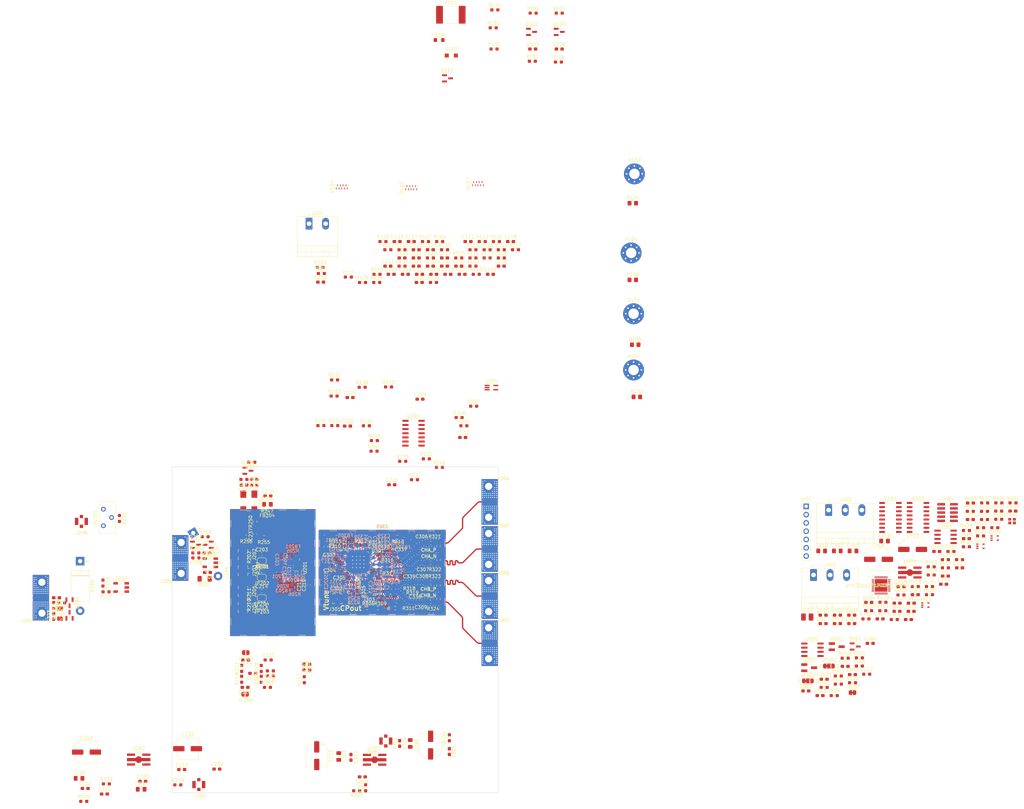
<source format=kicad_pcb>
(kicad_pcb (version 20211014) (generator pcbnew)
  (layers (0 "F.Cu" signal) (1 "In1.Cu" power) (2 "In2.Cu" power) (31 "B.Cu" signal) (34 "B.Paste" user) (35 "F.Paste" user) (36 "B.SilkS" user "B.Silkscreen") (37 "F.SilkS" user "F.Silkscreen") (38 "B.Mask" user) (39 "F.Mask" user) (44 "Edge.Cuts" user))
  (net 0 "")
  (net 1 "GND")
  (net 2 "Net-(C102-Pad1)")
  (net 3 "Net-(C103-Pad1)")
  (net 4 "Net-(C104-Pad1)")
  (net 5 "Net-(C105-Pad1)")
  (net 6 "Net-(C106-Pad1)")
  (net 7 "Net-(C107-Pad1)")
  (net 8 "Net-(C108-Pad1)")
  (net 9 "Net-(C109-Pad1)")
  (net 10 "Net-(C110-Pad1)")
  (net 11 "Net-(C111-Pad1)")
  (net 12 "Net-(C112-Pad1)")
  (net 13 "Net-(C113-Pad1)")
  (net 14 "Net-(C114-Pad1)")
  (net 15 "Net-(C115-Pad1)")
  (net 16 "Net-(C116-Pad1)")
  (net 17 "Net-(C117-Pad1)")
  (net 18 "Net-(C118-Pad1)")
  (net 19 "Net-(C119-Pad1)")
  (net 20 "Net-(C120-Pad1)")
  (net 21 "Net-(C121-Pad1)")
  (net 22 "/Clock reference/SFOUTA_0")
  (net 23 "/Clock reference/SFOUTA_1")
  (net 24 "/Clock reference/VREF")
  (net 25 "/Clock reference/VDD_fREF")
  (net 26 "/Clock reference/CLKIN_1")
  (net 27 "Net-(C203-Pad1)")
  (net 28 "/Clock reference/VDDOB_fREF")
  (net 29 "/Clock reference/~{CLKIN_1}")
  (net 30 "Net-(C208-Pad1)")
  (net 31 "/Clock reference/REFOUT_P")
  (net 32 "Net-(C210-Pad1)")
  (net 33 "/Clock reference/REFOUT_N")
  (net 34 "Net-(C211-Pad1)")
  (net 35 "/Clock reference/VDDOA_fREF")
  (net 36 "/Clock reference/REFOUT_AUX_P")
  (net 37 "/Clock reference/REFOUT_AUX2_P")
  (net 38 "/Clock reference/REFOUT_AUX_N")
  (net 39 "/Clock reference/REFOUT_AUX2_N")
  (net 40 "/Clock reference/CLKIN_CENTER")
  (net 41 "Net-(C217-Pad2)")
  (net 42 "Net-(C218-Pad2)")
  (net 43 "+5V")
  (net 44 "/Clock reference/REFOUT")
  (net 45 "/Clock reference/REFOUT_SEC")
  (net 46 "/Clock reference/REFOUT_GND")
  (net 47 "Net-(C224-Pad1)")
  (net 48 "Net-(C225-Pad2)")
  (net 49 "Net-(C226-Pad2)")
  (net 50 "/Clock reference/Vctrl")
  (net 51 "Net-(C228-Pad2)")
  (net 52 "/VCC_fREF")
  (net 53 "Net-(C230-Pad1)")
  (net 54 "/Clock reference/DUTY_OUT_N")
  (net 55 "Net-(C237-Pad2)")
  (net 56 "/Clock reference/CLKIN_0")
  (net 57 "/Clock reference/~{CLKIN_0}")
  (net 58 "/PLL/Vtune")
  (net 59 "Net-(C302-Pad1)")
  (net 60 "/PLL/OSCIN_P")
  (net 61 "/Clock reference/fREF_P")
  (net 62 "/PLL/OSCIN_N")
  (net 63 "/Clock reference/fREF_N")
  (net 64 "/PLL/CPout")
  (net 65 "Net-(C306-Pad2)")
  (net 66 "/PLL/RFoutA")
  (net 67 "Net-(C307-Pad2)")
  (net 68 "/PLL/~{RFoutA}")
  (net 69 "Net-(C308-Pad2)")
  (net 70 "/PLL/RFoutB")
  (net 71 "Net-(C309-Pad2)")
  (net 72 "/PLL/~{RFoutB}")
  (net 73 "/PLL/VregIN")
  (net 74 "/PLL/VccBUF")
  (net 75 "/PLL/VccDIG")
  (net 76 "Net-(C318-Pad1)")
  (net 77 "/PLL/VccMASH")
  (net 78 "/PLL/VccCP")
  (net 79 "/PLL/VCC_PLL")
  (net 80 "/PLL/VccVCO2")
  (net 81 "/PLL/VrefVCO")
  (net 82 "/PLL/VrefVCO2")
  (net 83 "/PLL/VregVCO")
  (net 84 "/PLL/VbiasVCO")
  (net 85 "/PLL/VccVCO")
  (net 86 "/PLL/VbiasVCO2")
  (net 87 "/PLL/VbiasVARAC")
  (net 88 "Net-(D103-Pad2)")
  (net 89 "Net-(D103-Pad1)")
  (net 90 "/PLL/SCK")
  (net 91 "/PLL/MUXout")
  (net 92 "/PLL/CSB")
  (net 93 "/PLL/RampClk")
  (net 94 "/PLL/RampDir")
  (net 95 "/PLL/CE")
  (net 96 "/PLL/SDI")
  (net 97 "/PLL/PLL_ON")
  (net 98 "/PLL/SysRefReq")
  (net 99 "/Clock reference/CLK_SEL")
  (net 100 "/Clock reference/~{DF_CORR_EN}")
  (net 101 "/Clock reference/DIVA")
  (net 102 "/Clock reference/OE_B")
  (net 103 "/Clock reference/OE_A")
  (net 104 "/Clock reference/fREF_ON")
  (net 105 "/PLL/SYNC")
  (net 106 "Net-(D106-Pad2)")
  (net 107 "Net-(D106-Pad1)")
  (net 108 "/Clock reference/SFOUTB_1")
  (net 109 "/LOS_INT")
  (net 110 "/LOS_EXT")
  (net 111 "Net-(D107-Pad6)")
  (net 112 "Net-(D107-Pad5)")
  (net 113 "Net-(D107-Pad4)")
  (net 114 "/Clock reference/DIVB")
  (net 115 "/Clock reference/SFOUTB_0")
  (net 116 "Net-(D202-Pad3)")
  (net 117 "Net-(D204-Pad3)")
  (net 118 "Net-(D210-Pad1)")
  (net 119 "Net-(D301-Pad1)")
  (net 120 "Net-(F101-Pad2)")
  (net 121 "Net-(F101-Pad1)")
  (net 122 "Net-(FB201-Pad1)")
  (net 123 "Net-(FB202-Pad1)")
  (net 124 "Net-(FB203-Pad1)")
  (net 125 "Net-(FB204-Pad1)")
  (net 126 "Net-(FB301-Pad1)")
  (net 127 "Net-(FB302-Pad1)")
  (net 128 "Net-(FB303-Pad1)")
  (net 129 "Net-(FB304-Pad1)")
  (net 130 "Net-(FB305-Pad1)")
  (net 131 "Net-(FB306-Pad1)")
  (net 132 "Net-(H101-Pad1)")
  (net 133 "Net-(H102-Pad1)")
  (net 134 "Net-(H103-Pad1)")
  (net 135 "Net-(H104-Pad1)")
  (net 136 "/PLL/RFoutA_P")
  (net 137 "Net-(L301-Pad1)")
  (net 138 "/PLL/RFoutA_N")
  (net 139 "Net-(L302-Pad1)")
  (net 140 "/PLL/RFoutB_P")
  (net 141 "Net-(L303-Pad1)")
  (net 142 "/PLL/RFoutB_N")
  (net 143 "Net-(L304-Pad1)")
  (net 144 "Net-(Q101-Pad1)")
  (net 145 "Net-(Q102-Pad1)")
  (net 146 "Net-(R212-Pad1)")
  (net 147 "/Clock reference/DUTY_P")
  (net 148 "/Clock reference/DUTY_N")
  (net 149 "Net-(R232-Pad1)")
  (net 150 "Net-(R236-Pad1)")
  (net 151 "Net-(R238-Pad2)")
  (net 152 "Net-(R239-Pad2)")
  (net 153 "Net-(R246-Pad1)")
  (net 154 "Net-(R249-Pad1)")
  (net 161 "/Clock reference/Input Clocks/REFIN")
  (net 162 "/Clock reference/Input Clocks/REFIN_C")
  (net 163 "/Clock reference/Input Clocks/REFIN_GND")
  (net 164 "/Clock reference/Input Clocks/CLKIN_CENTER")
  (net 165 "Net-(C227-Pad1)")
  (net 166 "/Clock reference/Input Clocks/VCC{slash}2")
  (net 167 "/Clock reference/Input Clocks/VDD_TCXO")
  (net 168 "/Clock reference/Input Clocks/DUTY_OUT_N")
  (net 169 "/Clock reference/Input Clocks/ERR_INP")
  (net 170 "/MCU/~{RESET}")
  (net 171 "/MCU/VCC_MCU")
  (net 172 "/MCU/DVDD")
  (net 173 "Net-(C412-Pad1)")
  (net 174 "/MCU/DECOUPLE")
  (net 175 "/MCU/AVDD")
  (net 176 "Net-(C416-Pad2)")
  (net 177 "Net-(C502-Pad1)")
  (net 178 "Net-(C503-Pad2)")
  (net 179 "/VCC_TCXO")
  (net 180 "Net-(D207-Pad2)")
  (net 181 "Net-(D401-Pad1)")
  (net 182 "Net-(D401-Pad2)")
  (net 183 "Net-(D402-Pad1)")
  (net 184 "Net-(D402-Pad2)")
  (net 185 "Net-(D403-Pad1)")
  (net 186 "Net-(D403-Pad2)")
  (net 187 "Net-(D404-Pad1)")
  (net 188 "Net-(D404-Pad2)")
  (net 189 "Net-(D405-Pad1)")
  (net 190 "Net-(D405-Pad2)")
  (net 191 "Net-(D406-Pad1)")
  (net 192 "Net-(D406-Pad2)")
  (net 193 "Net-(D407-Pad1)")
  (net 194 "Net-(D407-Pad2)")
  (net 195 "Net-(D408-Pad1)")
  (net 196 "Net-(D408-Pad2)")
  (net 197 "Net-(D409-Pad1)")
  (net 198 "Net-(D409-Pad3)")
  (net 199 "Net-(D409-Pad4)")
  (net 200 "Net-(D409-Pad5)")
  (net 201 "Net-(D411-Pad1)")
  (net 202 "Net-(D411-Pad3)")
  (net 203 "Net-(D411-Pad4)")
  (net 204 "/MCU/~{RESET}_IN")
  (net 205 "/MCU/SWO")
  (net 206 "/MCU/SWDIO")
  (net 207 "/MCU/SWCLK")
  (net 208 "Net-(D413-Pad1)")
  (net 209 "Net-(D502-Pad1)")
  (net 210 "Net-(J202-Pad1)")
  (net 211 "Net-(J203-Pad1)")
  (net 214 "Net-(JP501-Pad1)")
  (net 215 "Net-(JP502-Pad1)")
  (net 216 "<NO NET>")
  (net 217 "/MCU/VREGSW")
  (net 218 "/MCU/VCC_fREF")
  (net 219 "/MCU/VCC_TCXO")
  (net 220 "/MCU/VCC_PLL")
  (net 221 "Net-(R217-Pad1)")
  (net 222 "Net-(R218-Pad1)")
  (net 223 "/Clock reference/Input Clocks/DUTY_OUT_P")
  (net 224 "/Clock reference/Input Clocks/VREF")
  (net 225 "/Clock reference/Input Clocks/Vctrl")
  (net 226 "/Clock reference/Input Clocks/DUTY_ERROR")
  (net 227 "/Clock reference/Input Clocks/TCXO_OUT")
  (net 228 "/MCU/SCK")
  (net 229 "/MCU/SDI")
  (net 230 "/MCU/MUXout")
  (net 231 "/MCU/RampDir")
  (net 232 "/MCU/CSB")
  (net 233 "/MCU/RampClk")
  (net 234 "/MCU/CE")
  (net 235 "/MCU/PLL_ON")
  (net 236 "/MCU/AUX_CLK")
  (net 237 "Net-(R402-Pad1)")
  (net 238 "/MCU/AUX_STR")
  (net 239 "/MCU/AUX_OE")
  (net 240 "/MCU/RS485_DIR")
  (net 241 "/MCU/SWD_CLK")
  (net 242 "/MCU/SWD_IO")
  (net 243 "/MCU/SWD_SWV")
  (net 244 "/MCU/AUX_MISO")
  (net 245 "/Clock reference/Input Clocks/REFIN_PRI")
  (net 246 "/Clock reference/TCXO_ON")
  (net 247 "/MCU/AUX_D")
  (net 249 "Net-(U401-Pad10)")
  (net 251 "Net-(U403-Pad9)")
  (net 252 "Net-(U403-Pad10)")
  (net 254 "/MCU/RS485_TX")
  (net 255 "/MCU/RS485_RX")
  (footprint "Resistor_SMD:R_0603_1608Metric_Pad0.98x0.95mm_HandSolder" (layer "F.Cu") (at 379.64 86.78)
    (fp_text reference "R405")
    (fp_text value "3k3")
  )
  (footprint "LED_SMD:LED_0603_1608Metric_Pad1.05x0.95mm_HandSolder" (layer "F.Cu") (at 376.535 76.7)
    (fp_text reference "D406")
    (fp_text value " ")
  )
  (footprint "Package_SO:SOIC-14_3.9x8.7mm_P1.27mm" (layer "F.Cu") (at 205.7 55.3)
    (fp_text reference "U203")
    (fp_text value "TSV914")
  )
  (footprint "Capacitor_SMD:C_0603_1608Metric_Pad1.08x0.95mm_HandSolder" (layer "F.Cu") (at 345.79 119.74)
    (fp_text reference "C504")
    (fp_text value "100n")
  )
  (footprint "Resistor_SMD:R_0603_1608Metric_Pad0.98x0.95mm_HandSolder" (layer "F.Cu") (at 191.4625 108.95)
    (fp_text reference "R306")
    (fp_text value "10k")
  )
  (footprint "Resistor_SMD:R_0603_1608Metric_Pad0.98x0.95mm_HandSolder" (layer "F.Cu") (at 385.23 76.66)
    (fp_text reference "R404")
    (fp_text value "10k")
  )
  (footprint "Resistor_SMD:R_0603_1608Metric_Pad0.98x0.95mm_HandSolder" (layer "F.Cu") (at 213.35 89.9125 -90)
    (fp_text reference "R321")
    (fp_text value "100k")
  )
  (footprint "Capacitor_SMD:C_0603_1608Metric_Pad1.08x0.95mm_HandSolder" (layer "F.Cu") (at 197.83 4.04)
    (fp_text reference "C121")
    (fp_text value "TODO")
  )
  (footprint "Resistor_SMD:R_0603_1608Metric_Pad0.98x0.95mm_HandSolder" (layer "F.Cu") (at 197.5 92.5 180)
    (fp_text reference "R301" hide)
    (fp_text value "TODO")
  )
  (footprint "Jumper:SolderJumper-2_P1.3mm_Open_RoundedPad1.0x1.5mm" (layer "F.Cu") (at 159.15 99.525 180)
    (fp_text reference "JP202")
    (fp_text value "SolderJumper_2_Open")
  )
  (footprint "Capacitor_SMD:C_0603_1608Metric_Pad1.08x0.95mm_HandSolder" (layer "F.Cu") (at 207.47 9.06)
    (fp_text reference "C120")
    (fp_text value "TODO")
  )
  (footprint "Package_TO_SOT_SMD:SOT-23" (layer "F.Cu") (at 216.15 -53.55)
    (fp_text reference "D101")
    (fp_text value "SP0502BAHT")
  )
  (footprint "Package_TO_SOT_SMD:SOT-23" (layer "F.Cu") (at 154.9125 66.8)
    (fp_text reference "D209")
    (fp_text value "BAV99")
  )
  (footprint "Connector_Coaxial:U.FL_Molex_MCRF_73412-0110_Vertical" (layer "F.Cu") (at 153.4 103.825 90)
    (fp_text reference "J205")
    (fp_text value "REFOUT_AUX_N")
  )
  (footprint "Connector_Coaxial:U.FL_Molex_MCRF_73412-0110_Vertical" (layer "F.Cu") (at 182.35 106.05 180)
    (fp_text reference "J301")
    (fp_text value "Vtune")
  )
  (footprint "Capacitor_SMD:C_0603_1608Metric_Pad1.08x0.95mm_HandSolder" (layer "F.Cu") (at 338.1 126.8)
    (fp_text reference "C501")
    (fp_text value "100n")
  )
  (footprint "Capacitor_SMD:C_0805_2012Metric_Pad1.18x1.45mm_HandSolder" (layer "F.Cu") (at 204.7 150.45 90)
    (fp_text reference "C324")
    (fp_text value "10u")
  )
  (footprint "Resistor_SMD:R_0603_1608Metric_Pad0.98x0.95mm_HandSolder" (layer "F.Cu") (at 334.74 135.76)
    (fp_text reference "R504")
    (fp_text value "TODO")
  )
  (footprint "Package_TO_SOT_SMD:SOT-23" (layer "F.Cu") (at 250.4 -67.8)
    (fp_text reference "Q102")
    (fp_text value "BSS138")
  )
  (footprint "Capacitor_SMD:C_0603_1608Metric_Pad1.08x0.95mm_HandSolder" (layer "F.Cu") (at 153.7375 71.2 180)
    (fp_text reference "C230")
    (fp_text value "10n")
  )
  (footprint "Capacitor_SMD:C_0603_1608Metric_Pad1.08x0.95mm_HandSolder" (layer "F.Cu") (at 389.54 79.17)
    (fp_text reference "C409")
    (fp_text value "100n")
  )
  (footprint "Resistor_SMD:R_0603_1608Metric_Pad0.98x0.95mm_HandSolder" (layer "F.Cu") (at 209.38 -3.49)
    (fp_text reference "R107")
    (fp_text value "3k")
  )
  (footprint "Resistor_SMD:R_0603_1608Metric_Pad0.98x0.95mm_HandSolder" (layer "F.Cu") (at 197.3875 88.65)
    (fp_text reference "R307")
    (fp_text value "10k")
  )
  (footprint "Resistor_SMD:R_0603_1608Metric_Pad0.98x0.95mm_HandSolder" (layer "F.Cu") (at 210.88 1.53)
    (fp_text reference "R108")
    (fp_text value "300")
  )
  (footprint "Jumper:SolderJumper-2_P1.3mm_Bridged_RoundedPad1.0x1.5mm" (layer "F.Cu") (at 340.35 134.85)
    (fp_text reference "JP503")
    (fp_text value "SolderJumper_2_Bridged")
  )
  (footprint "Capacitor_SMD:CP_Elec_6.3x7.7" (layer "F.Cu") (at 358.79 90.93)
    (fp_text reference "C419")
    (fp_text value "100u")
  )
  (footprint "Resistor_SMD:R_0603_1608Metric_Pad0.98x0.95mm_HandSolder" (layer "F.Cu") (at 349.68 107.14)
    (fp_text reference "R410")
    (fp_text value "2k")
  )
  (footprint "Resistor_SMD:R_0603_1608Metric_Pad0.98x0.95mm_HandSolder" (layer "F.Cu") (at 202.18 -0.98)
    (fp_text reference "R116")
    (fp_text value "TODO")
  )
  (footprint "Resistor_SMD:R_0603_1608Metric_Pad0.98x0.95mm_HandSolder" (layer "F.Cu") (at 344.46 112.24)
    (fp_text reference "R406")
    (fp_text value "2k")
  )
  (footprint "Resistor_SMD:R_0603_1608Metric_Pad0.98x0.95mm_HandSolder" (layer "F.Cu") (at 195.3625 103.85 180)
    (fp_text reference "R319")
    (fp_text value "0R")
  )
  (footprint "Inductor_SMD:L_0603_1608Metric_Pad1.05x0.95mm_HandSolder" (layer "F.Cu") (at 195.1 97.925 90)
    (fp_text reference "L302" hide)
    (fp_text value "TODO")
  )
  (footprint "Resistor_SMD:R_0603_1608Metric_Pad0.98x0.95mm_HandSolder" (layer "F.Cu") (at 181.35 43.9)
    (fp_text reference "R233")
    (fp_text value "TODO")
  )
  (footprint "Resistor_SMD:R_0603_1608Metric_Pad0.98x0.95mm_HandSolder" (layer "F.Cu") (at 193.7 57.55)
    (fp_text reference "R245")
    (fp_text value "TODO")
  )
  (footprint "Jumper:SolderJumper-2_P1.3mm_Open_RoundedPad1.0x1.5mm" (layer "F.Cu") (at 154.25 122.5875 180)
    (fp_text reference "JP205")
    (fp_text value "SolderJumper_2_Open")
  )
  (footprint "LED_SMD:LED_0603_1608Metric_Pad1.05x0.95mm_HandSolder" (layer "F.Cu") (at 250.4 -62.55)
    (fp_text reference "D106")
    (fp_text value "LOS_EXT")
  )
  (footprint "Resistor_SMD:R_0603_1608Metric_Pad0.98x0.95mm_HandSolder" (layer "F.Cu") (at 160.9 133.2375)
    (fp_text reference "R223")
    (fp_text value "DNP")
  )
  (footprint "Resistor_SMD:R_0603_1608Metric_Pad0.98x0.95mm_HandSolder" (layer "F.Cu") (at 375.29 85.11)
    (fp_text reference "R428")
    (fp_text value "10k")
  )
  (footprint "Package_DFN_QFN:UDFN-9_1.0x3.8mm_P0.5mm" (layer "F.Cu") (at 204.95 -20 90)
    (fp_text reference "D105")
    (fp_text value "WE-TVS-824014883")
  )
  (footprint "Capacitor_SMD:C_0603_1608Metric_Pad1.08x0.95mm_HandSolder" (layer "F.Cu") (at 185.45 53.1)
    (fp_text reference "C226")
    (fp_text value "TODO")
  )
  (footprint "Capacitor_SMD:C_0603_1608Metric_Pad1.08x0.95mm_HandSolder" (layer "F.Cu") (at 206.53 1.53)
    (fp_text reference "C102")
    (fp_text value "TODO")
  )
  (footprint "Resistor_SMD:R_0603_1608Metric_Pad0.98x0.95mm_HandSolder" (layer "F.Cu") (at 228.28 1.53)
    (fp_text reference "R123")
    (fp_text value "TODO")
  )
  (footprint "Resistor_SMD:R_0603_1608Metric_Pad0.98x0.95mm_HandSolder" (layer "F.Cu") (at 344.7 129.21)
    (fp_text reference "R217")
    (fp_text value "DNP")
  )
  (footprint "Capacitor_SMD:C_0805_2012Metric_Pad1.18x1.45mm_HandSolder" (layer "F.Cu") (at 160.9 77.1)
    (fp_text reference "C236")
    (fp_text value "10u")
  )
  (footprint "Resistor_SMD:R_0603_1608Metric_Pad0.98x0.95mm_HandSolder" (layer "F.Cu") (at 380.84 79.25)
    (fp_text reference "R402")
    (fp_text value "100")
  )
  (footprint "Capacitor_SMD:CP_Elec_6.3x7.7" (layer "F.Cu") (at 136.4125 152.05)
    (fp_text reference "C233")
    (fp_text value "100u")
  )
  (footprint "Resistor_SMD:R_0603_1608Metric_Pad0.98x0.95mm_HandSolder" (layer "F.Cu") (at 224.15 47)
    (fp_text reference "R252")
    (fp_text value "10k")
  )
  (footprint "Package_DFN_QFN:UDFN-9_1.0x3.8mm_P0.5mm" (layer "F.Cu") (at 225.45 -21.25 90)
    (fp_text reference "D107")
    (fp_text value "WE-TVS-824014883")
  )
  (footprint "Capacitor_SMD:C_0603_1608Metric_Pad1.08x0.95mm_HandSolder" (layer "F.Cu") (at 156.0875 64.2 180)
    (fp_text reference "C227")
    (fp_text value "10n")
  )
  (footprint "LED_SMD:LED_0603_1608Metric_Pad1.05x0.95mm_HandSolder" (layer "F.Cu") (at 242.275 -62.55)
    (fp_text reference "D103")
    (fp_text value "LOS_INT")
  )
  (footprint "Resistor_SMD:R_0603_1608Metric_Pad0.98x0.95mm_HandSolder" (layer "F.Cu") (at 231.13 -3.49)
    (fp_text reference "R121")
    (fp_text value "TODO")
  )
  (footprint "Capacitor_SMD:C_0603_1608Metric_Pad1.08x0.95mm_HandSolder" (layer "F.Cu") (at 95.35 111.4625 90)
    (fp_text reference "C223")
    (fp_text value "DNP")
  )
  (footprint "Connector_Coaxial:U.FL_Molex_MCRF_73412-0110_Vertical" (layer "F.Cu") (at 103.85 82.35)
    (fp_text reference "J208")
    (fp_text value "VTUNE")
  )
  (footprint "Resistor_SMD:R_0603_1608Metric_Pad0.98x0.95mm_HandSolder" (layer "F.Cu") (at 138.9475 91.999114)
    (fp_text reference "R204")
    (fp_text value "100k")
  )
  (footprint "Capacitor_SMD:C_0603_1608Metric_Pad1.08x0.95mm_HandSolder" (layer "F.Cu") (at 159.15 103.75)
    (fp_text reference "C214")
    (fp_text value "10n")
  )
  (footprint "petr_kicad:SMA_rosenberger_hybrid" (layer "F.Cu") (at 88.93 105.75)
    (fp_text reference "J207")
    (fp_text value "REFOUT")
  )
  (footprint "Diode_SMD:Nexperia_CFP3_SOD-123W" (layer "F.Cu") (at 217.3 -60.55)
    (fp_text reference "D102")
    (fp_text value "PMEG60T30ELR")
  )
  (footprint "EFM32PG22C200:efm32pg22c200f512im40-c" (layer "F.Cu") (at 349.1126 101.968001)
    (fp_text reference "U403")
    (fp_text value "efm32pg22c200f512im40-c")
  )
  (footprint "Resistor_SMD:R_0603_1608Metric_Pad0.98x0.95mm_HandSolder" (layer "F.Cu") (at 345.29 109.73)
    (fp_text reference "R423")
    (fp_text value "100")
  )
  (footprint "Resistor_SMD:R_0603_1608Metric_Pad0.98x0.95mm_HandSolder" (layer "F.Cu") (at 228.28 -0.98)
    (fp_text reference "R120")
    (fp_text value "TODO")
  )
  (footprint "Capacitor_SMD:C_0805_2012Metric_Pad1.18x1.45mm_HandSolder" (layer "F.Cu") (at 182.77 154.45 -90)
    (fp_text reference "C313")
    (fp_text value "10u")
  )
  (footprint "Capacitor_SMD:C_0603_1608Metric_Pad1.08x0.95mm_HandSolder" (layer "F.Cu") (at 359.6 104.82)
    (fp_text reference "C403")
    (fp_text value "100n")
  )
  (footprint "Jumper:SolderJumper-3_P1.3mm_Bridged12_RoundedPad1.0x1.5mm_NumberLabels" (layer "F.Cu") (at 333.1 126.71)
    (fp_text reference "JP501")
    (fp_text value "SolderJumper_3_Bridged12")
  )
  (footprint "Resistor_SMD:R_0603_1608Metric_Pad0.98x0.95mm_HandSolder" (layer "F.Cu") (at 199.05 100.9 180)
    (fp_text reference "R303" hide)
    (fp_text value "TODO")
  )
  (footprint "Resistor_SMD:R_0603_1608Metric_Pad0.98x0.95mm_HandSolder" (layer "F.Cu") (at 182.0625 87.05 180)
    (fp_text reference "R315")
    (fp_text value "10k")
  )
  (footprint "Package_TO_SOT_SMD:SOT-23_Handsoldering" (layer "F.Cu") (at 327.05 127.21)
    (fp_text reference "Q501")
    (fp_text value "BFP181")
  )
  (footprint "Capacitor_SMD:C_0603_1608Metric_Pad1.08x0.95mm_HandSolder" (layer "F.Cu") (at 190.1625 89.65)
    (fp_text reference "C301")
    (fp_text value "TODO")
  )
  (footprint "Resistor_SMD:R_0603_1608Metric_Pad0.98x0.95mm_HandSolder" (layer "F.Cu") (at 213.35 106.1375 90)
    (fp_text reference "R324")
    (fp_text value "100k")
  )
  (footprint "Transformer_SMD:Transformer_MACOM_SM-22" (layer "F.Cu") (at 143.35 95.019114)
    (fp_text reference "T201")
    (fp_text value "TC2-1T+")
  )
  (footprint "Resistor_SMD:R_0603_1608Metric_Pad0.98x0.95mm_HandSolder" (layer "F.Cu") (at 191.25 53)
    (fp_text reference "R239")
    (fp_text value "TODO")
  )
  (footprint "Package_SO:SOIC-8_3.9x4.9mm_P1.27mm" (layer "F.Cu") (at 368.89 87.08)
    (fp_text reference "U404")
    (fp_text value "SN75176AD")
  )
  (footprint "Package_TO_SOT_SMD:SOT-23" (layer "F.Cu") (at 100.2 111.1375 90)
    (fp_text reference "D205")
    (fp_text value "BAV99")
  )
  (footprint "Oscillator:Oscillator_SMD_Fordahl_DFAS15-4Pin_5.0x3.2mm_HandSoldering" (layer "F.Cu") (at 155.2 76.4 -90)
    (fp_text reference "X201")
    (fp_text value "XTCLH40M000CHJA0P0")
  )
  (footprint "Resistor_SMD:R_0603_1608Metric_Pad0.98x0.95mm_HandSolder" (layer "F.Cu") (at 379.64 84.27)
    (fp_text reference "R425")
    (fp_text value "0R")
  )
  (footprint "Resistor_SMD:R_0603_1608Metric_Pad0.98x0.95mm_HandSolder" (layer "F.Cu") (at 188.27 164.95 180)
    (fp_text reference "R325")
    (fp_text value "10k")
  )
  (footprint "Resistor_SMD:R_0603_1608Metric_Pad0.98x0.95mm_HandSolder" (layer "F.Cu") (at 336 129.74)
    (fp_text reference "R503")
    (fp_text value "1k")
  )
  (footprint "Resistor_SMD:R_0603_1608Metric_Pad0.98x0.95mm_HandSolder" (layer "F.Cu") (at 223.93 4.04)
    (fp_text reference "R103")
    (fp_text value "10k")
  )
  (footprint "Resistor_SMD:R_0603_1608Metric_Pad0.98x0.95mm_HandSolder" (layer "F.Cu") (at 97.8 107.35 180)
    (fp_text reference "R219")
    (fp_text value "DNP")
  )
  (footprint "Capacitor_SMD:C_0603_1608Metric_Pad1.08x0.95mm_HandSolder" (layer "F.Cu") (at 157.2 86.3 90)
    (fp_text reference "C237")
    (fp_text value "10n")
  )
  (footprint "MountingHole:MountingHole_3.2mm_M3_Pad_Via" (layer "F.Cu") (at 272.45 0)
    (fp_text reference "H104")
    (fp_text value "M3/3.2mm")
  )
  (footprint "Resistor_SMD:R_0603_1608Metric_Pad0.98x0.95mm_HandSolder" (layer "F.Cu") (at 380.88 76.66)
    (fp_text reference "R427")
    (fp_text value "100")
  )
  (footprint "Package_SO:SO-16_3.9x9.9mm_P1.27mm" (layer "F.Cu") (at 351.99 81.13)
    (fp_text reference "U401")
    (fp_text value "74HC4094")
  )
  (footprint "Resistor_SMD:R_0603_1608Metric_Pad0.98x0.95mm_HandSolder" (layer "F.Cu") (at 198.6625 105.35 180)
    (fp_text reference "R304" hide)
    (fp_text value "TODO")
  )
  (footprint "Connector_Coaxial:U.FL_Molex_MCRF_73412-0110_Vertical" (layer "F.Cu") (at 153.4 97.5 90)
    (fp_text reference "J203")
    (fp_text value "REFIN_DIRECT_N")
  )
  (footprint "Resistor_SMD:R_0603_1608Metric_Pad0.98x0.95mm_HandSolder" (layer "F.Cu") (at 230.65 -74.55)
    (fp_text reference "R124")
    (fp_text value "3k3")
  )
  (footprint "Resistor_SMD:R_0603_1608Metric_Pad0.98x0.95mm_HandSolder" (layer "F.Cu") (at 156.7 96.65 -90)
    (fp_text reference "R207")
    (fp_text value "DNP")
  )
  (footprint "Capacitor_SMD:C_0603_1608Metric_Pad1.08x0.95mm_HandSolder" (layer "F.Cu") (at 366.19 91.56)
    (fp_text reference "C402")
    (fp_text value "100n")
  )
  (footprint "Capacitor_SMD:C_0603_1608Metric_Pad1.08x0.95mm_HandSolder" (layer "F.Cu") (at 357.51 112.43)
    (fp_text reference "C411")
    (fp_text value "100n")
  )
  (footprint "MountingHole:MountingHole_3.2mm_M3_Pad_Via" (layer "F.Cu") (at 273.45 -24.25)
    (fp_text reference "H102")
    (fp_text value "M3/3.2mm")
  )
  (footprint "Capacitor_SMD:C_0603_1608Metric_Pad1.08x0.95mm_HandSolder" (layer "F.Cu") (at 179.7625 94.3)
    (fp_text reference "C303")
    (fp_text value "1n")
  )
  (footprint "Capacitor_SMD:C_0603_1608Metric_Pad1.08x0.95mm_HandSolder" (layer "F.Cu") (at 190.02 160.7 180)
    (fp_text reference "C318")
    (fp_text value "1n")
  )
  (footprint "Capacitor_SMD:C_0603_1608Metric_Pad1.08x0.95mm_HandSolder" (layer "F.Cu") (at 172.05 101.9 90)
    (fp_text reference "C211")
    (fp_text value "1n")
  )
  (footprint "Resistor_SMD:R_0603_1608Metric_Pad0.98x0.95mm_HandSolder" (layer "F.Cu") (at 340.35 131.82)
    (fp_text reference "R505")
    (fp_text value "2k")
  )
  (footprint "Capacitor_SMD:C_0805_2012Metric_Pad1.18x1.45mm_HandSolder" (layer "F.Cu") (at 350.17 88.36)
    (fp_text reference "C418")
    (fp_text value "10u")
  )
  (footprint "Capacitor_SMD:C_0603_1608Metric_Pad1.08x0.95mm_HandSolder" (layer "F.Cu") (at 159.15 97.575)
    (fp_text reference "C208")
    (fp_text value "DNP")
  )
  (footprint "Resistor_SMD:R_0603_1608Metric_Pad0.98x0.95mm_HandSolder" (layer "F.Cu") (at 198.05 41.1)
    (fp_text reference "R243")
    (fp_text value "TODO")
  )
  (footprint "Package_TO_SOT_SMD:SOT-23" (layer "F.Cu") (at 138.86 89.499114)
    (fp_text reference "D202")
    (fp_text value "BAT54S")
  )
  (footprint "LED_SMD:LED_0603_1608Metric_Pad1.05x0.95mm_HandSolder" (layer "F.Cu") (at 134.6125 158.45)
    (fp_text reference "D210")
    (fp_text value "fREF_ON")
  )
  (footprint "Capacitor_SMD:C_0603_1608Metric_Pad1.08x0.95mm_HandSolder" (layer "F.Cu") (at 375.29 87.62)
    (fp_text reference "C408")
    (fp_text value "100n")
  )
  (footprint "Resistor_SMD:R_0603_1608Metric_Pad0.98x0.95mm_HandSolder" (layer "F.Cu") (at 189.95 41.2)
    (fp_text reference "R238")
    (fp_text value "TODO")
  )
  (footprint "Capacitor_SMD:C_0603_1608Metric_Pad1.08x0.95mm_HandSolder" (layer "F.Cu") (at 203.2 6.55)
    (fp_text reference "C119")
    (fp_text value "TODO")
  )
  (footprint "Resistor_SMD:R_0603_1608Metric_Pad0.98x0.95mm_HandSolder" (layer "F.Cu") (at 213.73 -3.49)
    (fp_text reference "R109")
    (fp_text value "3k")
  )
  (footprint "LED_SMD:LED_0603_1608Metric_Pad1.05x0.95mm_HandSolder" (layer "F.Cu") (at 331.335 111.09)
    (fp_text reference "D405")
    (fp_text value " ")
  )
  (footprint "Resistor_SMD:R_0603_1608Metric_Pad0.98x0.95mm_HandSolder" (layer "F.Cu") (at 110.45 101.25 -90)
    (fp_text reference "R215")
    (fp_text value "300")
  )
  (footprint "Resistor_SMD:R_0603_1608Metric_Pad0.98x0.95mm_HandSolder" (layer "F.Cu") (at 355.21 104.9)
    (fp_text reference "R422")
    (fp_text value "100")
  )
  (footprint "Jumper:SolderJumper-2_P1.3mm_Open_RoundedPad1.0x1.5mm" (layer "F.Cu") (at 159.15 94.475 180)
    (fp_text reference "JP201")
    (fp_text value "SolderJumper_2_Open")
  )
  (footprint "Connector_Coaxial:U.FL_Molex_MCRF_73412-0110_Vertical" (layer "F.Cu") (at 153.4 108.825 90)
    (fp_text reference "J204")
    (fp_text value "REFOUT_AUX_P")
  )
  (footprint "Resistor_SMD:R_0603_1608Metric_Pad0.98x0.95mm_HandSolder" (layer "F.Cu") (at 213.35 94.1375 90)
    (fp_text reference "R322")
    (fp_text value "100k")
  )
  (footprint "Resistor_SMD:R_0603_1608Metric_Pad0.98x0.95mm_HandSolder" (layer "F.Cu") (at 161.1125 124.8375)
    (fp_text reference "R222")
    (fp_text value "DNP")
  )
  (footprint "Resistor_SMD:R_0805_2012Metric_Pad1.20x1.40mm_HandSolder" (layer "F.Cu") (at 273.7 28.15)
    (fp_text reference "R135")
    (fp_text value "0R")
  )
  (footprint "Resistor_SMD:R_0603_1608Metric_Pad0.98x0.95mm_HandSolder" (layer "F.Cu") (at 242.15 -58.8)
    (fp_text reference "R102")
    (fp_text value "2k")
  )
  (footprint "Resistor_SMD:R_0603_1608Metric_Pad0.98x0.95mm_HandSolder" (layer "F.Cu") (at 157.15 82.4 90)
    (fp_text reference "R250")
    (fp_text value "TODO")
  )
  (footprint "LED_SMD:LED_0603_1608Metric_Pad1.05x0.95mm_HandSolder" (layer "F.Cu") (at 340.115 113.68)
    (fp_text reference "D401")
    (fp_text value " ")
  )
  (footprint "Capacitor_SMD:C_0603_1608Metric_Pad1.08x0.95mm_HandSolder" (layer "F.Cu") (at 220.6 6.55)
    (fp_text reference "C122")
    (fp_text value "1n")
  )
  (footprint "Resistor_SMD:R_0603_1608Metric_Pad0.98x0.95mm_HandSolder" (layer "F.Cu") (at 111.4 103.95 180)
    (fp_text reference "R212")
    (fp_text value "10")
  )
  (footprint "Inductor_SMD:L_0805_2012Metric_Pad1.05x1.20mm_HandSolder" (layer "F.Cu") (at 213.55 -65.3)
    (fp_text reference "FB101")
    (fp_text value "TODO")
  )
  (footprint "Resistor_SMD:R_0603_1608Metric_Pad0.98x0.95mm_HandSolder" (layer "F.Cu") (at 363.95 102.31)
    (fp_text reference "R424")
    (fp_text value "100")
  )
  (footprint "Capacitor_SMD:C_0603_1608Metric_Pad1.08x0.95mm_HandSolder" (layer "F.Cu") (at 219.58 4.04)
    (fp_text reference "C106")
    (fp_text value "TODO")
  )
  (footprint "Capacitor_SMD:C_0603_1608Metric_Pad1.08x0.95mm_HandSolder" (layer "F.Cu") (at 156.4125 128.9375 180)
    (fp_text reference "C216")
    (fp_text value "100n")
  )
  (footprint "Capacitor_SMD:CP_Elec_6.3x7.7" (layer "F.Cu") (at 210.95 150.95 90)
    (fp_text reference "C326")
    (fp_text value "100u")
  )
  (footprint "Capacitor_SMD:C_0603_1608Metric_Pad1.08x0.95mm_HandSolder" (layer "F.Cu") (at 96.2125 105.75 180)
    (fp_text reference "C221")
    (fp_text value "10n")
  )
  (footprint "Resistor_SMD:R_0603_1608Metric_Pad0.98x0.95mm_HandSolder" (layer "F.Cu") (at 230.4 -62.55)
    (fp_text reference "R132")
    (fp_text value "300")
  )
  (footprint "Capacitor_SMD:C_0603_1608Metric_Pad1.08x0.95mm_HandSolder" (layer "F.Cu") (at 232.63 4.04)
    (fp_text reference "C108")
    (fp_text value "TODO")
  )
  (footprint "Resistor_SMD:R_0603_1608Metric_Pad0.98x0.95mm_HandSolder" (layer "F.Cu") (at 197.4625 97.05 180)
    (fp_text reference "R317")
    (fp_text value "0R")
  )
  (footprint "Capacitor_SMD:C_0603_1608Metric_Pad1.08x0.95mm_HandSolder" (layer "F.Cu") (at 368.84 99.09)
    (fp_text reference "C417")
    (fp_text value "100n")
  )
  (footprint "Connector_PinHeader_2.54mm:PinHeader_1x07_P2.54mm_Vertical" (layer "F.Cu") (at 326.15 77.73)
    (fp_text reference "J401")
    (fp_text value "Conn_01x07")
  )
  (footprint "Resistor_SMD:R_0603_1608Metric_Pad0.98x0.95mm_HandSolder" (layer "F.Cu") (at 202.18 4.04)
    (fp_text reference "R105")
    (fp_text value "10k")
  )
  (footprint "Capacitor_SMD:C_0603_1608Metric_Pad1.08x0.95mm_HandSolder" (layer "F.Cu") (at 110.9 165.95)
    (fp_text reference "C224")
    (fp_text value "1n")
  )
  (footprint "Resistor_SMD:R_0805_2012Metric_Pad1.20x1.40mm_HandSolder" (layer "F.Cu") (at 272.95 -15.25)
    (fp_text reference "R134")
    (fp_text value "0R")
  )
  (footprint "Capacitor_SMD:C_0603_1608Metric_Pad1.08x0.95mm_HandSolder" (layer "F.Cu") (at 205.03 -3.49)
    (fp_text reference "C117")
    (fp_text value "TODO")
  )
  (footprint "Capacitor_SMD:C_0805_2012Metric_Pad1.18x1.45mm_HandSolder" (layer "F.Cu") (at 340.5 91.4)
    (fp_text reference "C415")
    (fp_text value "2u2")
  )
  (footprint "LED_SMD:LED_0603_1608Metric_Pad1.05x0.95mm_HandSolder" (layer "F.Cu") (at 173.85 127.0375 90)
    (fp_text reference "D207")
    (fp_text value "DUTY_ERR_N")
  )
  (footprint "Resistor_SMD:R_0603_1608Metric_Pad0.98x0.95mm_HandSolder" (layer "F.Cu") (at 186.4375 101.05 180)
    (fp_text reference "R308")
    (fp_text value "TODO")
  )
  (footprint "Resistor_SMD:R_0603_1608Metric_Pad0.98x0.95mm_HandSolder" (layer "F.Cu") (at 383.99 84.27)
    (fp_text reference "R412")
    (fp_text value "2k")
  )
  (footprint "Capacitor_SMD:C_0603_1608Metric_Pad1.08x0.95mm_HandSolder" (layer "F.Cu") (at 215.23 1.53)
    (fp_text reference "C114")
    (fp_text value "TODO")
  )
  (footprint "Inductor_SMD:L_0603_1608Metric_Pad1.05x0.95mm_HandSolder" (layer "F.Cu") (at 195.1 94.725 -90)
    (fp_text reference "L301" hide)
    (fp_text value "TODO")
  )
  (footprint "Resistor_SMD:R_0603_1608Metric_Pad0.98x0.95mm_HandSolder" (layer "F.Cu") (at 191.02 164.0375 90)
    (fp_text reference "R327")
    (fp_text value "1k")
  )
  (footprint "Capacitor_SMD:C_0603_1608Metric_Pad1.08x0.95mm_HandSolder" (layer "F.Cu") (at 200.85 99.4)
    (fp_text reference "C339")
    (fp_text value "10n")
  )
  (footprint "Package_TO_SOT_SMD:SOT-23" (layer "F.Cu") (at 241.9 -67.8)
    (fp_text reference "Q101")
    (fp_text value "BSS138")
  )
  (footprint "Capacitor_SMD:C_0603_1608Metric_Pad1.08x0.95mm_HandSolder" (layer "F.Cu") (at 177.23 8.95)
    (fp_text reference "C238")
    (fp_text value "10n")
  )
  (footprint "Package_TO_SOT_SMD:SOT-353_SC-70-5" (layer "F.Cu") (at 383.94 87.45)
    (fp_text reference "D409")
    (fp_text value "PESD3V3L4UG")
  )
  (footprint "Resistor_SMD:R_0603_1608Metric_Pad0.98x0.95mm_HandSolder" (layer "F.Cu") (at 181.55 52.95)
    (fp_text reference "R234")
    (fp_text value "TODO")
  )
  (footprint "Capacitor_SMD:C_0603_1608Metric_Pad1.08x0.95mm_HandSolder" (layer "F.Cu") (at 159.15 110.25)
    (fp_text reference "C213")
    (fp_text value "10n")
  )
  (footprint "Fuse:Fuse_2920_7451Metric_Pad2.10x5.45mm_HandSolder" (layer "F.Cu") (at 217.15 -73.05)
    (fp_text reference "F101")
    (fp_text value "TODO")
  )
  (footprint "Capacitor_SMD:C_0603_1608Metric_Pad1.08x0.95mm_HandSolder" (layer "F.Cu") (at 207.55 6.55)
    (fp_text reference "C107")
    (fp_text value "TODO")
  )
  (footprint "Resistor_SMD:R_0603_1608Metric_Pad0.98x0.95mm_HandSolder" (layer "F.Cu") (at 153 130.75 90)
    (fp_text reference "R214")
    (fp_text value "47")
  )
  (footprint "Resistor_SMD:R_0603_1608Metric_Pad0.98x0.95mm_HandSolder" (layer "F.Cu") (at 104.5625 168.2)
    (fp_text reference "R228")
    (fp_text value "10k")
  )
  (footprint "Resistor_SMD:R_0603_1608Metric_Pad0.98x0.95mm_HandSolder" (layer "F.Cu") (at 202.4 63.9)
    (fp_text reference "R235")
    (fp_text value "47k")
  )
  (footprint "Resistor_SMD:R_0603_1608Metric_Pad0.98x0.95mm_HandSolder" (layer "F.Cu") (at 364.49 96.26)
    (fp_text reference "R415")
    (fp_text value "100")
  )
  (footprint "Resistor_SMD:R_0603_1608Metric_Pad0.98x0.95mm_HandSolder" (layer "F.Cu") (at 206 69.55)
    (fp_text reference "R237")
    (fp_text value "47k")
  )
  (footprint "Capacitor_SMD:CP_Elec_6.3x7.7" (layer "F.Cu") (at 176.02 154.2 -90)
    (fp_text reference "C310")
    (fp_text value "100u")
  )
  (footprint "Inductor_SMD:L_0603_1608Metric_Pad1.05x0.95mm_HandSolder" (layer "F.Cu") (at 331.65 130.74)
    (fp_text reference "FB501")
    (fp_text value "TODO")
  )
  (footprint "Capacitor_SMD:C_0603_1608Metric_Pad1.08x0.95mm_HandSolder" (layer "F.Cu") (at 206.53 -0.98)
    (fp_text reference "C115")
    (fp_text value "TODO")
  )
  (footprint "Resistor_SMD:R_0603_1608Metric_Pad0.98x0.95mm_HandSolder" (layer "F.Cu") (at 213.65 65.75)
    (fp_text reference "R246")
    (fp_text value "TODO")
  )
  (footprint "Package_TO_SOT_SMD:SOT-23" (layer "F.Cu") (at 100.2 107.3 -90)
    (fp_text reference "D204")
    (fp_text value "BAV99")
  )
  (footprint "Resistor_SMD:R_0603_1608Metric_Pad0.98x0.95mm_HandSolder" (layer "F.Cu") (at 153 127.425 90)
    (fp_text reference "R213")
    (fp_text value "47")
  )
  (footprint "Resistor_SMD:R_0603_1608Metric_Pad0.98x0.95mm_HandSolder" (layer "F.Cu") (at 223.93 1.53)
    (fp_text reference "R114")
    (fp_text value "TODO")
  )
  (footprint "Capacitor_SMD:C_0603_1608Metric_Pad1.08x0.95mm_HandSolder" (layer "F.Cu") (at 222.43 -3.49)
    (fp_text reference "C112")
    (fp_text value "TODO")
  )
  (footprint "Resistor_SMD:R_0603_1608Metric_Pad0.98x0.95mm_HandSolder" (layer "F.Cu") (at 195.3625 102.4 180)
    (fp_text reference "R318")
    (fp_text value "0R")
  )
  (footprint "Resistor_SMD:R_0603_1608Metric_Pad0.98x0.95mm_HandSolder" (layer "F.Cu") (at 211.82 9.06)
    (fp_text reference "R119")
    (fp_text value "TODO")
  )
  (footprint "Package_TO_SOT_SMD:SOT-89-5_Handsoldering" (layer "F.Cu") (at 357.94 98.03)
    (fp_text reference "U405")
    (fp_text value "XC6204B33")
  )
  (footprint "Capacitor_SMD:C_0603_1608Metric_Pad1.08x0.95mm_HandSolder" (layer "F.Cu") (at 199.05 71.1)
    (fp_text reference "C228")
    (fp_text value "1u")
  )
  (footprint "Capacitor_SMD:C_0603_1608Metric_Pad1.08x0.95mm_HandSolder" (layer "F.Cu") (at 358.38 107.41)
    (fp_text reference "C413")
    (fp_text value "4u7")
  )
  (footprint "Capacitor_SMD:C_0805_2012Metric_Pad1.18x1.45mm_HandSolder" (layer "F.Cu") (at 335.69 91.4)
    (fp_text reference "C407")
    (fp_text value "10u")
  )
  (footprint "Connector_Coaxial:U.FL_Molex_MCRF_73412-0110_Vertical" (layer "F.Cu") (at 153.4 92.5 90)
    (fp_text reference "J202")
    (fp_text value "REFIN_DIRECT_P")
  )
  (footprint "Resistor_SMD:R_0603_1608Metric_Pad0.98x0.95mm_HandSolder" (layer "F.Cu") (at 364.49 98.77)
    (fp_text reference "R419")
    (fp_text value "NC")
  )
  (footprint "Resistor_SMD:R_0603_1608Metric_Pad0.98x0.95mm_HandSolder" (layer "F.Cu") (at 368.84 96.58)
    (fp_text reference "R414")
    (fp_text value "10k")
  )
  (footprint "LED_SMD:LED_0603_1608Metric_Pad1.05x0.95mm_HandSolder" (layer "F.Cu") (at 335.725 113.68)
    (fp_text reference "D413")
    (fp_text value "MCU_ON")
  )
  (footprint "Resistor_SMD:R_0603_1608Metric_Pad0.98x0.95mm_HandSolder" (layer "F.Cu") (at 194.7625 87.15 180)
    (fp_text reference "R314")
    (fp_text value "10k")
  )
  (footprint "Capacitor_SMD:C_0805_2012Metric_Pad1.18x1.45mm_HandSolder" (layer "F.Cu") (at 330.88 91.4)
    (fp_text reference "C416")
    (fp_text value "2u2")
  )
  (footprint "Resistor_SMD:R_0603_1608Metric_Pad0.98x0.95mm_HandSolder" (layer "F.Cu") (at 197.83 -0.98)
    (fp_text reference "R122")
    (fp_text value "TODO")
  )
  (footprint "Capacitor_SMD:C_0603_1608Metric_Pad1.08x0.95mm_HandSolder" (layer "F.Cu") (at 105.0125 164.25)
    (fp_text reference "C222")
    (fp_text value "100n")
  )
  (footprint "LED_SMD:LED_0603_1608Metric_Pad1.05x0.95mm_HandSolder" (layer "F.Cu") (at 331.335 113.68)
    (fp_text reference "D407")
    (fp_text value " ")
  )
  (footprint "LED_SMD:LED_0603_1608Metric_Pad1.05x0.95mm_HandSolder" (layer "F.Cu") (at 335.725 111.09)
    (fp_text reference "D402")
    (fp_text value " ")
  )
  (footprint "Resistor_SMD:R_0603_1608Metric_Pad0.98x0.95mm_HandSolder" (layer "F.Cu") (at 363.95 104.82)
    (fp_text reference "R409")
    (fp_text value "2k")
  )
  (footprint "Capacitor_SMD:C_0603_1608Metric_Pad1.08x0.95mm_HandSolder" (layer "F.Cu") (at 198.85 6.55)
    (fp_text reference "C116")
    (fp_text value "TODO")
  )
  (footprint "Package_SO:SOIC-8_3.9x4.9mm_P1.27mm" (layer "F.Cu") (at 328.05 121.71)
    (fp_text reference "U501")
    (fp_text value "LT1461AxS8-3.3")
  )
  (footprint "Resistor_SMD:R_0603_1608Metric_Pad0.98x0.95mm_HandSolder" (layer "F.Cu") (at 370.54 91.56)
    (fp_text reference "R426")
    (fp_text value "2k")
  )
  (footprint "petr_kicad:QFN-40_EP_6x6_Pitch0.5mm_LMX2572" (layer "F.Cu") (at 188.75 94.8)
    (fp_text reference "U301")
    (fp_text value "LMX2572")
  )
  (footprint "Resistor_SMD:R_0603_1608Metric_Pad0.98x0.95mm_HandSolder" (layer "F.Cu") (at 216.7 148.7 90)
    (fp_text reference "R330")
    (fp_text value "2k")
  )
  (footprint "Capacitor_SMD:C_0603_1608Metric_Pad1.08x0.95mm_HandSolder" (layer "F.Cu") (at 373.19 96.58)
    (fp_text reference "C414")
    (fp_text value "4u7")
  )
  (footprint "Capacitor_SMD:C_0603_1608Metric_Pad1.08x0.95mm_HandSolder" (layer "F.Cu") (at 154.2 124.8375 180)
    (fp_text reference "C217")
    (fp_text value "10n")
  )
  (footprint "Package_TO_SOT_SMD:SOT-23_Handsoldering" (layer "F.Cu") (at 335.5 120.76)
    (fp_text reference "Q502")
    (fp_text value "BFP181")
  )
  (footprint "Resistor_SMD:R_0603_1608Metric_Pad0.98x0.95mm_HandSolder" (layer "F.Cu") (at 224.95 6.55)
    (fp_text reference "R113")
    (fp_text value "TODO")
  )
  (footprint "Resistor_SMD:R_0603_1608Metric_Pad0.98x0.95mm_HandSolder" (layer "F.Cu") (at 172.2 130.9 90)
    (fp_text reference "R227")
    (fp_text value "DNP")
  )
  (footprint "Resistor_SMD:R_0603_1608Metric_Pad0.98x0.95mm_HandSolder" (layer "F.Cu") (at 336 132.25)
    (fp_text reference "R507")
    (fp_text value "DNP")
  )
  (footprint "Resistor_SMD:R_0603_1608Metric_Pad0.98x0.95mm_HandSolder" (layer "F.Cu") (at 157.65 70.3625 90)
    (fp_text reference "R240")
    (fp_text value "TODO")
  )
  (footprint "LED_SMD:LED_0603_1608Metric_Pad1.05x0.95mm_HandSolder" (layer "F.Cu") (at 216.7 152.95 -90)
    (fp_text reference "D301")
    (fp_text value "PLL_ON")
  )
  (footprint "Resistor_SMD:R_0603_1608Metric_Pad0.98x0.95mm_HandSolder" (layer "F.Cu") (at 154.4 87.05 180)
    (fp_text reference "R256")
    (fp_text value "1k")
  )
  (footprint "Capacitor_SMD:C_0603_1608Metric_Pad1.08x0.95mm_HandSolder" (layer "F.Cu") (at 200.68 -3.49)
    (fp_text reference "C123")
    (fp_text value "1n")
  )
  (footprint "Capacitor_SMD:C_0603_1608Metric_Pad1.08x0.95mm_HandSolder" (layer "F.Cu") (at 210.9375 107.05 180)
    (fp_text reference "C309")
    (fp_text value "100p")
  )
  (footprint "Resistor_SMD:R_0603_1608Metric_Pad0.98x0.95mm_HandSolder" (layer "F.Cu") (at 133.4 163.15)
    (fp_text reference "R248")
    (fp_text value "2k")
  )
  (footprint "Connector_Phoenix_MSTB:PhoenixContact_MSTBA_2,5_3-G-5,08_1x03_P5.08mm_Horizontal" (layer "F.Cu") (at 333.04 78.875)
    (fp_text reference "J403")
    (fp_text value "Conn_01x03")
  )
  (footprint "Resistor_SMD:R_0603_1608Metric_Pad0.98x0.95mm_HandSolder" (layer "F.Cu") (at 236.98 -0.98)
    (fp_text reference "R127")
    (fp_text value "DNP")
  )
  (footprint "Capacitor_SMD:C_0603_1608Metric_Pad1.08x0.95mm_HandSolder" (layer "F.Cu") (at 161.05 74.55)
    (fp_text reference "C234")
    (fp_text value "100n")
  )
  (footprint "Resistor_SMD:R_0603_1608Metric_Pad0.98x0.95mm_HandSolder" (layer "F.Cu") (at 194.5 6.55)
    (fp_text reference "R110")
    (fp_text value "3k")
  )
  (footprint "Resistor_SMD:R_0603_1608Metric_Pad0.98x0.95mm_HandSolder" (layer "F.Cu") (at 250.15 -58.55)
    (fp_text reference "R106")
    (fp_text value "2k")
  )
  (footprint "Capacitor_SMD:C_0603_1608Metric_Pad1.08x0.95mm_HandSolder" (layer "F.Cu") (at 179.7625 95.8)
    (fp_text reference "C304")
    (fp_text value "1n")
  )
  (footprint "Resistor_SMD:R_1206_3216Metric_Pad1.30x1.75mm_HandSolder" (layer "F.Cu") (at 141.65 99.95 180)
    (fp_text reference "R201")
    (fp_text value "10M/100V")
  )
  (footprint "Resistor_SMD:R_0603_1608Metric_Pad0.98x0.95mm_HandSolder" (layer "F.Cu") (at 368.84 94.07)
    (fp_text reference "R420")
    (fp_text value "1k")
  )
  (footprint "Resistor_SMD:R_0603_1608Metric_Pad0.98x0.95mm_HandSolder" (layer "F.Cu") (at 111.5 162.85)
    (fp_text reference "R229")
    (fp_text value "1k")
  )
  (footprint "Resistor_SMD:R_0603_1608Metric_Pad0.98x0.95mm_HandSolder" (layer "F.Cu") (at 213.35 101.9625 -90)
    (fp_text reference "R323")
    (fp_text value "100k")
  )
  (footprint "LED_SMD:LED_0603_1608Metric_Pad1.05x0.95mm_HandSolder" (layer "F.Cu") (at 172.1 126.9875 -90)
    (fp_text reference "D208")
    (fp_text value "DUTY_ERR_P")
  )
  (footprint "Connector_Coaxial:U.FL_Molex_MCRF_73412-0110_Vertical" (layer "F.Cu") (at 139.85 163.05)
    (fp_text reference "J209")
    (fp_text value "DNP")
  )
  (footprint "Capacitor_SMD:C_0603_1608Metric_Pad1.08x0.95mm_HandSolder" (layer "F.Cu") (at 340.35 129.31)
    (fp_text reference "C502")
    (fp_text value "1n")
  )
  (footprint "Capacitor_SMD:C_0603_1608Metric_Pad1.08x0.95mm_HandSolder" (layer "F.Cu") (at 142.3125 91.999114 180)
    (fp_text reference "C205")
    (fp_text value "10n")
  )
  (footprint "Capacitor_SMD:C_0603_1608Metric_Pad1.08x0.95mm_HandSolder" (layer "F.Cu") (at 207.6875 44.85)
    (fp_text reference "C235")
    (fp_text value "TODO")
  )
  (footprint "Resistor_SMD:R_1206_3216Metric_Pad1.30x1.75mm_HandSolder" (layer "F.Cu") (at 97.3 110.6 90)
    (fp_text reference "R216")
    (fp_text value "10M/100V")
  )
  (footprint "Jumper:SolderJumper-2_P1.3mm_Open_RoundedPad1.0x1.5mm" (layer "F.Cu") (at 159.15 105.775 180)
    (fp_text reference "JP204")
    (fp_text value "SolderJumper_2_Open")
  )
  (footprint "Resistor_SMD:R_0603_1608Metric_Pad0.98x0.95mm_HandSolder" (layer "F.Cu") (at 178.8 90.0625 90)
    (fp_text reference "R310")
    (fp_text value "10k")
  )
  (footprint "Resistor_SMD:R_0603_1608Metric_Pad0.98x0.95mm_HandSolder" (layer "F.Cu") (at 194.42 9.06)
    (fp_text reference "R126")
    (fp_text value "TODO")
  )
  (footprint "Resistor_SMD:R_0603_1608Metric_Pad0.98x0.95mm_HandSolder" (layer "F.Cu") (at 194.7625 108.95 180)
    (fp_text reference "R309")
    (fp_text value "10k")
  )
  (footprint "Connector_PinHeader_1.27mm:PinHeader_2x05_P1.27mm_Vertical_SMD" (layer "F.Cu") (at 369.49 79.63)
    (fp_text reference "J404")
    (fp_text value "Conn_ARM_JTAG_SWD_10")
  )
  (footprint "Jumper:SolderJumper-2_P1.3mm_Open_RoundedPad1.0x1.5mm" (layer "F.Cu") (at 159.15 108.25 180)
    (fp_text reference "JP203")
    (fp_text value "SolderJumper_2_Open")
  )
  (footprint "Package_TO_SOT_SMD:SOT-89-5_Handsoldering" (layer "F.Cu") (at 121.4125 155.4)
    (fp_text reference "U202")
    (fp_text value "XC6204B33")
  )
  (footprint "Resistor_SMD:R_0603_1608Metric_Pad0.98x0.95mm_HandSolder" (layer "F.Cu") (at 376.49 79.25)
    (fp_text reference "R411")
    (fp_text value "2k")
  )
  (footprint "Capacitor_SMD:C_0603_1608Metric_Pad1.08x0.95mm_HandSolder" (layer "F.Cu") (at 215.23 4.04)
    (fp_text reference "C104")
    (fp_text value "TODO")
  )
  (footprint "petr_kicad:SMA_rosenberger_hybrid" (layer "F.Cu") (at 231.55 119.7 180)
    (fp_text reference "J307")
    (fp_text value "DNP")
  )
  (footprint "Resistor_SMD:R_0603_1608Metric_Pad0.98x0.95mm_HandSolder" (layer "F.Cu") (at 232.63 1.53)
    (fp_text reference "R128")
    (fp_text value "0R")
  )
  (footprint "Resistor_SMD:R_0603_1608Metric_Pad0.98x0.95mm_HandSolder" (layer "F.Cu") (at 380.84 81.76)
    (fp_text reference "R417")
    (fp_text value "10k")
  )
  (footprint "Capacitor_SMD:C_0603_1608Metric_Pad1.08x0.95mm_HandSolder" (layer "F.Cu") (at 210.9375 101.05 180)
    (fp_text reference "C308")
    (fp_text value "100p")
  )
  (footprint "Capacitor_SMD:C_0603_1608Metric_Pad1.08x0.95mm_HandSolder" (layer "F.Cu") (at 154.0375 133.2375 180)
    (fp_text reference "C218")
    (fp_text value "10n")
  )
  (footprint "Capacitor_SMD:C_0603_1608Metric_Pad1.08x0.95mm_HandSolder" (layer "F.Cu") (at 202.18 1.53)
    (fp_text reference "C103")
    (fp_text value "TODO")
  )
  (footprint "Capacitor_SMD:C_0603_1608Metric_Pad1.08x0.95mm_HandSolder" (layer "F.Cu") (at 200.45 106.85)
    (fp_text reference "C336")
    (fp_text value "10n")
  )
  (footprint "Capacitor_SMD:C_0603_1608Metric_Pad1.08x0.95mm_HandSolder" (layer "F.Cu") (at 173.55 101.9 90)
    (fp_text reference "C210")
    (fp_text value "1n")
  )
  (footprint "Resistor_SMD:R_0603_1608Metric_Pad0.98x0.95mm_HandSolder" (layer "F.Cu") (at 226.78 -3.49)
    (fp_text reference "R112")
    (fp_text value "TODO")
  )
  (footprint "Resistor_SMD:R_0603_1608Metric_Pad0.98x0.95mm_HandSolder" (layer "F.Cu") (at 200.7125 87.15 180)
    (fp_text reference "R313")
    (fp_text value "10k")
  )
  (footprint "Inductor_SMD:L_1008_2520Metric_Pad1.43x2.20mm_HandSolder" (layer "F.Cu") (at 326.47 111.67)
    (fp_text reference "L401")
    (fp_text value "2u2")
  )
  (footprint "Resistor_SMD:R_0603_1608Metric_Pad0.98x0.95mm_HandSolder" (layer "F.Cu") (at 185.72 7.4)
    (fp_text reference "R117")
    (fp_text value "TODO")
  )
  (footprint "Resistor_SMD:R_0603_1608Metric_Pad0.98x0.95mm_HandSolder" (layer "F.Cu") (at 181.5 38.95)
    (fp_text reference "R230")
    (fp_text value "TODO")
  )
  (footprint "Jumper:SolderJumper-3_P1.3mm_Bridged12_RoundedPad1.0x1.5mm_NumberLabels" (layer "F.Cu") (at 326.65 131.26)
    (fp_text reference "JP502")
    (fp_text value "SolderJumper_3_Bridged12")
  )
  (footprint "Capacitor_SMD:C_0603_1608Metric_Pad1.08x0.95mm_HandSolder" (layer "F.Cu") (at 183.15 101.05 180)
    (fp_text reference "C302")
    (fp_text value "TODO")
  )
  (footprint "Resistor_SMD:R_0603_1608Metric_Pad0.98x0.95mm_HandSolder" (layer "F.Cu") (at 215.23 -0.98)
    (fp_text reference "R130")
    (fp_text value "0R")
  )
  (footprint "Capacitor_SMD:C_0603_1608Metric_Pad1.08x0.95mm_HandSolder" (layer "F.Cu") (at 216.25 6.55)
    (fp_text reference "C110")
    (fp_text value "TODO")
  )
  (footprint "Capacitor_SMD:CP_Elec_6.3x7.7" (layer "F.Cu") (at 105.4125 153.1)
    (fp_text reference "C219")
    (fp_text value "100u")
  )
  (footprint "Package_DFN_QFN:UDFN-9_1.0x3.8mm_P0.5mm" (layer "F.Cu") (at 183.7 -20.25 90)
    (fp_text reference "D104")
    (fp_text value "WE-TVS-824014883")
  )
  (footprint "Resistor_SMD:R_0603_1608Metric_Pad0.98x0.95mm_HandSolder" (layer "F.Cu") (at 219.6875 50.5)
    (fp_text reference "R249")
    (fp_text value "10k")
  )
  (footprint "Capacitor_SMD:C_0603_1608Metric_Pad1.08x0.95mm_HandSolder" (layer "F.Cu") (at 376.49 81.76)
    (fp_text reference "C405")
    (fp_text value "100n")
  )
  (footprint "Resistor_SMD:R_0603_1608Metric_Pad0.98x0.95mm_HandSolder" (layer "F.Cu") (at 193.6 60.8)
    (fp_text reference "R244")
    (fp_text value "TODO")
  )
  (footprint "Resistor_SMD:R_0805_2012Metric_Pad1.20x1.40mm_HandSolder" (layer "F.Cu") (at 274.2 44.15)
    (fp_text reference "R133")
    (fp_text value "0R")
  )
  (footprint "Resistor_SMD:R_0603_1608Metric_Pad0.98x0.95mm_HandSolder" (layer "F.Cu") (at 161.8 129.7375 180)
    (fp_text reference "R225")
    (fp_text value "DNP")
  )
  (footprint "Inductor_SMD:L_0603_1608Metric_Pad1.05x0.95mm_HandSolder" (layer "F.Cu") (at 195.325 105.35 180)
    (fp_text reference "L304" hide)
    (fp_text value "TODO")
  )
  (footprint "RF_Shielding:Laird_Technologies_BMI-S-205-F_38.10x25.40mm" (layer "F.Cu") (at 162.55 98.05 90)
    (fp_text reference "J206")
    (fp_text value "RFShield_TwoPieces")
  )
  (footprint "Resistor_SMD:R_0603_1608Metric_Pad0.98x0.95mm_HandSolder" (layer "F.Cu") (at 197.4625 95.6 180)
    (fp_text reference "R316")
    (fp_text value "0R")
  )
  (footprint "Potentiometer_THT:Potentiometer_Bourns_3296Y_Vertical" (layer "F.Cu") (at 110.575 78.6 90)
    (fp_text reference "RV201")
    (fp_text value "TODO")
  )
  (footprint "Capacitor_SMD:C_0603_1608Metric_Pad1.08x0.95mm_HandSolder" (layer "F.Cu") (at 210.9375 89 180)
    (fp_text reference "C306")
    (fp_text value "100p")
  )
  (footprint "Capacitor_SMD:C_0603_1608Metric_Pad1.08x0.95mm_HandSolder" (layer "F.Cu") (at 122.6625 162.05)
    (fp_text reference "C229")
    (fp_text value "100n")
  )
  (footprint "Capacitor_SMD:C_0603_1608Metric_Pad1.08x0.95mm_HandSolder" (layer "F.Cu") (at 186.5 99.55 180)
    (fp_text reference "C305")
    (fp_text value "TODO")
  )
  (footprint "Resistor_SMD:R_0603_1608Metric_Pad0.98x0.95mm_HandSolder" (layer "F.Cu") (at 219.58 1.53)
    (fp_text reference "R115")
    (fp_text value "TODO")
  )
  (footprint "LED_SMD:LED_0603_1608Metric_Pad1.05x0.95mm_HandSolder" (layer "F.Cu") (at 355.255 102.35)
    (fp_text reference "D408")
    (fp_text value " ")
  )
  (footprint "Resistor_SMD:R_0603_1608Metric_Pad0.98x0.95mm_HandSolder" (layer "F.Cu") (at 338.1 124.29)
    (fp_text reference "R218")
    (fp_text value "DNP")
  )
  (footprint "LED_SMD:LED_0603_1608Metric_Pad1.05x0.95mm_HandSolder" (layer "F.Cu") (at 326.045 134.33)
    (fp_text reference "D502")
    (fp_text value "TCXO_ON")
  )
  (footprint "Capacitor_SMD:C_0805_2012Metric_Pad1.18x1.45mm_HandSolder" (layer "F.Cu") (at 186.6 88.8125 90)
    (fp_text reference "C325")
    (fp_text value "10u")
  )
  (footprint "Capacitor_SMD:C_0603_1608Metric_Pad1.08x0.95mm_HandSolder" (layer "F.Cu") (at 186.52 154.7 -90)
    (fp_text reference "C315")
    (fp_text value "100n")
  )
  (footprint "Resistor_SMD:R_0603_1608Metric_Pad0.98x0.95mm_HandSolder" (layer "F.Cu") (at 223.93 -0.98)
    (fp_text reference "R118")
    (fp_text value "TODO")
  )
  (footprint "Capacitor_SMD:C_0603_1608Metric_Pad1.08x0.95mm_HandSolder" (layer "F.Cu") (at 159.15 92.45)
    (fp_text reference "C203")
    (fp_text value "DNP")
  )
  (footprint "Resistor_SMD:R_0603_1608Metric_Pad0.98x0.95mm_HandSolder" (layer "F.Cu") (at 159.8 87.3 180)
    (fp_text reference "R255")
    (fp_text value "1k")
  )
  (footprint "Capacitor_SMD:C_0603_1608Metric_Pad1.08x0.95mm_HandSolder" (layer "F.Cu") (at 330.39 135.76)
    (fp_text reference "C503")
    (fp_text value "100n")
  )
  (footprint "Capacitor_SMD:C_0603_1608Metric_Pad1.08x0.95mm_HandSolder" (layer "F.Cu") (at 220.8 56.6)
    (fp_text reference "C232")
    (fp_text value "1u")
  )
  (footprint "Resistor_SMD:R_0603_1608Metric_Pad0.98x0.95mm_HandSolder" (layer "F.Cu") (at 353.16 112.43)
    (fp_text reference "R416")
    (fp_text value "10k")
  )
  (footprint "petr_kicad:SMA_rosenberger_hybrid" (layer "F.Cu") (at 131.64 93.549114)
    (fp_text reference "J201")
    (fp_text value "REFIN")
  )
  (footprint "Resistor_SMD:R_0603_1608Metric_Pad0.98x0.95mm_HandSolder" (layer "F.Cu") (at 221.15 53)
    (fp_text reference "R251")
    (fp_text value "10k")
  )
  (footprint "Resistor_SMD:R_0603_1608Metric_Pad0.98x0.95mm_HandSolder" (layer "F.Cu") (at 138.9475 93.549114 180)
    (fp_text reference "R203")
    (fp_text value "DNP")
  )
  (footprint "Resistor_SMD:R_0603_1608Metric_Pad0.98x0.95mm_HandSolder" (layer "F.Cu") (at 156.7 104.6625 90)
    (fp_text reference "R211")
    (fp_text value "100k")
  )
  (footprint "Resistor_SMD:R_0603_1608Metric_Pad0.98x0.95mm_HandSolder" (layer "F.Cu") (at 196.33 -3.49)
    (fp_text reference "R125")
    (fp_text value "TODO")
  )
  (footprint "Resistor_SMD:R_0805_2012Metric_Pad1.20x1.40mm_HandSolder" (layer "F.Cu") (at 272.95 8.25)
    (fp_text reference "R136")
    (fp_text value "0R")
  )
  (footprint "Resistor_SMD:R_0603_1608Metric_Pad0.98x0.95mm_HandSolder" (layer "F.Cu") (at 242.4 -73.55)
    (fp_text reference "R101")
    (fp_text value "3k3")
  )
  (footprint "Capacitor_SMD:C_0603_1608Metric_Pad1.08x0.95mm_HandSolder" (layer "F.Cu") (at 229.3 6.55)
    (fp_text reference "C101")
    (fp_text value "100n")
  )
  (footprint "Resistor_SMD:R_0603_1608Metric_Pad0.98x0.95mm_HandSolder" (layer "F.Cu") (at 177.3 52.95)
    (fp_text reference "R231")
    (fp_text value "TODO")
  )
  (footprint "Resistor_SMD:R_0603_1608Metric_Pad0.98x0.95mm_HandSolder" (layer "F.Cu") (at 209.6375 63.15)
    (fp_text reference "R232")
    (fp_text value "47k")
  )
  (footprint "Resistor_SMD:R_0603_1608Metric_Pad0.98x0.95mm_HandSolder" (layer "F.Cu") (at 177.03 4.45)
    (fp_text reference "R253")
    (fp_text value "1k")
  )
  (footprint "Connector_Phoenix_MSTB:PhoenixContact_MSTBA_2,5_3-G-5,08_1x03_P5.08mm_Horizontal" (layer "F.Cu") (at 328.39 98.775)
    (fp_text reference "J402")
    (fp_text value "Conn_01x03")
  )
  (footprint "Resistor_SMD:R_0603_1608Metric_Pad0.98x0.95mm_HandSolder" (layer "F.Cu") (at 197.55 99.4 180)
    (fp_text reference "R302" hide)
    (fp_text value "TODO")
  )
  (footprint "Capacitor_SMD:CP_Elec_6.3x7.7" (layer "F.Cu") (at 348.34 93.97)
    (fp_text reference "C406")
    (fp_text value "100u")
  )
  (footprint "Package_TO_SOT_SMD:SOT-23" (layer "F.Cu") (at 142.71 89.499114 180)
    (fp_text reference "D203")
    (fp_text value "BAT54S")
  )
  (footprint "Resistor_SMD:R_0603_1608Metric_Pad0.98x0.95mm_HandSolder" (layer "F.Cu") (at 161.8 128.1875 180)
    (fp_text reference "R224")
    (fp_text value "DNP")
  )
  (footprint "Package_SO:SO-16_3.9x9.9mm_P1.27mm" (layer "F.Cu") (at 360.44 81.13)
    (fp_text reference "U402")
    (fp_text value "74HC4094")
  )
  (footprint "petr_kicad:SMA_rosenberger_hybrid" (layer "F.Cu") (at 231.55 76.35 180)
    (fp_text reference "J304")
    (fp_text value "DNP")
  )
  (footprint "Resistor_SMD:R_0603_1608Metric_Pad0.98x0.95mm_HandSolder" (layer "F.Cu") (at 200.0625 108.95 180)
    (fp_text reference "R311")
    (fp_text value "10k")
  )
  (footprint "Package_TO_SOT_SMD:SOT-353_SC-70-5" (layer "F.Cu") (at 362.68 108)
    (fp_text reference "D411")
    (fp_text value "PESD3V3L4UG")
  )
  (footprint "Resistor_SMD:R_0603_1608Metric_Pad0.98x0.95mm_HandSolder" (layer "F.Cu") (at 115.5 81.4375 -90)
    (fp_text reference "R236")
    (fp_text value "TODO")
  )
  (footprint "Diode_THT:D_DO-201AE_P15.24mm_Horizontal" (layer "F.Cu") (at 103.45 94.53 -90)
    (fp_text reference "D206")
    (fp_text value "1.5KE51CA")
  )
  (footprint "Capacitor_SMD:C_0805_2012Metric_Pad1.18x1.45mm_HandSolder" (layer "F.Cu") (at 103.1125 161.15)
    (fp_text reference "C220")
    (fp_text value "10u")
  )
  (footprint "Capacitor_SMD:C_0603_1608Metric_Pad1.08x0.95mm_HandSolder" (layer "F.Cu") (at 235.48 -3.49)
    (fp_text reference "C118")
    (fp_text value "TODO")
  )
  (footprint "Resistor_SMD:R_0603_1608Metric_Pad0.98x0.95mm_HandSolder" (layer "F.Cu") (at 153.6875 69.45 180)
    (fp_text reference "R241")
    (fp_text value "TODO")
  )
  (footprint "RF_Shielding:Laird_Technologies_BMI-S-205-F_38.10x25.40mm" (layer "F.Cu") (at 196.1 98.05)
    (fp_text reference "J302")
    (fp_text value "RFShield_TwoPieces")
  )
  (footprint "Capacitor_SMD:C_0805_2012Metric_Pad1.18x1.45mm_HandSolder" (layer "F.Cu") (at 122.1625 164.5)
    (fp_text reference "C231")
    (fp_text value "10u")
  )
  (footprint "Resistor_SMD:R_0603_1608Metric_Pad0.98x0.95mm_HandSolder" (layer "F.Cu") (at 232.63 -0.98)
    (fp_text reference "R111")
    (fp_text value "TODO")
  )
  (footprint "LED_SMD:LED_0603_1608Metric_Pad1.05x0.95mm_HandSolder" (layer "F.Cu") (at 345.335 107.18)
    (fp_text reference "D404")
    (fp_text value " ")
  )
  (footprint "Resistor_SMD:R_0603_1608Metric_Pad0.98x0.95mm_HandSolder" (layer "F.Cu") (at 141.8 87.049114)
    (fp_text reference "R208")
    (fp_text value "56R")
  )
  (footprint "LED_SMD:LED_0603_1608Metric_Pad1.05x0.95mm_HandSolder" (layer "F.Cu") (at 340.115 111.09)
    (fp_text reference "D403")
    (fp_text value " ")
  )
  (footprint "Capacitor_SMD:C_0603_1608Metric_Pad1.08x0.95mm_HandSolder" (layer "F.Cu") (at 142.5125 98 180)
    (fp_text reference "C206")
    (fp_text value "DNP")
  )
  (footprint "Capacitor_SMD:C_0603_1608Metric_Pad1.08x0.95mm_HandSolder" (layer "F.Cu") (at 210.9375 95.05 180)
    (fp_text reference "C307")
    (fp_text value "100p")
  )
  (footprint "petr_kicad:QFN-32_EP_5x5_Pitch0.5mm_Si53301" (layer "F.Cu") (at 168.115 96.55 -90)
    (fp_text reference "U201")
    (fp_text value "Si53301")
  )
  (footprint "Capacitor_SMD:C_0603_1608Metric_Pad1.08x0.95mm_HandSolder" (layer "F.Cu") (at 206.53 4.04)
    (fp_text reference "C111")
    (fp_text value "TODO")
  )
  (footprint "Resistor_SMD:R_0603_1608Metric_Pad0.98x0.95mm_HandSolder" (layer "F.Cu") (at 342.45 124.19)
    (fp_text reference "R501")
    (fp_text value "33R")
  )
  (footprint "Resistor_SMD:R_0603_1608Metric_Pad0.98x0.95mm_HandSolder" (layer "F.Cu") (at 191.4375 87.15)
    (fp_text reference "R312")
    (fp_text value "10k")
  )
  (footprint "Resistor_SMD:R_0603_1608Metric_Pad0.98x0.95mm_HandSolder" (layer "F.Cu") (at 156.1 70.3625 -90)
    (fp_text reference "R242")
    (fp_text value "TODO")
  )
  (footprint "Capacitor_SMD:C_0603_1608Metric_Pad1.08x0.95mm_HandSolder" (layer "F.Cu") (at 348.81 112.24)
    (fp_text reference "C404")
    (fp_text value "100n")
  )
  (footprint "Package_TO_SOT_SMD:SOT-353_SC-70-5_Handsoldering" (layer "F.Cu") (at 229.6 41.3)
    (fp_text reference "U204")
    (fp_text value "74LVC1G66")
  )
  (footprint "Package_TO_SOT_SMD:SOT-23" (layer "F.Cu") (at 341.17 120.71)
    (fp_text reference "D501")
    (fp_text value "BAT54S")
  )
  (footprint "Resistor_SMD:R_0603_1608Metric_Pad0.98x0.95mm_HandSolder" (layer "F.Cu") (at 230.15 -69.05)
    (fp_text reference "R131")
    (fp_text value "300")
  )
  (footprint "Connector_Coaxial:U.FL_Molex_MCRF_73412-0110_Vertical" (layer "F.Cu") (at 187.35 106.05 180)
    (fp_text reference "J303")
    (fp_text value "CPout")
  )
  (footprint "Package_TO_SOT_SMD:SOT-353_SC-70-5" (layer "F.Cu") (at 379.59 89.96)
    (fp_text reference "D412")
    (fp_text value "PESD3V3L4UG")
  )
  (footprint "MountingHole:MountingHole_3.2mm_M3_Pad_Via" (layer "F.Cu") (at 273.2 18.65)
    (fp_text reference "H103")
    (fp_text value "M3/3.2mm")
  )
  (footprint "Capacitor_SMD:C_0603_1608Metric_Pad1.08x0.95mm_HandSolder" (layer "F.Cu") (at 145.4 158.3)
    (fp_text reference "C239")
    (fp_text value "100n")
  )
  (footprint "Resistor_SMD:R_0603_1608Metric_Pad0.98x0.95mm_HandSolder" (layer "F.Cu") (at 349.64 109.73)
    (fp_text reference "R421")
    (fp_text value "100")
  )
  (footprint "petr_kicad:SMA_rosenberger_hybrid" (layer "F.Cu") (at 231.55 90.8 180)
    (fp_text reference "J305")
    (fp_text value "DNP")
  )
  (footprint "Capacitor_SMD:C_0603_1608Metric_Pad1.08x0.95mm_HandSolder" (layer "F.Cu") (at 358.34 109.92)
    (fp_text reference "C410")
    (fp_text value "100n")
  )
  (footprint "Resistor_SMD:R_0603_1608Metric_Pad0.98x0.95mm_HandSolder" (layer "F.Cu") (at 156.7 107.9625 90)
    (fp_text reference "R210")
    (fp_text value "100k")
  )
  (footprint "Resistor_SMD:R_0603_1608Metric_Pad0.98x0.95mm_HandSolder" (layer "F.Cu") (at 331.65 133.25)
    (fp_text reference "R502")
    (fp_text value "10k")
  )
  (footprint "Resistor_SMD:R_0603_1608Metric_Pad0.98x0.95mm_HandSolder" (layer "F.Cu") (at 159 127.4375 90)
    (fp_text reference "R220")
    (fp_text value "DNP")
  )
  (footprint "Resistor_SMD:R_0603_1608Metric_Pad0.98x0.95mm_HandSolder" (layer "F.Cu") (at 373.19 94.07)
    (fp_text reference "R407")
    (fp_text value "2k")
  )
  (footprint "petr_kicad:SMA_rosenberger_hybrid" (layer "F.Cu") (at 231.55 105.25 180)
    (fp_text reference "J306")
    (fp_text value "DNP")
  )
  (footprint "Resistor_SMD:R_0603_1608Metric_Pad0.98x0.95mm_HandSolder" (layer "F.Cu") (at 385.19 81.68)
    (fp_text reference "R408")
    (fp_text value "2k")
  )
  (footprint "Resistor_SMD:R_0603_1608Metric_Pad0.98x0.95mm_HandSolder" (layer "F.Cu") (at 156.7 93.35 90)
    (fp_text reference "R202")
    (fp_text value "DNP")
  )
  (footprint "Resistor_SMD:R_0603_1608Metric_Pad0.98x0.95mm_HandSolder" (layer "F.Cu") (at 359.6 102.31)
    (fp_text reference "R418")
    (fp_text value "10k")
  )
  (footprint "Resistor_SMD:R_0603_1608Metric_Pad0.98x0.95mm_HandSolder" (layer "F.Cu") (at 160.8 80.65)
    (fp_text reference "R247")
    (fp_text value "TODO")
  )
  (footprint "Capacitor_SMD:C_0603_1608Metric_Pad1.08x0.95mm_HandSolder" (layer "F.Cu") (at 200.8 92.5)
    (fp_text reference "C337")
    (fp_text value "10n")
  )
  (footprint "Connector_Phoenix_MSTB:PhoenixContact_MSTBA_2,5_2-G-5,08_1x02_P5.08mm_Horizontal" (layer "F.Cu") (at 173.67 -8.97)
    (fp_text reference "J101")
    (fp_text value "Conn_01x02")
  )
  (footprint "Connector_Coaxial:U.FL_Molex_MCRF_73412-0110_Vertical" (layer "F.Cu") (at 197.2 149.7)
    (fp_text reference "J308")
    (fp_text value "DNP")
  )
  (footprint "Package_TO_SOT_SMD:SOT-89-5_Handsoldering" (layer "F.Cu") (at 193.77 155.45)
    (fp_text reference "U302")
    (fp_text value "XC6204B33")
  )
  (footprint "Resistor_SMD:R_0603_1608Metric_Pad0.98x0.95mm_HandSolder" (layer "F.Cu") (at 159 130.75 90)
    (fp_text reference "R221")
    (fp_text value "DNP")
  )
  (footprint "Resistor_SMD:R_0603_1608Metric_Pad0.98x0.95mm_HandSolder" (layer "F.Cu") (at 190.07 9.06)
    (fp_text reference "R129")
    (fp_text value "DNP")
  )
  (footprint "Jumper:SolderJumper-2_P1.3mm_Open_RoundedPad1.0x1.5mm" (layer "F.Cu") (at 154.05 135.3375 180)
    (fp_text reference "JP206")
    (fp_text value "SolderJumper_2_Open")
  )
  (footprint "Capacitor_SMD:C_0603_1608Metric_Pad1.08x0.95mm_HandSolder" (layer "F.Cu") (at 354.03 107.41)
    (fp_text reference "C412")
    (fp_text value "1n")
  )
  (footprint "Resistor_SMD:R_0603_1608Metric_Pad0.98x0.95mm_HandSolder" (layer "F.Cu") (at 95.35 108.15 -90)
    (fp_text reference "R226")
    (fp_text value "100k")
  )
  (footprint "Resistor_SMD:R_0603_1608Metric_Pad0.98x0.95mm_HandSolder" (layer "F.Cu") (at 177.43 6.3)
    (fp_text reference "R254")
    (fp_text value "1k")
  )
  (footprint "Inductor_SMD:L_0603_1608Metric_Pad1.05x0.95mm_HandSolder" (layer "F.Cu") (at 160.8 79.1 180)
    (fp_text reference "FB204")
    (fp_text value "TODO")
  )
  (footprint "Inductor_SMD:L_0603_1608Metric_Pad1.05x0.95mm_HandSolder" (layer "F.Cu") (at 195.325 100.9 180)
    (fp_text reference "L303" hide)
    (fp_text value "TODO")
  )
  (footprint "Crystal:Crystal_SMD_2016-4Pin_2.0x1.6mm" (layer "F.Cu") (at 389.29 82.25)
    (fp_text reference "Y401")
    (fp_text value "38.4 MHz")
  )
  (footprint "Resistor_SMD:R_0603_1608Metric_Pad0.98x0.95mm_HandSolder" (layer "F.Cu") (at 389.58 76.66)
    (fp_text reference "R401")
    (fp_text value "100")
  )
  (footprint "Resistor_SMD:R_0603_1608Metric_Pad0.98x0.95mm_HandSolder" (layer "F.Cu") (at 186.4375 102.5)
    (fp_text reference "R305")
    (fp_text value "TODO")
  )
  (footprint "Diode_THT:D_DO-201AE_P15.24mm_Horizontal" (layer "F.Cu") (at 138.14 85.900886 -60)
    (fp_text reference "D201")
    (fp_text value "1.5KE51CA")
  )
  (footprint "Capacitor_SMD:C_0603_1608Metric_Pad1.08x0.95mm_HandSolder" (layer "F.Cu") (at 210.88 4.04)
    (fp_text reference "C109")
    (fp_text value "TODO")
  )
  (footprint "Capacitor_SMD:C_0603_1608Metric_Pad1.08x0.95mm_HandSolder" (layer "F.Cu") (at 211.9 6.55)
    (fp_text reference "C105")
    (fp_text value "TODO")
  )
  (footprint "MountingHole:MountingHole_3.2mm_M3_Pad_Via" (layer "F.Cu") (at 273.2 35.9)
    (fp_text reference "H101")
    (fp_text value "M3/3.2mm")
  )
  (footprint "Resistor_SMD:R_0603_1608Metric_Pad0.98x0.95mm_HandSolder" (layer "F.Cu") (at 342.45 126.7)
    (fp_text reference "R506")
    (fp_text value "DNP")
  )
  (footprint "Capacitor_SMD:C_0603_1608Metric_Pad1.08x0.95mm_HandSolder" (layer "F.Cu") (at 210.88 -0.98)
    (fp_text reference "C113")
    (fp_text value "TODO")
  )
  (footprint "Capacitor_SMD:C_0603_1608Metric_Pad1.08x0.95mm_HandSolder" (layer "F.Cu") (at 201.45 150.45 90)
    (fp_text reference "C322")
    (fp_text value "100n")
  )
  (footprint "Capacitor_SMD:C_0603_1608Metric_Pad1.08x0.95mm_HandSolder" (layer "F.Cu") (at 368.3 101.6)
    (fp_text reference "C401")
    (fp_text value "100n")
  )
  (footprint "Resistor_SMD:R_0603_1608Metric_Pad0.98x0.95mm_HandSolder" (layer "F.Cu") (at 375.29 90.13)
    (fp_text reference "R413")
    (fp_text value "2k")
  )
  (footprint "Inductor_SMD:L_0603_1608Metric_Pad1.05x0.95mm_HandSolder" (layer "F.Cu") (at 353.99 109.92)
    (fp_text reference "FB401")
    (fp_text value "TODO")
  )
  (footprint "Transformer_SMD:Transformer_MACOM_SM-22" (layer "F.Cu") (at 116.05 102.6)
    (fp_text reference "T202")
    (fp_text value "TC2-1T+")
  )
  (footprint "Resistor_SMD:R_0603_1608Metric_Pad0.98x0.95mm_HandSolder" (layer "F.Cu") (at 250.4 -73.55)
    (fp_text reference "R104")
    (fp_text value "3k3")
  )
  (footprint "Resistor_SMD:R_0603_1608Metric_Pad0.98x0.95mm_HandSolder" (layer "F.Cu") (at 385.19 79.17)
    (fp_text reference "R403")
    (fp_text value "100")
  )
  (footprint "Capacitor_SMD:C_0603_1608Metric_Pad1.08x0.95mm_HandSolder" (layer "F.Cu") (at 186.25 44.35)
    (fp_text reference "C225")
    (fp_text value "TODO")
  )
  (footprint "Capacitor_SMD:C_0805_2012Metric_Pad1.18x1.45mm_HandSolder" (layer "B.Cu") (at 181.1 97.7 -90)
    (fp_text reference "C316")
    (fp_text value "10u")
  )
  (footprint "Capacitor_SMD:C_0805_2012Metric_Pad1.18x1.45mm_HandSolder" (layer "B.Cu") (at 165.615 94.1 -90)
    (fp_text reference "C202")
    (fp_text value "10u")
  )
  (footprint "RF_Shielding:Laird_Technologies_BMI-S-205-F_38.10x25.40mm" (layer "B.Cu") (at 196.1 98.05 180)
    (fp_text reference "J309")
    (fp_text value "RFShield_TwoPieces")
  )
  (footprint "Capacitor_SMD:C_0603_1608Metric_Pad1.08x0.95mm_HandSolder" (layer "B.Cu") (at 168.415 99.2 90)
    (fp_text reference "C207")
    (fp_text value "100n")
  )
  (footprint "Inductor_SMD:L_0603_1608Metric_Pad1.05x0.95mm_HandSolder" (layer "B.Cu") (at 168.765 91.45 180)
    (fp_text reference "FB201")
    (fp_text value "TODO")
  )
  (footprint "Resistor_SMD:R_0603_1608Metric_Pad0.98x0.95mm_HandSolder" (layer "B.Cu") (at 169.265 103.25)
    (fp_text reference "R206")
    (fp_text value "TODO")
  )
  (footprint "Capacitor_SMD:C_0603_1608Metric_Pad1.08x0.95mm_HandSolder" (layer "B.Cu") (at 186.75 91.05 -90)
    (fp_text reference "C328")
    (fp_text value "100n")
  )
  (footprint "Capacitor_SMD:C_0603_1608Metric_Pad1.08x0.95mm_HandSolder" (layer "B.Cu") (at 166.165 98.1375 90)
    (fp_text reference "C212")
    (fp_text value "100n")
  )
  (footprint "Capacitor_SMD:C_0603_1608Metric_Pad1.08x0.95mm_HandSolder" (layer "B.Cu") (at 184.75 95.05)
    (fp_text reference "C317")
    (fp_text value "100n")
  )
  (footprint "Capacitor_SMD:C_0805_2012Metric_Pad1.18x1.45mm_HandSolder" (layer "B.Cu") (at 190.5 90.8 -90)
    (fp_text reference "C334")
    (fp_text value "10u")
  )
  (footprint "Inductor_SMD:L_0603_1608Metric_Pad1.05x0.95mm_HandSolder" (layer "B.Cu") (at 169.265 101.75 180)
    (fp_text reference "FB202")
    (fp_text value "TODO")
  )
  (footprint "Capacitor_SMD:C_0805_2012Metric_Pad1.18x1.45mm_HandSolder" (layer "B.Cu") (at 191.4 99.2)
    (fp_text reference "C320")
    (fp_text value "10u")
  )
  (footprint "Inductor_SMD:L_0603_1608Metric_Pad1.05x0.95mm_HandSolder" (layer "B.Cu") (at 195.85 99.3 180)
    (fp_text reference "FB301")
    (fp_text value "TODO")
  )
  (footprint "Resistor_SMD:R_0603_1608Metric_Pad0.98x0.95mm_HandSolder" (layer "B.Cu") (at 182 90.8 -90)
    (fp_text reference "R326")
    (fp_text value "TODO")
  )
  (footprint "Resistor_SMD:R_0603_1608Metric_Pad0.98x0.95mm_HandSolder" (layer "B.Cu") (at 183.45 89 90)
    (fp_text reference "R331")
    (fp_text value "TODO")
  )
  (footprint "Capacitor_SMD:C_0805_2012Metric_Pad1.18x1.45mm_HandSolder" (layer "B.Cu") (at 196.05 97.55)
    (fp_text reference "C314")
    (fp_text value "10u")
  )
  (footprint "Resistor_SMD:R_0603_1608Metric_Pad0.98x0.95mm_HandSolder" (layer "B.Cu") (at 165.715 103.65 180)
    (fp_text reference "R209")
    (fp_text value "TODO")
  )
  (footprint "Resistor_SMD:R_0603_1608Metric_Pad0.98x0.95mm_HandSolder" (layer "B.Cu") (at 198.45 91.95 180)
    (fp_text reference "R332")
    (fp_text value "TODO")
  )
  (footprint "Capacitor_SMD:C_0603_1608Metric_Pad1.08x0.95mm_HandSolder" (layer "B.Cu") (at 184.75 97.05)
    (fp_text reference "C311")
    (fp_text value "1u")
  )
  (footprint "Capacitor_SMD:C_0805_2012Metric_Pad1.18x1.45mm_HandSolder" (layer "B.Cu") (at 170.165 99.05 90)
    (fp_text reference "C209")
    (fp_text value "10u")
  )
  (footprint "Capacitor_SMD:C_0805_2012Metric_Pad1.18x1.45mm_HandSolder" (layer "B.Cu") (at 188.5 90.8 -90)
    (fp_text reference "C327")
    (fp_text value "10u")
  )
  (footprint "Resistor_SMD:R_0603_1608Metric_Pad0.98x0.95mm_HandSolder" (layer "B.Cu") (at 187.85 104.35)
    (fp_text reference "R328")
    (fp_text value "TODO")
  )
  (footprint "Inductor_SMD:L_0603_1608Metric_Pad1.05x0.95mm_HandSolder" (layer "B.Cu") (at 185.85 88.1)
    (fp_text reference "FB305")
    (fp_text value "TODO")
  )
  (footprint "Capacitor_SMD:C_0603_1608Metric_Pad1.08x0.95mm_HandSolder" (layer "B.Cu") (at 192.5 93.5 180)
    (fp_text reference "C333")
    (fp_text value "100n")
  )
  (footprint "Resistor_SMD:R_0603_1608Metric_Pad0.98x0.95mm_HandSolder" (layer "B.Cu") (at 199.15 99.3 180)
    (fp_text reference "R320")
    (fp_text value "TODO")
  )
  (footprint "Capacitor_SMD:C_0603_1608Metric_Pad1.08x0.95mm_HandSolder" (layer "B.Cu") (at 167.865 93.9 -90)
    (fp_text reference "C204")
    (fp_text value "100n")
  )
  (footprint "Capacitor_SMD:C_0805_2012Metric_Pad1.18x1.45mm_HandSolder" (layer "B.Cu") (at 184 98.9 180)
    (fp_text reference "C321")
    (fp_text value "10u")
  )
  (footprint "Inductor_SMD:L_0603_1608Metric_Pad1.05x0.95mm_HandSolder" (layer "B.Cu") (at 188.75 101.95 90)
    (fp_text reference "FB303")
    (fp_text value "TODO")
  )
  (footprint "Capacitor_SMD:C_0603_1608Metric_Pad1.08x0.95mm_HandSolder" (layer "B.Cu") (at 188.75 98.55 90)
    (fp_text reference "C319")
    (fp_text value "100n")
  )
  (footprint "Capacitor_SMD:C_0603_1608Metric_Pad1.08x0.95mm_HandSolder" (layer "B.Cu") (at 185.25 91.05 -90)
    (fp_text reference "C330")
    (fp_text value "10n")
  )
  (footprint "Inductor_SMD:L_0603_1608Metric_Pad1.05x0.95mm_HandSolder" (layer "B.Cu") (at 195.9 92.85 -90)
    (fp_text reference "FB306")
    (fp_text value "TODO")
  )
  (footprint "Capacitor_SMD:C_0603_1608Metric_Pad1.08x0.95mm_HandSolder" (layer "B.Cu") (at 192.5 97.05 180)
    (fp_text reference "C312")
    (fp_text value "100n")
  )
  (footprint "Resistor_SMD:R_0603_1608Metric_Pad0.98x0.95mm_HandSolder" (layer "B.Cu") (at 168.715 89.95)
    (fp_text reference "R205")
    (fp_text value "TODO")
  )
  (footprint "Capacitor_SMD:C_0603_1608Metric_Pad1.08x0.95mm_HandSolder" (layer "B.Cu") (at 184.75 93.55)
    (fp_text reference "C331")
    (fp_text value "470n")
  )
  (footprint "Capacitor_SMD:C_0603_1608Metric_Pad1.08x0.95mm_HandSolder" (layer "B.Cu") (at 164.165 100.65 180)
    (fp_text reference "C201")
    (fp_text value "100n")
  )
  (footprint "Capacitor_SMD:C_0805_2012Metric_Pad1.18x1.45mm_HandSolder" (layer "B.Cu") (at 164.465 97.9875 90)
    (fp_text reference "C215")
    (fp_text value "10u")
  )
  (footprint "Capacitor_SMD:C_0805_2012Metric_Pad1.18x1.45mm_HandSolder" (layer "B.Cu") (at 196.4 95.55)
    (fp_text reference "C335")
    (fp_text value "10u")
  )
  (footprint "Inductor_SMD:L_0603_1608Metric_Pad1.05x0.95mm_HandSolder" (layer "B.Cu") (at 165.715 102.15)
    (fp_text reference "FB203")
    (fp_text value "TODO")
  )
  (footprint "Capacitor_SMD:C_0603_1608Metric_Pad1.08x0.95mm_HandSolder" (layer "B.Cu") (at 192.5 95.55 180)
    (fp_text reference "C332")
    (fp_text value "100n")
  )
  (footprint "Capacitor_SMD:C_0603_1608Metric_Pad1.08x0.95mm_HandSolder" (layer "B.Cu") (at 187.25 98.55 90)
    (fp_text reference "C323")
    (fp_text value "100n")
  )
  (footprint "Inductor_SMD:L_0603_1608Metric_Pad1.05x0.95mm_HandSolder" (layer "B.Cu") (at 186.35 100.95)
    (fp_text reference "FB304")
    (fp_text value "TODO")
  )
  (footprint "Capacitor_SMD:C_0805_2012Metric_Pad1.18x1.45mm_HandSolder" (layer "B.Cu") (at 193.25 91.85 180)
    (fp_text reference "C329")
    (fp_text value "10u")
  )
  (footprint "Inductor_SMD:L_0603_1608Metric_Pad1.05x0.95mm_HandSolder" (layer "B.Cu") (at 182 94.1 -90)
    (fp_text reference "FB302")
    (fp_text value "TODO")
  )
  (footprint "Resistor_SMD:R_0603_1608Metric_Pad0.98x0.95mm_HandSolder" (layer "B.Cu") (at 186.35 102.45 180)
    (fp_text reference "R329")
    (fp_text value "TODO")
  )
  (gr_line (start 231.65 165.55) (end 231.65 65.55) (layer "Edge.Cuts") (width 0.1))
  (gr_line (start 231.65 65.55) (end 131.65 65.55) (layer "Edge.Cuts") (width 0.1))
  (gr_line (start 131.65 65.55) (end 131.65 165.55) (layer "Edge.Cuts") (width 0.1))
  (gr_line (start 131.65 165.55) (end 231.65 165.55) (layer "Edge.Cuts") (width 0.1))
  (gr_text "CHA_N" (at 210.4 93.05) (layer "F.SilkS") (effects (font (size 1 1) (thickness 0.2))))
  (gr_text "CHB_P" (at 210.25 103.1) (layer "F.SilkS") (effects (font (size 1 1) (thickness 0.2))))
  (gr_text "CHB_N" (at 210.25 105.05) (layer "F.SilkS") (effects (font (size 1 1) (thickness 0.2))))
  (gr_text "Vtune" (at 178.9 106.5 90) (layer "F.SilkS") (effects (font (size 1.5 1.5) (thickness 0.3))))
  (gr_text "CHA_P" (at 210.35 91.1) (layer "F.SilkS") (effects (font (size 1 1) (thickness 0.2))))
  (gr_text "CPout" (at 186.45 109) (layer "F.SilkS") (effects (font (size 1.5 1.5) (thickness 0.3))))
  (segment (start 185.725 95.05) (end 186.7 95.05) (width 0.2) (layer "F.Cu") (net 1))
  (segment (start 191 91.775) (end 191 92.24) (width 0.2) (layer "F.Cu") (net 1))
  (segment (start 186.85 94.05) (end 187.025 94.225) (width 0.2) (layer "F.Cu") (net 1))
  (segment (start 187.5 97) (end 187.025 96.525) (width 0.2) (layer "F.Cu") (net 1))
  (segment (start 186.5 92.24) (end 186.62 92.36) (width 0.2) (layer "F.Cu") (net 1))
  (segment (start 186.5 91.775) (end 186.5 92.24) (width 0.2) (layer "F.Cu") (net 1))
  (segment (start 187 93.05) (end 187.025 93.075) (width 0.2) (layer "F.Cu") (net 1))
  (segment (start 189.5 91.775) (end 189.5 92.9) (width 0.2) (layer "F.Cu") (net 1))
  (segment (start 185.725 94.05) (end 186.85 94.05) (width 0.2) (layer "F.Cu") (net 1))
  (segment (start 188 97.825) (end 188 96.7) (width 0.2) (layer "F.Cu") (net 1))
  (segment (start 188 96.7) (end 188.175 96.525) (width 0.2) (layer "F.Cu") (net 1))
  (segment (start 190.87 92.37) (end 190.87 92.68) (width 0.2) (layer "F.Cu") (net 1))
  (segment (start 187.5 97.825) (end 187.5 97) (width 0.2) (layer "F.Cu") (net 1))
  (segment (start 186.62 92.36) (end 186.62 92.67) (width 0.2) (layer "F.Cu") (net 1))
  (segment (start 191.775 95.05) (end 190.8 95.05) (width 0.2) (layer "F.Cu") (net 1))
  (segment (start 186.62 92.67) (end 187.025 93.075) (width 0.2) (layer "F.Cu") (net 1))
  (segment (start 191 92.24) (end 190.87 92.37) (width 0.2) (layer "F.Cu") (net 1))
  (segment (start 186.7 95.05) (end 187.025 95.375) (width 0.2) (layer "F.Cu") (net 1))
  (segment (start 190.8 95.05) (end 190.475 95.375) (width 0.2) (layer "F.Cu") (net 1))
  (segment (start 190.87 92.68) (end 190.475 93.075) (width 0.2) (layer "F.Cu") (net 1))
  (segment (start 185.725 93.05) (end 187 93.05) (width 0.2) (layer "F.Cu") (net 1))
  (segment (start 187 91.775) (end 187 93.05) (width 0.2) (layer "F.Cu") (net 1))
  (segment (start 189.5 92.9) (end 189.325 93.075) (width 0.2) (layer "F.Cu") (net 1))
  (via (at 211.9 87.85) (size 0.5) (drill 0.2) (layers "F.Cu" "B.Cu") (net 1))
  (via (at 187.35 106.05) (size 0.5) (drill 0.2) (layers "F.Cu" "B.Cu") (net 1))
  (via (at 196.95 106.5) (size 0.5) (drill 0.2) (layers "F.Cu" "B.Cu") (net 1))
  (via (at 194.95 89.25) (size 0.5) (drill 0.2) (layers "F.Cu" "B.Cu") (net 1))
  (via (at 186.4 110.45) (size 0.5) (drill 0.2) (layers "F.Cu" "B.Cu") (net 1))
  (via (at 197.25 101.7) (size 0.5) (drill 0.2) (layers "F.Cu" "B.Cu") (net 1))
  (via (at 213.5 108.15) (size 0.5) (drill 0.2) (layers "F.Cu" "B.Cu") (net 1))
  (via (at 212.1 93.95) (size 0.5) (drill 0.2) (layers "F.Cu" "B.Cu") (net 1))
  (via (at 193.7 98.15) (size 0.5) (drill 0.2) (layers "F.Cu" "B.Cu") (net 1))
  (via (at 202.75 87.2) (size 0.5) (drill 0.2) (layers "F.Cu" "B.Cu") (net 1))
  (via (at 212.6 108.15) (size 0.5) (drill 0.2) (layers "F.Cu" "B.Cu") (net 1))
  (via (at 206.95 96.25) (size 0.5) (drill 0.2) (layers "F.Cu" "B.Cu") (net 1))
  (via (at 202 98.3) (size 0.5) (drill 0.2) (layers "F.Cu" "B.Cu") (net 1))
  (via (at 199.6 96.3) (size 0.5) (drill 0.2) (layers "F.Cu" "B.Cu") (net 1))
  (via (at 210.5 110.5) (size 0.5) (drill 0.2) (layers "F.Cu" "B.Cu") (net 1))
  (via (at 205.3 107.75) (size 0.5) (drill 0.2) (layers "F.Cu" "B.Cu") (net 1))
  (via (at 213.55 99.95) (size 0.5) (drill 0.2) (layers "F.Cu" "B.Cu") (net 1))
  (via (at 208.05 107.75) (size 0.5) (drill 0.2) (layers "F.Cu" "B.Cu") (net 1))
  (via (at 211.25 90.05) (size 0.5) (drill 0.2) (layers "F.Cu" "B.Cu") (net 1))
  (via (at 192.1 104.05) (size 0.5) (drill 0.2) (layers "F.Cu" "B.Cu") (net 1))
  (via (at 211.75 99.95) (size 0.5) (drill 0.2) (layers "F.Cu" "B.Cu") (net 1))
  (via (at 211.35 93.95) (size 0.5) (drill 0.2) (layers "F.Cu" "B.Cu") (net 1))
  (via (at 208.95 94.25) (size 0.5) (drill 0.2) (layers "F.Cu" "B.Cu") (net 1))
  (via (at 184.85 107.8) (size 0.5) (drill 0.2) (layers "F.Cu" "B.Cu") (net 1))
  (via (at 202.3 106.15) (size 0.5) (drill 0.2) (layers "F.Cu" "B.Cu") (net 1))
  (via (at 204.8 106.35) (size 0.5) (drill 0.2) (layers "F.Cu" "B.Cu") (net 1))
  (via (at 208.95 107.75) (size 0.5) (drill 0.2) (layers "F.Cu" "B.Cu") (net 1))
  (via (at 181.85 110.4) (size 0.5) (drill 0.2) (layers "F.Cu" "B.Cu") (net 1))
  (via (at 179.9 106.05) (size 0.5) (drill 0.2) (layers "F.Cu" "B.Cu") (net 1))
  (via (at 207.7 95.75) (size 0.5) (drill 0.2) (layers "F.Cu" "B.Cu") (net 1))
  (via (at 206.3 96.9) (size 0.5) (drill 0.2) (layers "F.Cu" "B.Cu") (net 1))
  (via (at 199.7 94.9) (size 0.5) (drill 0.2) (layers "F.Cu" "B.Cu") (net 1))
  (via (at 192.65 104.5) (size 0.5) (drill 0.2) (layers "F.Cu" "B.Cu") (net 1))
  (via (at 179.9 91) (size 0.5) (drill 0.2) (layers "F.Cu" "B.Cu") (net 1))
  (via (at 211.75 110.5) (size 0.5) (drill 0.2) (layers "F.Cu" "B.Cu") (net 1))
  (via (at 200.35 104.55) (size 0.5) (drill 0.2) (layers "F.Cu" "B.Cu") (net 1))
  (via (at 181.1 101) (size 0.5) (drill 0.2) (layers "F.Cu" "B.Cu") (net 1))
  (via (at 203.6 105.45) (size 0.5) (drill 0.2) (layers "F.Cu" "B.Cu") (net 1))
  (via (at 193.7 98.85) (size 0.5) (drill 0.2) (layers "F.Cu" "B.Cu") (net 1))
  (via (at 192.55 100.5) (size 0.5) (drill 0.2) (layers "F.Cu" "B.Cu") (net 1))
  (via (at 202.45 93.8) (size 0.5) (drill 0.2) (layers "F.Cu" "B.Cu") (net 1))
  (via (at 183.4 92.5) (size 0.5) (drill 0.2) (layers "F.Cu" "B.Cu") (net 1))
  (via (at 204.6 102.15) (size 0.5) (drill 0.2) (layers "F.Cu" "B.Cu") (net 1))
  (via (at 205.85 89.9) (size 0.5) (drill 0.2) (layers "F.Cu" "B.Cu") (net 1))
  (via (at 200.2 103.1) (size 0.5) (drill 0.2) (layers "F.Cu" "B.Cu") (net 1))
  (via (at 199.05 101.65) (size 0.5) (drill 0.2) (layers "F.Cu" "B.Cu") (net 1))
  (via (at 197.6 94.3) (size 0.5) (drill 0.2) (layers "F.Cu" "B.Cu") (net 1))
  (via (at 177.35 101.85) (size 0.5) (drill 0.2) (layers "F.Cu" "B.Cu") (net 1))
  (via (at 205.65 99.9) (size 0.5) (drill 0.2) (layers "F.Cu" "B.Cu") (net 1))
  (via (at 191.55 103.5) (size 0.5) (drill 0.2) (layers "F.Cu" "B.Cu") (net 1))
  (via (at 202.7 95.7) (size 0.5) (drill 0.2) (layers "F.Cu" "B.Cu") (net 1))
  (via (at 190.45 102.4) (size 0.5) (drill 0.2) (layers "F.Cu" "B.Cu") (net 1))
  (via (at 180.4 89.15) (size 0.5) (drill 0.2) (layers "F.Cu" "B.Cu") (net 1))
  (via (at 202 108.95) (size 0.5) (drill 0.2) (layers "F.Cu" "B.Cu") (net 1))
  (via (at 206.9 101.8) (size 0.5) (drill 0.2) (layers "F.Cu" "B.Cu") (net 1))
  (via (at 204.55 110.5) (size 0.5) (drill 0.2) (layers "F.Cu" "B.Cu") (net 1))
  (via (at 178.25 104.75) (size 0.5) (drill 0.2) (layers "F.Cu" "B.Cu") (net 1))
  (via (at 192.2 90.85) (size 0.5) (drill 0.2) (layers "F.Cu" "B.Cu") (net 1))
  (via (at 206.2 107.75) (size 0.5) (drill 0.2) (layers "F.Cu" "B.Cu") (net 1))
  (via (at 210.35 85.6) (size 0.5) (drill 0.2) (layers "F.Cu" "B.Cu") (net 1))
  (via (at 210 99.95) (size 0.5) (drill 0.2) (layers "F.Cu" "B.Cu") (net 1))
  (via (at 205.1 109.05) (size 0.5) (drill 0.2) (layers "F.Cu" "B.Cu") (net 1))
  (via (at 207.85 91) (size 0.5) (drill 0.2) (layers "F.Cu" "B.Cu") (net 1))
  (via (at 211.7 96.15) (size 0.5) (drill 0.2) (layers "F.Cu" "B.Cu") (net 1))
  (via (at 213.35 104.05) (size 0.5) (drill 0.2) (layers "F.Cu" "B.Cu") (net 1))
  (via (at 201.95 88.55) (size 0.5) (drill 0.2) (layers "F.Cu" "B.Cu") (net 1))
  (via (at 204.75 91.6) (size 0.5) (drill 0.2) (layers "F.Cu" "B.Cu") (net 1))
  (via (at 213.85 108.8) (size 0.5) (drill 0.2) (layers "F.Cu" "B.Cu") (net 1))
  (via (at 205.65 97.5) (size 0.5) (drill 0.2) (layers "F.Cu" "B.Cu") (net 1))
  (via (at 190.2 106.05) (size 0.5) (drill 0.2) (layers "F.Cu" "B.Cu") (net 1))
  (via (at 182.35 108.55) (size 0.5) (drill 0.2) (layers "F.Cu" "B.Cu") (net 1))
  (via (at 198.95 103.1) (size 0.5) (drill 0.2) (layers "F.Cu" "B.Cu") (net 1))
  (via (at 208.1 94.3) (size 0.5) (drill 0.2) (layers "F.Cu" "B.Cu") (net 1))
  (via (at 204.4 107.75) (size 0.5) (drill 0.2) (layers "F.Cu" "B.Cu") (net 1))
  (via (at 205.45 102.2) (size 0.5) (drill 0.2) (layers "F.Cu" "B.Cu") (net 1))
  (via (at 211.95 85.6) (size 0.5) (drill 0.2) (layers "F.Cu" "B.Cu") (net 1))
  (via (at 210.45 90.05) (size 0.5) (drill 0.2) (layers "F.Cu" "B.Cu") (net 1))
  (via (at 203.45 100.35) (size 0.5) (drill 0.2) (layers "F.Cu" "B.Cu") (net 1))
  (via (at 205.85 110.5) (size 0.5) (drill 0.2) (layers "F.Cu" "B.Cu") (net 1))
  (via (at 206.35 100.15) (size 0.5) (drill 0.2) (layers "F.Cu" "B.Cu") (net 1))
  (via (at 207.75 101.8) (size 0.5) (drill 0.2) (layers "F.Cu" "B.Cu") (net 1))
  (via (at 206.05 101.8) (size 0.5) (drill 0.2) (layers "F.Cu" "B.Cu") (net 1))
  (via (at 178.65 109.75) (size 0.5) (drill 0.2) (layers "F.Cu" "B.Cu") (net 1))
  (via (at 204.85 97.75) (size 0.5) (drill 0.2) (layers "F.Cu" "B.Cu") (net 1))
  (via (at 192.95 90.85) (size 0.5) (drill 0.2) (layers "F.Cu" "B.Cu") (net 1))
  (via (at 210.95 108.15) (size 0.5) (drill 0.2) (layers "F.Cu" "B.Cu") (net 1))
  (via (at 213.45 96.15) (size 0.5) (drill 0.2) (layers "F.Cu" "B.Cu") (net 1))
  (via (at 212.65 92) (size 0.5) (drill 0.2) (layers "F.Cu" "B.Cu") (net 1))
  (via (at 211 87.85) (size 0.5) (drill 0.2) (layers "F.Cu" "B.Cu") (net 1))
  (via (at 187.8 110.45) (size 0.5) (drill 0.2) (layers "F.Cu" "B.Cu") (net 1))
  (via (at 209.65 90.05) (size 0.5) (drill 0.2) (layers "F.Cu" "B.Cu") (net 1))
  (via (at 213.35 92) (size 0.5) (drill 0.2) (layers "F.Cu" "B.Cu") (net 1))
  (via (at 190.2 101.6) (size 0.5) (drill 0.2) (layers "F.Cu" "B.Cu") (net 1))
  (via (at 213.9 86.55) (size 0.5) (drill 0.2) (layers "F.Cu" "B.Cu") (net 1))
  (via (at 203.6 92.75) (size 0.5) (drill 0.2) (layers "F.Cu" "B.Cu") (net 1))
  (via (at 196.9 94.3) (size 0.5) (drill 0.2) (layers "F.Cu" "B.Cu") (net 1))
  (via (at 200.55 101.75) (size 0.5) (drill 0.2) (layers "F.Cu" "B.Cu") (net 1))
  (via (at 209.8 93.95) (size 0.5) (drill 0.2) (layers "F.Cu" "B.Cu") (net 1))
  (via (at 196.75 108.9) (size 0.5) (drill 0.2) (layers "F.Cu" "B.Cu") (net 1))
  (via (at 210.05 87.85) (size 0.5) (drill 0.2) (layers "F.Cu" "B.Cu") (net 1))
  (via (at 180.6 93.25) (size 0.5) (drill 0.2) (layers "F.Cu" "B.Cu") (net 1))
  (via (at 207.5 106.35) (size 0.5) (drill 0.2) (layers "F.Cu" "B.Cu") (net 1))
  (via (at 202.5 104.3) (size 0.5) (drill 0.2) (layers "F.Cu" "B.Cu") (net 1))
  (via (at 205.85 92.8) (size 0.5) (drill 0.2) (layers "F.Cu" "B.Cu") (net 1))
  (via (at 212.65 96.15) (size 0.5) (drill 0.2) (layers "F.Cu" "B.Cu") (net 1))
  (via (at 204.85 87.95) (size 0.5) (drill 0.2) (layers "F.Cu" "B.Cu") (net 1))
  (via (at 197.65 103.1) (size 0.5) (drill 0.2) (layers "F.Cu" "B.Cu") (net 1))
  (via (at 193.35 104.6) (size 0.5) (drill 0.2) (layers "F.Cu" "B.Cu") (net 1))
  (via (at 184.45 91.15) (size 0.5) (drill 0.2) (layers "F.Cu" "B.Cu") (net 1))
  (via (at 192.9 102.8) (size 0.5) (drill 0.2) (layers "F.Cu" "B.Cu") (net 1))
  (via (at 194.3 106.5) (size 0.5) (drill 0.2) (layers "F.Cu" "B.Cu") (net 1))
  (via (at 182.35 106.1) (size 0.5) (drill 0.2) (layers "F.Cu" "B.Cu") (net 1))
  (via (at 196.1 98.3) (size 0.5) (drill 0.2) (layers "F.Cu" "B.Cu") (net 1))
  (via (at 199.65 90.05) (size 0.5) (drill 0.2) (layers "F.Cu" "B.Cu") (net 1))
  (via (at 179.45 102.15) (size 0.5) (drill 0.2) (layers "F.Cu" "B.Cu") (net 1))
  (via (at 205.3 95.9) (size 0.5) (drill 0.2) (layers "F.Cu" "B.Cu") (net 1))
  (via (at 208.95 89.75) (size 0.5) (drill 0.2) (layers "F.Cu" "B.Cu") (net 1))
  (via (at 204.2 100.35) (size 0.5) (drill 0.2) (layers "F.Cu" "B.Cu") (net 1))
  (via (at 209.15 100.05) (size 0.5) (drill 0.2) (layers "F.Cu" "B.Cu") (net 1))
  (via (at 201.8 102.6) (size 0.5) (drill 0.2) (layers "F.Cu" "B.Cu") (net 1))
  (via (at 204.15 105.95) (size 0.5) (drill 0.2) (layers "F.Cu" "B.Cu") (net 1))
  (via (at 187.9 87.1) (size 0.5) (drill 0.2) (layers "F.Cu" "B.Cu") (net 1))
  (via (at 202.95 90.8) (size 0.5) (drill 0.2) (layers "F.Cu" "B.Cu") (net 1))
  (via (at 205.95 95.25) (size 0.5) (drill 0.2) (layers "F.Cu" "B.Cu") (net 1))
  (via (at 177.35 100.3) (size 0.5) (drill 0.2) (layers "F.Cu" "B.Cu") (net 1))
  (via (at 187.8 85.7) (size 0.5) (drill 0.2) (layers "F.Cu" "B.Cu") (net 1))
  (via (at 201.85 94.4) (size 0.5) (drill 0.2) (layers "F.Cu" "B.Cu") (net 1))
  (via (at 198.1 98.25) (size 0.5) (drill 0.2) (layers "F.Cu" "B.Cu") (net 1))
  (via (at 202.35 102) (size 0.5) (drill 0.2) (layers "F.Cu" "B.Cu") (net 1))
  (via (at 196.85 87.15) (size 0.5) (drill 0.2) (layers "F.Cu" "B.Cu") (net 1))
  (via (at 205.1 93.3) (size 0.5) (drill 0.2) (layers "F.Cu" "B.Cu") (net 1))
  (via (at 210.1 108.15) (size 0.5) (drill 0.2) (layers "F.Cu" "B.Cu") (net 1))
  (via (at 208.5 100.3) (size 0.5) (drill 0.2) (layers "F.Cu" "B.Cu") (net 1))
  (via (at 184.15 89.05) (size 0.5) (drill 0.2) (layers "F.Cu" "B.Cu") (net 1))
  (via (at 210.9 99.95) (size 0.5) (drill 0.2) (layers "F.Cu" "B.Cu") (net 1))
  (via (at 184.1 86.55) (size 0.5) (drill 0.2) (layers "F.Cu" "B.Cu") (net 1))
  (via (at 186.3 85.7) (size 0.5) (drill 0.2) (layers "F.Cu" "B.Cu") (net 1))
  (via (at 203.05 101.75) (size 0.5) (drill 0.2) (layers "F.Cu" "B.Cu") (net 1))
  (via (at 178.5 92.5) (size 0.5) (drill 0.2) (layers "F.Cu" "B.Cu") (net 1))
  (via (at 204.35 85.65) (size 0.5) (drill 0.2) (layers "F.Cu" "B.Cu") (net 1))
  (via (at 198.75 98.25) (size 0.5) (drill 0.2) (layers "F.Cu" "B.Cu") (net 1))
  (via (at 203.05 93.3) (size 0.5) (drill 0.2) (layers "F.Cu" "B.Cu") (net 1))
  (via (at 201.15 101.35) (size 0.5) (drill 0.2) (layers "F.Cu" "B.Cu") (net 1))
  (via (at 203.65 95.75) (size 0.5) (drill 0.2) (layers "F.Cu" "B.Cu") (net 1))
  (via (at 204.45 93.95) (size 0.5) (drill 0.2) (layers "F.Cu" "B.Cu") (net 1))
  (via (at 177.35 107.85) (size 0.5) (drill 0.2) (layers "F.Cu" "B.Cu") (net 1))
  (via (at 200.45 94.9) (size 0.5) (drill 0.2) (layers "F.Cu" "B.Cu") (net 1))
  (via (at 191.05 88.65) (size 0.5) (drill 0.2) (layers "F.Cu" "B.Cu") (net 1))
  (via (at 181.1 99.85) (size 0.5) (drill 0.2) (layers "F.Cu" "B.Cu") (net 1))
  (via (at 207.05 86.9) (size 0.5) (drill 0.2) (layers "F.Cu" "B.Cu") (net 1))
  (via (at 204.15 92.2) (size 0.5) (drill 0.2) (layers "F.Cu" "B.Cu") (net 1))
  (via (at 201.85 103.7) (size 0.5) (drill 0.2) (layers "F.Cu" "B.Cu") (net 1))
  (via (at 210.6 93.95) (size 0.5) (drill 0.2) (layers "F.Cu" "B.Cu") (net 1))
  (via (at 200.8 91.65) (size 0.5) (drill 0.2) (layers "F.Cu" "B.Cu") (net 1))
  (via (at 212.65 99.95) (size 0.5) (drill 0.2) (layers "F.Cu" "B.Cu") (net 1))
  (via (at 209.2 87.95) (size 0.5) (drill 0.2) (layers "F.Cu" "B.Cu") (net 1))
  (via (at 184 109.15) (size 0.5) (drill 0.2) (layers "F.Cu" "B.Cu") (net 1))
  (via (at 193.25 101.2) (size 0.5) (drill 0.2) (layers "F.Cu" "B.Cu") (net 1))
  (via (at 209.15 106) (size 0.5) (drill 0.2) (layers "F.Cu" "B.Cu") (net 1))
  (via (at 206.5 94.7) (size 0.5) (drill 0.2) (layers "F.Cu" "B.Cu") (net 1))
  (via (at 201.8 105.65) (size 0.5) (drill 0.2) (layers "F.Cu" "B.Cu") (net 1))
  (via (at 212.05 102.1) (size 0.5) (drill 0.2) (layers "F.Cu" "B.Cu") (net 1))
  (via (at 207.05 100.3) (size 0.5) (drill 0.2) (layers "F.Cu" "B.Cu") (net 1))
  (via (at 204.45 96) (size 0.5) (drill 0.2) (layers "F.Cu" "B.Cu") (net 1))
  (via (at 200.3 96.3) (size 0.5) (drill 0.2) (layers "F.Cu" "B.Cu") (net 1))
  (via (at 191.75 101.65) (size 0.5) (drill 0.2) (layers "F.Cu" "B.Cu") (net 1))
  (via (at 206.6 89.1) (size 0.5) (drill 0.2) (layers "F.Cu" "B.Cu") (net 1))
  (via (at 210.05 96.15) (size 0.5) (drill 0.2) (layers "F.Cu" "B.Cu") (net 1))
  (via (at 178.35 86.65) (size 0.5) (drill 0.2) (layers "F.Cu" "B.Cu") (net 1))
  (via (at 184.85 106.05) (size 0.5) (drill 0.2) (layers "F.Cu" "B.Cu") (net 1))
  (via (at 206.6 106.35) (size 0.5) (drill 0.2) (layers "F.Cu" "B.Cu") (net 1))
  (via (at 212.05 90.05) (size 0.5) (drill 0.2) (layers "F.Cu" "B.Cu") (net 1))
  (via (at 203.95 101.75) (size 0.5) (drill 0.2) (layers "F.Cu" "B.Cu") (net 1))
  (via (at 177.35 106.3) (size 0.5) (drill 0.2) (layers "F.Cu" "B.Cu") (net 1))
  (via (at 209.35 102.1) (size 0.5) (drill 0.2) (layers "F.Cu" "B.Cu") (net 1))
  (via (at 211.1 102.1) (size 0.5) (drill 0.2) (layers "F.Cu" "B.Cu") (net 1))
  (via (at 210.1 106) (size 0.5) (drill 0.2) (layers "F.Cu" "B.Cu") (net 1))
  (via (at 207.4 91.8) (size 0.5) (drill 0.2) (layers "F.Cu" "B.Cu") (net 1))
  (via (at 205.9 85.65) (size 0.5) (drill 0.2) (layers "F.Cu" "B.Cu") (net 1))
  (via (at 208.6 101.8) (size 0.5) (drill 0.2) (layers "F.Cu" "B.Cu") (net 1))
  (via (at 203.8 94.6) (size 0.5) (drill 0.2) (layers "F.Cu" "B.Cu") (net 1))
  (via (at 207.75 100.3) (size 0.5) (drill 0.2) (layers "F.Cu" "B.Cu") (net 1))
  (via (at 204.05 97.8) (size 0.5) (drill 0.2) (layers "F.Cu" "B.Cu") (net 1))
  (via (at 208.4 88.3) (size 0.5) (drill 0.2) (layers "F.Cu" "B.Cu") (net 1))
  (via (at 183.95 100) (size 0.5) (drill 0.2) (layers "F.Cu" "B.Cu") (net 1))
  (via (at 205.7 106.35) (size 0.5) (drill 0.2) (layers "F.Cu" "B.Cu") (net 1))
  (via (at 200.25 98.25) (size 0.5) (drill 0.2) (layers "F.Cu" "B.Cu") (net 1))
  (via (at 203.4 98.3) (size 0.5) (drill 0.2) (layers "F.Cu" "B.Cu") (net 1))
  (via (at 202.6 100.35) (size 0.5) (drill 0.2) (layers "F.Cu" "B.Cu") (net 1))
  (via (at 197.15 104.5) (size 0.5) (drill 0.2) (layers "F.Cu" "B.Cu") (net 1))
  (via (at 211.8 106) (size 0.5) (drill 0.2) (layers "F.Cu" "B.Cu") (net 1))
  (via (at 207.5 88.85) (size 0.5) (drill 0.2) (layers "F.Cu" "B.Cu") (net 1))
  (via (at 201.15 105) (size 0.5) (drill 0.2) (layers "F.Cu" "B.Cu") (net 1))
  (via (at 203.5 107.4) (size 0.5) (drill 0.2) (layers "F.Cu" "B.Cu") (net 1))
  (via (at 193 88.7) (size 0.5) (drill 0.2) (layers "F.Cu" "B.Cu") (net 1))
  (via (at 212.6 104.05) (size 0.5) (drill 0.2) (layers "F.Cu" "B.Cu") (net 1))
  (via (at 192.35 102.25) (size 0.5) (drill 0.2) (layers "F.Cu" "B.Cu") (net 1))
  (via (at 179.85 98.75) (size 0.5) (drill 0.2) (layers "F.Cu" "B.Cu") (net 1))
  (via (at 185.3 87.1) (size 0.5) (drill 0.2) (layers "F.Cu" "B.Cu") (net 1))
  (via (at 210.95 106) (size 0.5) (drill 0.2) (layers "F.Cu" "B.Cu") (net 1))
  (via (at 198.65 104.5) (size 0.5) (drill 0.2) (layers "F.Cu" "B.Cu") (net 1))
  (via (at 207.1 107.75) (size 0.5) (drill 0.2) (layers "F.Cu" "B.Cu") (net 1))
  (via (at 191 102.95) (size 0.5) (drill 0.2) (layers "F.Cu" "B.Cu") (net 1))
  (via (at 210.85 96.15) (size 0.5) (drill 0.2) (layers "F.Cu" "B.Cu") (net 1))
  (via (at 209.2 96.05) (size 0.5) (drill 0.2) (layers "F.Cu" "B.Cu") (net 1))
  (via (at 208.35 109.5) (size 0.5) (drill 0.2) (layers "F.Cu" "B.Cu") (net 1))
  (via (at 207.2 94.35) (size 0.5) (drill 0.2) (layers "F.Cu" "B.Cu") (net 1))
  (via (at 203.2 95.2) (size 0.5) (drill 0.2) (layers "F.Cu" "B.Cu") (net 1))
  (via (at 178.5 98.25) (size 0.5) (drill 0.2) (layers "F.Cu" "B.Cu") (net 1))
  (via (at 208.4 106.35) (size 0.5) (drill 0.2) (layers "F.Cu" "B.Cu") (net 1))
  (via (at 211.8 108.15) (size 0.5) (drill 0.2) (layers "F.Cu" "B.Cu") (net 1))
  (via (at 189.7 108.25) (size 0.5) (drill 0.2) (layers "F.Cu" "B.Cu") (net 1))
  (via (at 206.75 92.5) (size 0.5) (drill 0.2) (layers "F.Cu" "B.Cu") (net 1))
  (via (at 213.45 87.85) (size 0.5) (drill 0.2) (layers "F.Cu" "B.Cu") (net 1))
  (via (at 203.1 104.9) (size 0.5) (drill 0.2) (layers "F.Cu" "B.Cu") (net 1))
  (via (at 205.05 90.65) (size 0.5) (drill 0.2) (layers "F.Cu" "B.Cu") (net 1))
  (via (at 201.9 100.55) (size 0.5) (drill 0.2) (layers "F.Cu" "B.Cu") (net 1))
  (via (at 201.15 103.1) (size 0.5) (drill 0.2) (layers "F.Cu" "B.Cu") (net 1))
  (via (at 184 98.9) (size 0.5) (drill 0.2) (layers "F.Cu" "B.Cu") (net 1))
  (via (at 201.2 98.3) (size 0.5) (drill 0.2) (layers "F.Cu" "B.Cu") (net 1))
  (via (at 210.15 102.1) (size 0.5) (drill 0.2) (layers "F.Cu" "B.Cu") (net 1))
  (via (at 189.45 87.05) (size 0.5) (drill 0.2) (layers "F.Cu" "B.Cu") (net 1))
  (via (at 212.65 87.85) (size 0.5) (drill 0.2) (layers "F.Cu" "B.Cu") (net 1))
  (via (at 204.9 100.15) (size 0.5) (drill 0.2) (layers "F.Cu" "B.Cu") (net 1))
  (via (at 202.9 106.8) (size 0.5) (drill 0.2) (layers "F.Cu" "B.Cu") (net 1))
  (via (at 187.35 108.4) (size 0.5) (drill 0.2) (layers "F.Cu" "B.Cu") (net 1))
  (via (at 208.25 90.2) (size 0.5) (drill 0.2) (layers "F.Cu" "B.Cu") (net 1))
  (via (at 196.65 90.95) (size 0.5) (drill 0.2) (layers "F.Cu" "B.Cu") (net 1))
  (via (at 180.3 110.4) (size 0.5) (drill 0.2) (layers "F.Cu" "B.Cu") (net 1))
  (via (at 198.35 94.3) (size 0.5) (drill 0.2) (layers "F.Cu" "B.Cu") (net 1))
  (via (at 208.55 95.75) (size 0.5) (drill 0.2) (layers "F.Cu" "B.Cu") (net 1))
  (segment (start 166.365 99.3) (end 166.365 99.4) (width 0.2) (layer "F.Cu") (net 24))
  (segment (start 165.915 99.85) (end 165.915 100.65) (width 0.2) (layer "F.Cu") (net 24))
  (segment (start 166.365 98.835) (end 166.365 99.3) (width 0.2) (layer "F.Cu") (net 24))
  (segment (start 166.365 99.4) (end 165.915 99.85) (width 0.2) (layer "F.Cu") (net 24))
  (via (at 165.915 100.65) (size 0.5) (drill 0.2) (layers "F.Cu" "B.Cu") (net 24))
  (segment (start 165.915 100.65) (end 165.0275 100.65) (width 0.4) (layer "B.Cu") (net 24))
  (segment (start 166.865 94.265) (end 166.865 93.1) (width 0.2) (layer "F.Cu") (net 25))
  (via (at 166.865 93.1) (size 0.5) (drill 0.2) (layers "F.Cu" "B.Cu") (net 25))
  (segment (start 166.865 93.1) (end 165.6525 93.1) (width 0.4) (layer "B.Cu") (net 25))
  (segment (start 165.6525 93.1) (end 165.615 93.0625) (width 0.4) (layer "B.Cu") (net 25))
  (segment (start 167.89 93.0125) (end 167.865 93.0375) (width 0.4) (layer "B.Cu") (net 25))
  (segment (start 167.89 91.45) (end 167.89 93.0125) (width 0.4) (layer "B.Cu") (net 25))
  (segment (start 166.865 93.1) (end 167.8025 93.1) (width 0.4) (layer "B.Cu") (net 25))
  (segment (start 167.8025 93.1) (end 167.865 93.0375) (width 0.4) (layer "B.Cu") (net 25))
  (segment (start 159.8 92.6625) (end 160.0125 92.45) (width 0.3) (layer "F.Cu") (net 26))
  (segment (start 159.8 94.475) (end 159.8 92.6625) (width 0.3) (layer "F.Cu") (net 26))
  (segment (start 167.365 98.835) (end 167.365 100.05) (width 0.2) (layer "F.Cu") (net 28))
  (via (at 167.365 100.05) (size 0.5) (drill 0.2) (layers "F.Cu" "B.Cu") (net 28))
  (segment (start 168.415 100.0625) (end 168.415 101.725) (width 0.4) (layer "B.Cu") (net 28))
  (segment (start 167.365 100.05) (end 168.4025 100.05) (width 0.4) (layer "B.Cu") (net 28))
  (segment (start 170.14 100.0625) (end 170.165 100.0875) (width 0.4) (layer "B.Cu") (net 28))
  (segment (start 168.4025 100.05) (end 168.415 100.0625) (width 0.4) (layer "B.Cu") (net 28))
  (segment (start 168.415 100.0625) (end 170.14 100.0625) (width 0.4) (layer "B.Cu") (net 28))
  (segment (start 168.415 101.725) (end 168.39 101.75) (width 0.4) (layer "B.Cu") (net 28))
  (segment (start 159.8 99.525) (end 159.8 97.7875) (width 0.3) (layer "F.Cu") (net 29))
  (segment (start 159.8 97.7875) (end 160.0125 97.575) (width 0.3) (layer "F.Cu") (net 29))
  (segment (start 158.5 99.525) (end 158.5 97.7875) (width 0.2) (layer "F.Cu") (net 30))
  (segment (start 158.275 97.5625) (end 158.2875 97.575) (width 0.2) (layer "F.Cu") (net 30))
  (segment (start 158.5 97.7875) (end 158.2875 97.575) (width 0.2) (layer "F.Cu") (net 30))
  (segment (start 156.7 97.5625) (end 158.275 97.5625) (width 0.2) (layer "F.Cu") (net 30))
  (segment (start 156.6375 97.5) (end 156.7 97.5625) (width 0.2) (layer "F.Cu") (net 30))
  (segment (start 154.9 97.5) (end 156.6375 97.5) (width 0.2) (layer "F.Cu") (net 30))
  (segment (start 166.865 99.8) (end 166.615 100.05) (width 0.2) (layer "F.Cu") (net 35))
  (segment (start 166.865 98.835) (end 166.865 99.8) (width 0.2) (layer "F.Cu") (net 35))
  (via (at 166.615 100.05) (size 0.5) (drill 0.2) (layers "F.Cu" "B.Cu") (net 35))
  (segment (start 166.165 99.7) (end 166.515 100.05) (width 0.4) (layer "B.Cu") (net 35))
  (segment (start 166.1775 98.9875) (end 166.165 99) (width 0.4) (layer "B.Cu") (net 35))
  (segment (start 164.49 99) (end 164.465 99.025) (width 0.4) (layer "B.Cu") (net 35))
  (segment (start 166.165 99) (end 166.165 99.7) (width 0.4) (layer "B.Cu") (net 35))
  (segment (start 166.615 100.05) (end 166.615 102.125) (width 0.4) (layer "B.Cu") (net 35))
  (segment (start 166.165 99) (end 164.49 99) (width 0.4) (layer "B.Cu") (net 35))
  (segment (start 166.515 100.05) (end 166.615 100.05) (width 0.4) (layer "B.Cu") (net 35))
  (segment (start 166.615 102.125) (end 166.59 102.15) (width 0.4) (layer "B.Cu") (net 35))
  (segment (start 159.8 110.0375) (end 160.0125 110.25) (width 0.3) (layer "F.Cu") (net 36))
  (segment (start 159.8 108.25) (end 159.8 110.0375) (width 0.3) (layer "F.Cu") (net 36))
  (segment (start 158.5 108.25) (end 158.5 110.0375) (width 0.3) (layer "F.Cu") (net 37))
  (segment (start 157.875 108.875) (end 158.5 108.25) (width 0.3) (layer "F.Cu") (net 37))
  (segment (start 154.9 108.825) (end 156.65 108.825) (width 0.3) (layer "F.Cu") (net 37))
  (segment (start 156.7 108.875) (end 157.875 108.875) (width 0.3) (layer "F.Cu") (net 37))
  (segment (start 158.5 110.0375) (end 158.2875 110.25) (width 0.3) (layer "F.Cu") (net 37))
  (segment (start 156.65 108.825) (end 156.7 108.875) (width 0.3) (layer "F.Cu") (net 37))
  (segment (start 159.8 105.775) (end 159.8 103.9625) (width 0.3) (layer "F.Cu") (net 38))
  (segment (start 159.8 103.9625) (end 160.0125 103.75) (width 0.3) (layer "F.Cu") (net 38))
  (segment (start 158.5 105.775) (end 158.5 103.9625) (width 0.3) (layer "F.Cu") (net 39))
  (segment (start 158.5 103.9625) (end 158.2875 103.75) (width 0.3) (layer "F.Cu") (net 39))
  (segment (start 156.625 103.825) (end 156.7 103.75) (width 0.3) (layer "F.Cu") (net 39))
  (segment (start 156.7 103.75) (end 158.2875 103.75) (width 0.3) (layer "F.Cu") (net 39))
  (segment (start 154.9 103.825) (end 156.625 103.825) (width 0.3) (layer "F.Cu") (net 39))
  (segment (start 167.865 103.65) (end 168.265 103.25) (width 0.4) (layer "B.Cu") (net 52))
  (segment (start 166.6275 103.65) (end 167.865 103.65) (width 0.4) (layer "B.Cu") (net 52))
  (segment (start 168.265 103.25) (end 168.3525 103.25) (width 0.4) (layer "B.Cu") (net 52))
  (segment (start 189.3 90.75) (end 189.3 89.65) (width 0.2) (layer "F.Cu") (net 58))
  (segment (start 183.6 102.5) (end 184.45 102.5) (width 0.4) (layer "F.Cu") (net 58))
  (segment (start 182.35 103.75) (end 183.6 102.5) (width 0.4) (layer "F.Cu") (net 58))
  (segment (start 189 91.775) (end 189 91.05) (width 0.2) (layer "F.Cu") (net 58))
  (segment (start 182.35 104.55) (end 182.35 103.75) (width 0.4) (layer "F.Cu") (net 58))
  (segment (start 189.3 89.65) (end 189.3 88.7) (width 0.4) (layer "F.Cu") (net 58))
  (segment (start 184.45 102.5) (end 185.525 102.5) (width 0.4) (layer "F.Cu") (net 58))
  (segment (start 189 91.05) (end 189.3 90.75) (width 0.2) (layer "F.Cu") (net 58))
  (via (at 184.45 102.5) (size 0.5) (drill 0.2) (layers "F.Cu" "B.Cu") (net 58))
  (via (at 189.3 88.7) (size 0.5) (drill 0.2) (layers "F.Cu" "B.Cu") (net 58))
  (segment (start 184.0125 101.05) (end 185.525 101.05) (width 0.4) (layer "F.Cu") (net 59))
  (segment (start 180.7 94.3) (end 182.45 96.05) (width 0.2) (layer "F.Cu") (net 60))
  (segment (start 180.625 94.3) (end 180.7 94.3) (width 0.2) (layer "F.Cu") (net 60))
  (segment (start 182.45 96.05) (end 185.725 96.05) (width 0.2) (layer "F.Cu") (net 60))
  (segment (start 182.816614 97.016615) (end 182.95 97.016615) (width 0.2) (layer "F.Cu") (net 62))
  (segment (start 183.001915 97.010765) (end 183.051228 96.99351) (width 0.2) (layer "F.Cu") (net 62))
  (segment (start 182.35 96.55) (end 182.401915 96.555849) (width 0.2) (layer "F.Cu") (net 62))
  (segment (start 182.401915 96.555849) (end 182.451228 96.573104) (width 0.2) (layer "F.Cu") (net 62))
  (segment (start 182.577457 96.731391) (end 182.589156 96.835223) (width 0.2) (layer "F.Cu") (net 62))
  (segment (start 182.95 97.016615) (end 183.001915 97.010765) (width 0.2) (layer "F.Cu") (net 62))
  (segment (start 183.364698 96.555849) (end 183.416614 96.55) (width 0.2) (layer "F.Cu") (net 62))
  (segment (start 183.315385 96.573104) (end 183.364698 96.555849) (width 0.2) (layer "F.Cu") (net 62))
  (segment (start 183.189156 96.731391) (end 183.206411 96.682078) (width 0.2) (layer "F.Cu") (net 62))
  (segment (start 183.051228 96.99351) (end 183.095464 96.965714) (width 0.2) (layer "F.Cu") (net 62))
  (segment (start 182.532406 96.637842) (end 182.560202 96.682078) (width 0.2) (layer "F.Cu") (net 62))
  (segment (start 183.271149 96.6009) (end 183.315385 96.573104) (width 0.2) (layer "F.Cu") (net 62))
  (segment (start 183.095464 96.965714) (end 183.132406 96.928772) (width 0.2) (layer "F.Cu") (net 62))
  (segment (start 183.132406 96.928772) (end 183.160202 96.884536) (width 0.2) (layer "F.Cu") (net 62))
  (segment (start 182.560202 96.682078) (end 182.577457 96.731391) (width 0.2) (layer "F.Cu") (net 62))
  (segment (start 182.606411 96.884536) (end 182.634207 96.928772) (width 0.2) (layer "F.Cu") (net 62))
  (segment (start 183.160202 96.884536) (end 183.177457 96.835223) (width 0.2) (layer "F.Cu") (net 62))
  (segment (start 182.715385 96.99351) (end 182.764698 97.010765) (width 0.2) (layer "F.Cu") (net 62))
  (segment (start 181.35 95.8) (end 182.1 96.55) (width 0.2) (layer "F.Cu") (net 62))
  (segment (start 180.625 95.8) (end 181.35 95.8) (width 0.2) (layer "F.Cu") (net 62))
  (segment (start 182.589156 96.835223) (end 182.606411 96.884536) (width 0.2) (layer "F.Cu") (net 62))
  (segment (start 182.495464 96.6009) (end 182.532406 96.637842) (width 0.2) (layer "F.Cu") (net 62))
  (segment (start 183.416614 96.55) (end 185.725 96.55) (width 0.2) (layer "F.Cu") (net 62))
  (segment (start 182.1 96.55) (end 182.35 96.55) (width 0.2) (layer "F.Cu") (net 62))
  (segment (start 182.634207 96.928772) (end 182.671149 96.965714) (width 0.2) (layer "F.Cu") (net 62))
  (segment (start 182.671149 96.965714) (end 182.715385 96.99351) (width 0.2) (layer "F.Cu") (net 62))
  (segment (start 183.234207 96.637842) (end 183.271149 96.6009) (width 0.2) (layer "F.Cu") (net 62))
  (segment (start 183.206411 96.682078) (end 183.234207 96.637842) (width 0.2) (layer "F.Cu") (net 62))
  (segment (start 183.177457 96.835223) (end 183.189156 96.731391) (width 0.2) (layer "F.Cu") (net 62))
  (segment (start 182.451228 96.573104) (end 182.495464 96.6009) (width 0.2) (layer "F.Cu") (net 62))
  (segment (start 182.764698 97.010765) (end 182.816614 97.016615) (width 0.2) (layer "F.Cu") (net 62))
  (segment (start 187 98.4) (end 187.3625 98.7625) (width 0.2) (layer "F.Cu") (net 64))
  (segment (start 187.35 102.5) (end 187.35 104.55) (width 0.4) (layer "F.Cu") (net 64))
  (segment (start 187.3625 98.7625) (end 187.3625 99.55) (width 0.2) (layer "F.Cu") (net 64))
  (segment (start 187.3625 101.0375) (end 187.35 101.05) (width 0.4) (layer "F.Cu") (net 64))
  (segment (start 187 97.825) (end 187 98.4) (width 0.2) (layer "F.Cu") (net 64))
  (segment (start 187.3625 99.55) (end 187.3625 101.0375) (width 0.4) (layer "F.Cu") (net 64))
  (segment (start 187.35 102.5) (end 187.35 101.05) (width 0.4) (layer "F.Cu") (net 64))
  (segment (start 205.686188 91.89501) (end 205.623143 91.880622) (width 0.3) (layer "F.Cu") (net 65))
  (segment (start 207.20043 89.918374) (end 207.14217 89.890317) (width 0.3) (layer "F.Cu") (net 65))
  (segment (start 205.845562 92.003702) (end 205.795004 91.963385) (width 0.3) (layer "F.Cu") (net 65))
  (segment (start 206.683226 89.85) (end 206.667348 89.865877) (width 0.3) (layer "F.Cu") (net 65))
  (segment (start 207.041056 89.809682) (end 206.982795 89.781625) (width 0.3) (layer "F.Cu") (net 65))
  (segment (start 206.063284 90.623703) (end 205.998619 90.623703) (width 0.3) (layer "F.Cu") (net 65))
  (segment (start 206.982795 89.781625) (end 206.919751 89.767236) (width 0.3) (layer "F.Cu") (net 65))
  (segment (start 207.001362 91.155175) (end 206.943101 91.183232) (width 0.3) (layer "F.Cu") (net 65))
  (segment (start 206.871541 90.478457) (end 206.863603 90.486397) (width 0.3) (layer "F.Cu") (net 65))
  (segment (start 205.744449 91.923067) (end 205.686188 91.89501) (width 0.3) (layer "F.Cu") (net 65))
  (segment (start 206.584584 90.037738) (end 206.584584 90.102403) (width 0.3) (layer "F.Cu") (net 65))
  (segment (start 207.067796 91.098979) (end 207.05192 91.114856) (width 0.3) (layer "F.Cu") (net 65))
  (segment (start 205.770562 91.080174) (end 205.81088 91.130731) (width 0.3) (layer "F.Cu") (net 65))
  (segment (start 208.057107 89.292893) (end 207.5 89.85) (width 0.3) (layer "F.Cu") (net 65))
  (segment (start 205.728116 90.894205) (end 205.728116 90.95887) (width 0.3) (layer "F.Cu") (net 65))
  (segment (start 207.328138 89.932763) (end 207.263474 89.932763) (width 0.3) (layer "F.Cu") (net 65))
  (segment (start 206.855087 89.767236) (end 206.792043 89.781625) (width 0.3) (layer "F.Cu") (net 65))
  (segment (start 207.150561 90.927117) (end 207.136172 90.99016) (width 0.3) (layer "F.Cu") (net 65))
  (segment (start 205.728116 90.95887) (end 205.742505 91.021913) (width 0.3) (layer "F.Cu") (net 65))
  (segment (start 206.03153 92.046149) (end 205.966866 92.046148) (width 0.3) (layer "F.Cu") (net 65))
  (segment (start 206.69409 91.155174) (end 206.643532 91.114857) (width 0.3) (layer "F.Cu") (net 65))
  (segment (start 206.733783 89.809682) (end 206.683226 89.85) (width 0.3) (layer "F.Cu") (net 65))
  (segment (start 206.667348 90.274264) (end 206.871541 90.478457) (width 0.3) (layer "F.Cu") (net 65))
  (segment (start 206.62703 89.916434) (end 206.598973 89.974695) (width 0.3) (layer "F.Cu") (net 65))
  (segment (start 207.108114 90.741149) (end 207.136171 90.79941) (width 0.3) (layer "F.Cu") (net 65))
  (segment (start 206.219269 91.539119) (end 206.259586 91.589677) (width 0.3) (layer "F.Cu") (net 65))
  (segment (start 207.5 89.85) (end 207.449443 89.890317) (width 0.3) (layer "F.Cu") (net 65))
  (segment (start 206.259586 91.589677) (end 206.287643 91.647938) (width 0.3) (layer "F.Cu") (net 65))
  (segment (start 205.935576 90.638092) (end 205.877315 90.666149) (width 0.3) (layer "F.Cu") (net 65))
  (segment (start 205.558479 91.880622) (end 205.495436 91.89501) (width 0.3) (layer "F.Cu") (net 65))
  (segment (start 206.943101 91.183232) (end 206.880058 91.197621) (width 0.3) (layer "F.Cu") (net 65))
  (segment (start 206.598973 90.165446) (end 206.62703 90.223707) (width 0.3) (layer "F.Cu") (net 65))
  (segment (start 206.919751 89.767236) (end 206.855087 89.767236) (width 0.3) (layer "F.Cu") (net 65))
  (segment (start 205.623143 91.880622) (end 205.558479 91.880622) (width 0.3) (layer "F.Cu") (net 65))
  (segment (start 205.742505 90.831162) (end 205.728116 90.894205) (width 0.3) (layer "F.Cu") (net 65))
  (segment (start 206.815394 91.19762) (end 206.752351 91.183231) (width 0.3) (layer "F.Cu") (net 65))
  (segment (start 206.219268 91.947507) (end 206.203392 91.963384) (width 0.3) (layer "F.Cu") (net 65))
  (segment (start 205.877315 90.666149) (end 205.826758 90.706467) (width 0.3) (layer "F.Cu") (net 65))
  (segment (start 207.14217 89.890317) (end 207.041056 89.809682) (width 0.3) (layer "F.Cu") (net 65))
  (segment (start 206.880058 91.197621) (end 206.815394 91.19762) (width 0.3) (layer "F.Cu") (net 65))
  (segment (start 206.598973 89.974695) (end 206.584584 90.037738) (width 0.3) (layer "F.Cu") (net 65))
  (segment (start 206.752351 91.183231) (end 206.69409 91.155174) (width 0.3) (layer "F.Cu") (net 65))
  (segment (start 207.15056 90.862453) (end 207.150561 90.927117) (width 0.3) (layer "F.Cu") (net 65))
  (segment (start 206.302032 91.710981) (end 206.302033 91.775645) (width 0.3) (layer "F.Cu") (net 65))
  (segment (start 206.439339 90.910661) (end 206.235145 90.706467) (width 0.3) (layer "F.Cu") (net 65))
  (segment (start 205.826758 90.706467) (end 205.81088 90.722344) (width 0.3) (layer "F.Cu") (net 65))
  (segment (start 205.81088 91.130731) (end 206.219269 91.539119) (width 0.3) (layer "F.Cu") (net 65))
  (segment (start 205.386618 91.963385) (end 202.042893 95.307107) (width 0.3) (layer "F.Cu") (net 65))
  (segment (start 201.335786 95.6) (end 198.375 95.6) (width 0.3) (layer "F.Cu") (net 65))
  (segment (start 206.792043 89.781625) (end 206.733783 89.809682) (width 0.3) (layer "F.Cu") (net 65))
  (segment (start 207.067797 90.690591) (end 207.108114 90.741149) (width 0.3) (layer "F.Cu") (net 65))
  (segment (start 206.863603 90.486397) (end 207.067797 90.690591) (width 0.3) (layer "F.Cu") (net 65))
  (segment (start 207.05192 91.114856) (end 207.001362 91.155175) (width 0.3) (layer "F.Cu") (net 65))
  (segment (start 206.203392 91.963384) (end 206.152834 92.003703) (width 0.3) (layer "F.Cu") (net 65))
  (segment (start 205.81088 90.722344) (end 205.770562 90.772901) (width 0.3) (layer "F.Cu") (net 65))
  (segment (start 206.094573 92.03176) (end 206.03153 92.046149) (width 0.3) (layer "F.Cu") (net 65))
  (segment (start 206.184588 90.666149) (end 206.126327 90.638092) (width 0.3) (layer "F.Cu") (net 65))
  (segment (start 205.795004 91.963385) (end 205.744449 91.923067) (width 0.3) (layer "F.Cu") (net 65))
  (segment (start 207.263474 89.932763) (end 207.20043 89.918374) (width 0.3) (layer "F.Cu") (net 65))
  (segment (start 205.437175 91.923068) (end 205.386618 91.963385) (width 0.3) (layer "F.Cu") (net 65))
  (segment (start 207.136172 90.99016) (end 207.108115 91.048421) (width 0.3) (layer "F.Cu") (net 65))
  (segment (start 207.449443 89.890317) (end 207.391182 89.918374) (width 0.3) (layer "F.Cu") (net 65))
  (segment (start 206.643532 91.114857) (end 206.439339 90.910664) (width 0.3) (layer "F.Cu") (net 65))
  (segment (start 206.62703 90.223707) (end 206.667348 90.274264) (width 0.3) (layer "F.Cu") (net 65))
  (segment (start 207.108115 91.048421) (end 207.067796 91.098979) (width 0.3) (layer "F.Cu") (net 65))
  (segment (start 210.075 89) (end 208.764214 89) (width 0.3) (layer "F.Cu") (net 65))
  (segment (start 205.770562 90.772901) (end 205.742505 90.831162) (width 0.3) (layer "F.Cu") (net 65))
  (segment (start 205.742505 91.021913) (end 205.770562 91.080174) (width 0.3) (layer "F.Cu") (net 65))
  (segment (start 206.667348 89.865877) (end 206.62703 89.916434) (width 0.3) (layer "F.Cu") (net 65))
  (segment (start 206.259587 91.896949) (end 206.219268 91.947507) (width 0.3) (layer "F.Cu") (net 65))
  (segment (start 205.903823 92.031759) (end 205.845562 92.003702) (width 0.3) (layer "F.Cu") (net 65))
  (segment (start 206.152834 92.003703) (end 206.094573 92.03176) (width 0.3) (layer "F.Cu") (net 65))
  (segment (start 206.287644 91.838688) (end 206.259587 91.896949) (width 0.3) (layer "F.Cu") (net 65))
  (segment (start 206.302033 91.775645) (end 206.287644 91.838688) (width 0.3) (layer "F.Cu") (net 65))
  (segment (start 206.235145 90.706467) (end 206.184588 90.666149) (width 0.3) (layer "F.Cu") (net 65))
  (segment (start 206.287643 91.647938) (end 206.302032 91.710981) (width 0.3) (layer "F.Cu") (net 65))
  (segment (start 207.391182 89.918374) (end 207.328138 89.932763) (width 0.3) (layer "F.Cu") (net 65))
  (segment (start 207.136171 90.79941) (end 207.15056 90.862453) (width 0.3) (layer "F.Cu") (net 65))
  (segment (start 205.495436 91.89501) (end 205.437175 91.923068) (width 0.3) (layer "F.Cu") (net 65))
  (segment (start 206.584584 90.102403) (end 206.598973 90.165446) (width 0.3) (layer "F.Cu") (net 65))
  (segment (start 205.998619 90.623703) (end 205.935576 90.638092) (width 0.3) (layer "F.Cu") (net 65))
  (segment (start 205.966866 92.046148) (end 205.903823 92.031759) (width 0.3) (layer "F.Cu") (net 65))
  (segment (start 206.126327 90.638092) (end 206.063284 90.623703) (width 0.3) (layer "F.Cu") (net 65))
  (segment (start 206.439339 90.910664) (end 206.439339 90.910661) (width 0.3) (layer "F.Cu") (net 65))
  (arc (start 208.764214 89) (mid 208.381531 89.07612) (end 208.057107 89.292893) (width 0.3) (layer "F.Cu") (net 65))
  (arc (start 202.042893 95.307107) (mid 201.718469 95.52388) (end 201.335786 95.6) (width 0.3) (layer "F.Cu") (net 65))
  (segment (start 213.35 89) (end 215.785786 89) (width 0.4) (layer "F.Cu") (net 66))
  (segment (start 221.042893 80.957107) (end 225.357107 76.642893) (width 0.4) (layer "F.Cu") (net 66))
  (segment (start 216.492893 88.707107) (end 220.457107 84.742893) (width 0.4) (layer "F.Cu") (net 66))
  (segment (start 211.8 89) (end 213.35 89) (width 0.3) (layer "F.Cu") (net 66))
  (segment (start 226.064214 76.35) (end 229.05 76.35) (width 0.4) (layer "F.Cu") (net 66))
  (segment (start 220.75 84.035786) (end 220.75 81.664214) (width 0.4) (layer "F.Cu") (net 66))
  (arc (start 220.457107 84.742893) (mid 220.67388 84.41847) (end 220.75 84.035786) (width 0.4) (layer "F.Cu") (net 66))
  (arc (start 216.492893 88.707107) (mid 216.16847 88.92388) (end 215.785786 89) (width 0.4) (layer "F.Cu") (net 66))
  (arc (start 221.042893 80.957107) (mid 220.82612 81.28153) (end 220.75 81.664214) (width 0.4) (layer "F.Cu") (net 66))
  (arc (start 225.357107 76.642893) (mid 225.68153 76.42612) (end 226.064214 76.35) (width 0.4) (layer "F.Cu") (net 66))
  (segment (start 202.50733 96.464659) (end 202.572455 96.471997) (width 0.3) (layer "F.Cu") (net 67))
  (segment (start 202.49267 96.464659) (end 202.50733 96.464659) (width 0.3) (layer "F.Cu") (net 67))
  (segment (start 203.4 97.342671) (end 203.4 96.757329) (width 0.3) (layer "F.Cu") (net 67))
  (segment (start 204.227544 97.042663) (end 204.29267 97.05) (width 0.3) (layer "F.Cu") (net 67))
  (segment (start 204.007337 96.822456) (end 204.028983 96.884315) (width 0.3) (layer "F.Cu") (net 67))
  (segment (start 202.965685 97.606357) (end 203.027544 97.628003) (width 0.3) (layer "F.Cu") (net 67))
  (segment (start 203.234314 97.606357) (end 203.289806 97.571489) (width 0.3) (layer "F.Cu") (net 67))
  (segment (start 200.558355 97.606357) (end 200.620214 97.628003) (width 0.3) (layer "F.Cu") (net 67))
  (segment (start 202.634314 96.493643) (end 202.689806 96.528511) (width 0.3) (layer "F.Cu") (net 67))
  (segment (start 204.063851 96.939807) (end 204.110193 96.986149) (width 0.3) (layer "F.Cu") (net 67))
  (segment (start 203.834314 96.493643) (end 203.889806 96.528511) (width 0.3) (layer "F.Cu") (net 67))
  (segment (start 200.165125 97.057337) (end 200.226984 97.078983) (width 0.3) (layer "F.Cu") (net 67))
  (segment (start 202.572455 96.471997) (end 202.634314 96.493643) (width 0.3) (layer "F.Cu") (net 67))
  (segment (start 200.400007 97.407796) (end 200.421653 97.469655) (width 0.3) (layer "F.Cu") (net 67))
  (segment (start 202.792662 96.692204) (end 202.8 96.757329) (width 0.3) (layer "F.Cu") (net 67))
  (segment (start 203.027544 97.628003) (end 203.09267 97.635341) (width 0.3) (layer "F.Cu") (net 67))
  (segment (start 203.889806 96.528511) (end 203.936148 96.574853) (width 0.3) (layer "F.Cu") (net 67))
  (segment (start 202.192662 97.407796) (end 202.2 97.342671) (width 0.3) (layer "F.Cu") (net 67))
  (segment (start 201.30733 96.464659) (end 201.372455 96.471997) (width 0.3) (layer "F.Cu") (net 67))
  (segment (start 201.592662 96.692204) (end 201.6 96.757329) (width 0.3) (layer "F.Cu") (net 67))
  (segment (start 204.165685 97.021017) (end 204.227544 97.042663) (width 0.3) (layer "F.Cu") (net 67))
  (segment (start 200.282476 97.113851) (end 200.328818 97.160193) (width 0.3) (layer "F.Cu") (net 67))
  (segment (start 202.2 97.342671) (end 202.2 96.757329) (width 0.3) (layer "F.Cu") (net 67))
  (segment (start 202.910193 97.571489) (end 202.965685 97.606357) (width 0.3) (layer "F.Cu") (net 67))
  (segment (start 203.428983 96.630345) (end 203.463851 96.574853) (width 0.3) (layer "F.Cu") (net 67))
  (segment (start 202.771016 96.630345) (end 202.792662 96.692204) (width 0.3) (layer "F.Cu") (net 67))
  (segment (start 202.2 96.757329) (end 202.207337 96.692204) (width 0.3) (layer "F.Cu") (net 67))
  (segment (start 202.089806 97.571489) (end 202.136148 97.525147) (width 0.3) (layer "F.Cu") (net 67))
  (segment (start 201.765685 97.606357) (end 201.827544 97.628003) (width 0.3) (layer "F.Cu") (net 67))
  (segment (start 201.110193 96.528511) (end 201.165685 96.493643) (width 0.3) (layer "F.Cu") (net 67))
  (segment (start 205.442893 96.757107) (end 206.857107 95.342893) (width 0.3) (layer "F.Cu") (net 67))
  (segment (start 201.571016 96.630345) (end 201.592662 96.692204) (width 0.3) (layer "F.Cu") (net 67))
  (segment (start 203.407337 96.692204) (end 203.428983 96.630345) (width 0.3) (layer "F.Cu") (net 67))
  (segment (start 201.165685 96.493643) (end 201.227544 96.471997) (width 0.3) (layer "F.Cu") (net 67))
  (segment (start 202.8 96.757329) (end 202.8 97.342671) (width 0.3) (layer "F.Cu") (net 67))
  (segment (start 201.372455 96.471997) (end 201.434314 96.493643) (width 0.3) (layer "F.Cu") (net 67))
  (segment (start 202.136148 97.525147) (end 202.171016 97.469655) (width 0.3) (layer "F.Cu") (net 67))
  (segment (start 200.456521 97.525147) (end 200.502863 97.571489) (width 0.3) (layer "F.Cu") (net 67))
  (segment (start 200.385332 97.277544) (end 200.400007 97.407796) (width 0.3) (layer "F.Cu") (net 67))
  (segment (start 201.89267 97.635341) (end 201.90733 97.635341) (width 0.3) (layer "F.Cu") (net 67))
  (segment (start 203.172455 97.628003) (end 203.234314 97.606357) (width 0.3) (layer "F.Cu") (net 67))
  (segment (start 201.6 97.342671) (end 201.607337 97.407796) (width 0.3) (layer "F.Cu") (net 67))
  (segment (start 203.392662 97.407796) (end 203.4 97.342671) (width 0.3) (layer "F.Cu") (net 67))
  (segment (start 201.489806 96.528511) (end 201.536148 96.574853) (width 0.3) (layer "F.Cu") (net 67))
  (segment (start 204.29267 97.05) (end 204.735786 97.05) (width 0.3) (layer "F.Cu") (net 67))
  (segment (start 200.620214 97.628003) (end 200.68534 97.635341) (width 0.3) (layer "F.Cu") (net 67))
  (segment (start 203.289806 97.571489) (end 203.336148 97.525147) (width 0.3) (layer "F.Cu") (net 67))
  (segment (start 202.034314 97.606357) (end 202.089806 97.571489) (width 0.3) (layer "F.Cu") (net 67))
  (segment (start 201.028983 96.630345) (end 201.063851 96.574853) (width 0.3) (layer "F.Cu") (net 67))
  (segment (start 203.09267 97.635341) (end 203.10733 97.635341) (width 0.3) (layer "F.Cu") (net 67))
  (segment (start 200.328818 97.160193) (end 200.363686 97.215685) (width 0.3) (layer "F.Cu") (net 67))
  (segment (start 201.90733 97.635341) (end 201.972455 97.628003) (width 0.3) (layer "F.Cu") (net 67))
  (segment (start 203.70733 96.464659) (end 203.772455 96.471997) (width 0.3) (layer "F.Cu") (net 67))
  (segment (start 203.936148 96.574853) (end 203.971016 96.630345) (width 0.3) (layer "F.Cu") (net 67))
  (segment (start 202.207337 96.692204) (end 202.228983 96.630345) (width 0.3) (layer "F.Cu") (net 67))
  (segment (start 201.29267 96.464659) (end 201.30733 96.464659) (width 0.3) (layer "F.Cu") (net 67))
  (segment (start 203.565685 96.493643) (end 203.627544 96.471997) (width 0.3) (layer "F.Cu") (net 67))
  (segment (start 202.807337 97.407796) (end 202.828983 97.469655) (width 0.3) (layer "F.Cu") (net 67))
  (segment (start 204.028983 96.884315) (end 204.063851 96.939807) (width 0.3) (layer "F.Cu") (net 67))
  (segment (start 201.710193 97.571489) (end 201.765685 97.606357) (width 0.3) (layer "F.Cu") (net 67))
  (segment (start 201.007337 96.692204) (end 201.028983 96.630345) (width 0.3) (layer "F.Cu") (net 67))
  (segment (start 203.992662 96.692204) (end 204.007337 96.822456) (width 0.3) (layer "F.Cu") (net 67))
  (segment (start 203.510193 96.528511) (end 203.565685 96.493643) (width 0.3) (layer "F.Cu") (net 67))
  (segment (start 200.226984 97.078983) (end 200.282476 97.113851) (width 0.3) (layer "F.Cu") (net 67))
  (segment (start 200.882476 97.571489) (end 200.928818 97.525147) (width 0.3) (layer "F.Cu") (net 67))
  (segment (start 202.365685 96.493643) (end 202.427544 96.471997) (width 0.3) (layer "F.Cu") (net 67))
  (segment (start 207.564214 95.05) (end 210.075 95.05) (width 0.3) (layer "F.Cu") (net 67))
  (segment (start 200.68534 97.635341) (end 200.7 97.635341) (width 0.3) (layer "F.Cu") (net 67))
  (segment (start 200.765125 97.628003) (end 200.826984 97.606357) (width 0.3) (layer "F.Cu") (net 67))
  (segment (start 203.69267 96.464659) (end 203.70733 96.464659) (width 0.3) (layer "F.Cu") (net 67))
  (segment (start 201.227544 96.471997) (end 201.29267 96.464659) (width 0.3) (layer "F.Cu") (net 67))
  (segment (start 202.228983 96.630345) (end 202.263851 96.574853) (width 0.3) (layer "F.Cu") (net 67))
  (segment (start 202.863851 97.525147) (end 202.910193 97.571489) (width 0.3) (layer "F.Cu") (net 67))
  (segment (start 200.363686 97.215685) (end 200.385332 97.277544) (width 0.3) (layer "F.Cu") (net 67))
  (segment (start 201.434314 96.493643) (end 201.489806 96.528511) (width 0.3) (layer "F.Cu") (net 67))
  (segment (start 200.502863 97.571489) (end 200.558355 97.606357) (width 0.3) (layer "F.Cu") (net 67))
  (segment (start 202.427544 96.471997) (end 202.49267 96.464659) (width 0.3) (layer "F.Cu") (net 67))
  (segment (start 200.985332 97.407796) (end 200.99267 97.34267) (width 0.3) (layer "F.Cu") (net 67))
  (segment (start 200.1 97.05) (end 200.165125 97.057337) (width 0.3) (layer "F.Cu") (net 67))
  (segment (start 200.7 97.635341) (end 200.765125 97.628003) (width 0.3) (layer "F.Cu") (net 67))
  (segment (start 203.627544 96.471997) (end 203.69267 96.464659) (width 0.3) (layer "F.Cu") (net 67))
  (segment (start 200.826984 97.606357) (end 200.882476 97.571489) (width 0.3) (layer "F.Cu") (net 67))
  (segment (start 201 96.757329) (end 201.007337 96.692204) (width 0.3) (layer "F.Cu") (net 67))
  (segment (start 203.371016 97.469655) (end 203.392662 97.407796) (width 0.3) (layer "F.Cu") (net 67))
  (segment (start 200.963686 97.469655) (end 200.985332 97.407796) (width 0.3) (layer "F.Cu") (net 67))
  (segment (start 203.971016 96.630345) (end 203.992662 96.692204) (width 0.3) (layer "F.Cu") (net 67))
  (segment (start 204.110193 96.986149) (end 204.165685 97.021017) (width 0.3) (layer "F.Cu") (net 67))
  (segment (start 202.689806 96.528511) (end 202.736148 96.574853) (width 0.3) (layer "F.Cu") (net 67))
  (segment (start 201.063851 96.574853) (end 201.110193 96.528511) (width 0.3) (layer "F.Cu") (net 67))
  (segment (start 201.972455 97.628003) (end 202.034314 97.606357) (width 0.3) (layer "F.Cu") (net 67))
  (segment (start 201.536148 96.574853) (end 201.571016 96.630345) (width 0.3) (layer "F.Cu") (net 67))
  (segment (start 201.663851 97.525147) (end 201.710193 97.571489) (width 0.3) (layer "F.Cu") (net 67))
  (segment (start 202.171016 97.469655) (end 202.192662 97.407796) (width 0.3) (layer "F.Cu") (net 67))
  (segment (start 201 97.05) (end 201 96.757329) (width 0.3) (layer "F.Cu") (net 67))
  (segment (start 202.736148 96.574853) (end 202.771016 96.630345) (width 0.3) (layer "F.Cu") (net 67))
  (segment (start 200.928818 97.525147) (end 200.963686 97.469655) (width 0.3) (layer "F.Cu") (net 67))
  (segment (start 201.827544 97.628003) (end 201.89267 97.635341) (width 0.3) (layer "F.Cu") (net 67))
  (segment (start 203.772455 96.471997) (end 203.834314 96.493643) (width 0.3) (layer "F.Cu") (net 67))
  (segment (start 198.375 97.05) (end 200.1 97.05) (width 0.3) (layer "F.Cu") (net 67))
  (segment (start 203.4 96.757329) (end 203.407337 96.692204) (width 0.3) (layer "F.Cu") (net 67))
  (segment (start 203.336148 97.525147) (end 203.371016 97.469655) (width 0.3) (layer "F.Cu") (net 67))
  (segment (start 201.628983 97.469655) (end 201.663851 97.525147) (width 0.3) (layer "F.Cu") (net 67))
  (segment (start 200.421653 97.469655) (end 200.456521 97.525147) (width 0.3) (layer "F.Cu") (net 67))
  (segment (start 203.10733 97.635341) (end 203.172455 97.628003) (width 0.3) (layer "F.Cu") (net 67))
  (segment (start 200.99267 97.34267) (end 200.99267 97.05) (width 0.3) (layer "F.Cu") (net 67))
  (segment (start 203.463851 96.574853) (end 203.510193 96.528511) (width 0.3) (layer "F.Cu") (net 67))
  (segment (start 202.310193 96.528511) (end 202.365685 96.493643) (width 0.3) (layer "F.Cu") (net 67))
  (segment (start 202.8 97.342671) (end 202.807337 97.407796) (width 0.3) (layer "F.Cu") (net 67))
  (segment (start 201.6 96.757329) (end 201.6 97.342671) (width 0.3) (layer "F.Cu") (net 67))
  (segment (start 201.607337 97.407796) (end 201.628983 97.469655) (width 0.3) (layer "F.Cu") (net 67))
  (segment (start 202.263851 96.574853) (end 202.310193 96.528511) (width 0.3) (layer "F.Cu") (net 67))
  (segment (start 202.828983 97.469655) (end 202.863851 97.525147) (width 0.3) (layer "F.Cu") (net 67))
  (segment (start 200.99267 97.05) (end 201 97.05) (width 0.3) (layer "F.Cu") (net 67))
  (arc (start 204.735786 97.05) (mid 205.118469 96.97388) (end 205.442893 96.757107) (width 0.3) (layer "F.Cu") (net 67))
  (arc (start 206.857107 95.342893) (mid 207.181531 95.12612) (end 207.564214 95.05) (width 0.3) (layer "F.Cu") (net 67))
  (segment (start 217.76545 95.537046) (end 217.812953 95.584549) (width 0.4) (layer "F.Cu") (net 68))
  (segment (start 217.692478 94.683244) (end 217.7 94.75) (width 0.4) (layer "F.Cu") (net 68))
  (segment (start 216.787046 95.584549) (end 216.834549 95.537046) (width 0.4) (layer "F.Cu") (net 68))
  (segment (start 216.034549 94.562954) (end 216.07029 94.619835) (width 0.4) (layer "F.Cu") (net 68))
  (segment (start 214.529709 95.480165) (end 214.56545 95.537046) (width 0.4) (layer "F.Cu") (net 68))
  (segment (start 218.8 94.45) (end 219 94.45) (width 0.4) (layer "F.Cu") (net 68))
  (segment (start 217.7 94.75) (end 217.7 95.35) (width 0.4) (layer "F.Cu") (net 68))
  (segment (start 214.2 95.05) (end 214.266756 95.057521) (width 0.4) (layer "F.Cu") (net 68))
  (segment (start 215.8 94.45) (end 215.866756 94.457522) (width 0.4) (layer "F.Cu") (net 68))
  (segment (start 217.729709 95.480165) (end 217.76545 95.537046) (width 0.4) (layer "F.Cu") (net 68))
  (segment (start 216.96545 94.562954) (end 217.012953 94.515451) (width 0.4) (layer "F.Cu") (net 68))
  (segment (start 214.8 95.65) (end 215 95.65) (width 0.4) (layer "F.Cu") (net 68))
  (segment (start 216.907521 94.683244) (end 216.929709 94.619835) (width 0.4) (layer "F.Cu") (net 68))
  (segment (start 219.307521 94.816757) (end 219.329709 94.880166) (width 0.4) (layer "F.Cu") (net 68))
  (segment (start 219.187046 94.515451) (end 219.234549 94.562954) (width 0.4) (layer "F.Cu") (net 68))
  (segment (start 215.533243 94.457522) (end 215.6 94.45) (width 0.4) (layer "F.Cu") (net 68))
  (segment (start 216.834549 95.537046) (end 216.87029 95.480165) (width 0.4) (layer "F.Cu") (net 68))
  (segment (start 214.266756 95.057521) (end 214.330165 95.079709) (width 0.4) (layer "F.Cu") (net 68))
  (segment (start 214.733243 95.642478) (end 214.8 95.65) (width 0.4) (layer "F.Cu") (net 68))
  (segment (start 216.9 95.35) (end 216.9 94.75) (width 0.4) (layer "F.Cu") (net 68))
  (segment (start 217.707521 95.416756) (end 217.729709 95.480165) (width 0.4) (layer "F.Cu") (net 68))
  (segment (start 213.35 95.05) (end 214.2 95.05) (width 0.4) (layer "F.Cu") (net 68))
  (segment (start 215.329709 94.619835) (end 215.36545 94.562954) (width 0.4) (layer "F.Cu") (net 68))
  (segment (start 215.307521 94.683244) (end 215.329709 94.619835) (width 0.4) (layer "F.Cu") (net 68))
  (segment (start 218.47029 95.480165) (end 218.492478 95.416756) (width 0.4) (layer "F.Cu") (net 68))
  (segment (start 216.092478 94.683244) (end 216.1 94.75) (width 0.4) (layer "F.Cu") (net 68))
  (segment (start 214.330165 95.079709) (end 214.387046 95.11545) (width 0.4) (layer "F.Cu") (net 68))
  (segment (start 217.634549 94.562954) (end 217.67029 94.619835) (width 0.4) (layer "F.Cu") (net 68))
  (segment (start 218.387046 95.584549) (end 218.434549 95.537046) (width 0.4) (layer "F.Cu") (net 68))
  (segment (start 215.36545 94.562954) (end 215.412953 94.515451) (width 0.4) (layer "F.Cu") (net 68))
  (segment (start 217.069834 94.47971) (end 217.133243 94.457522) (width 0.4) (layer "F.Cu") (net 68))
  (segment (start 216.269834 95.62029) (end 216.333243 95.642478) (width 0.4) (layer "F.Cu") (net 68))
  (segment (start 216.892478 95.416756) (end 216.9 95.35) (width 0.4) (layer "F.Cu") (net 68))
  (segment (start 217.869834 95.62029) (end 217.933243 95.642478) (width 0.4) (layer "F.Cu") (net 68))
  (segment (start 216.1 95.35) (end 216.107521 95.416756) (width 0.4) (layer "F.Cu") (net 68))
  (segment (start 216.730165 95.62029) (end 216.787046 95.584549) (width 0.4) (layer "F.Cu") (net 68))
  (segment (start 216.07029 94.619835) (end 216.092478 94.683244) (width 0.4) (layer "F.Cu") (net 68))
  (segment (start 219.36545 94.937047) (end 219.412953 94.98455) (width 0.4) (layer "F.Cu") (net 68))
  (segment (start 219.412953 94.98455) (end 219.469834 95.020291) (width 0.4) (layer "F.Cu") (net 68))
  (segment (start 219.27029 94.619835) (end 219.292478 94.683244) (width 0.4) (layer "F.Cu") (net 68))
  (segment (start 214.669834 95.62029) (end 214.733243 95.642478) (width 0.4) (layer "F.Cu") (net 68))
  (segment (start 216.333243 95.642478) (end 216.4 95.65) (width 0.4) (layer "F.Cu") (net 68))
  (segment (start 219.066756 94.457522) (end 219.130165 94.47971) (width 0.4) (layer "F.Cu") (net 68))
  (segment (start 216.4 95.65) (end 216.6 95.65) (width 0.4) (layer "F.Cu") (net 68))
  (segment (start 215.27029 95.480165) (end 215.292478 95.416756) (width 0.4) (layer "F.Cu") (net 68))
  (segment (start 218.507521 94.683244) (end 218.529709 94.619835) (width 0.4) (layer "F.Cu") (net 68))
  (segment (start 214.56545 95.537046) (end 214.612953 95.584549) (width 0.4) (layer "F.Cu") (net 68))
  (segment (start 215.866756 94.457522) (end 215.930165 94.47971) (width 0.4) (layer "F.Cu") (net 68))
  (segment (start 219.234549 94.562954) (end 219.27029 94.619835) (width 0.4) (layer "F.Cu") (net 68))
  (segment (start 219.329709 94.880166) (end 219.36545 94.937047) (width 0.4) (layer "F.Cu") (net 68))
  (segment (start 218.5 94.75) (end 218.507521 94.683244) (width 0.4) (layer "F.Cu") (net 68))
  (segment (start 219.469834 95.020291) (end 219.533243 95.042479) (width 0.4) (layer "F.Cu") (net 68))
  (segment (start 218.612953 94.515451) (end 218.669834 94.47971) (width 0.4) (layer "F.Cu") (net 68))
  (segment (start 221.042893 94.757107) (end 224.707107 91.092893) (width 0.4) (layer "F.Cu") (net 68))
  (segment (start 219.533243 95.042479) (end 219.6 95.05) (width 0.4) (layer "F.Cu") (net 68))
  (segment (start 215 95.65) (end 215.066756 95.642478) (width 0.4) (layer "F.Cu") (net 68))
  (segment (start 215.130165 95.62029) (end 215.187046 95.584549) (width 0.4) (layer "F.Cu") (net 68))
  (segment (start 215.187046 95.584549) (end 215.234549 95.537046) (width 0.4) (layer "F.Cu") (net 68))
  (segment (start 217.67029 94.619835) (end 217.692478 94.683244) (width 0.4) (layer "F.Cu") (net 68))
  (segment (start 217.012953 94.515451) (end 217.069834 94.47971) (width 0.4) (layer "F.Cu") (net 68))
  (segment (start 216.9 94.75) (end 216.907521 94.683244) (width 0.4) (layer "F.Cu") (net 68))
  (segment (start 215.412953 94.515451) (end 215.469834 94.47971) (width 0.4) (layer "F.Cu") (net 68))
  (segment (start 218.529709 94.619835) (end 218.56545 94.562954) (width 0.4) (layer "F.Cu") (net 68))
  (segment (start 215.234549 95.537046) (end 215.27029 95.480165) (width 0.4) (layer "F.Cu") (net 68))
  (segment (start 219.130165 94.47971) (end 219.187046 94.515451) (width 0.4) (layer "F.Cu") (net 68))
  (segment (start 214.387046 95.11545) (end 214.434549 95.162953) (width 0.4) (layer "F.Cu") (net 68))
  (segment (start 218.434549 95.537046) (end 218.47029 95.480165) (width 0.4) (layer "F.Cu") (net 68))
  (segment (start 218.266756 95.642478) (end 218.330165 95.62029) (width 0.4) (layer "F.Cu") (net 68))
  (segment (start 216.129709 95.480165) (end 216.16545 95.537046) (width 0.4) (layer "F.Cu") (net 68))
  (segment (start 216.666756 95.642478) (end 216.730165 95.62029) (width 0.4) (layer "F.Cu") (net 68))
  (segment (start 215.292478 95.416756) (end 215.3 95.35) (width 0.4) (layer "F.Cu") (net 68))
  (segment (start 215.930165 94.47971) (end 215.987046 94.515451) (width 0.4) (layer "F.Cu") (net 68))
  (segment (start 217.2 94.45) (end 217.4 94.45) (width 0.4) (layer "F.Cu") (net 68))
  (segment (start 216.6 95.65) (end 216.666756 95.642478) (width 0.4) (layer "F.Cu") (net 68))
  (segment (start 214.492478 95.283243) (end 214.507521 95.416756) (width 0.4) (layer "F.Cu") (net 68))
  (segment (start 214.612953 95.584549) (end 214.669834 95.62029) (width 0.4) (layer "F.Cu") (net 68))
  (segment (start 215.987046 94.515451) (end 216.034549 94.562954) (width 0.4) (layer "F.Cu") (net 68))
  (segment (start 218.733243 94.457522) (end 218.8 94.45) (width 0.4) (layer "F.Cu") (net 68))
  (segment (start 216.87029 95.480165) (end 216.892478 95.416756) (width 0.4) (layer "F.Cu") (net 68))
  (segment (start 218.492478 95.416756) (end 218.5 95.35) (width 0.4) (layer "F.Cu") (net 68))
  (segment (start 215.3 95.35) (end 215.3 94.75) (width 0.4) (layer "F.Cu") (net 68))
  (segment (start 217.587046 94.515451) (end 217.634549 94.562954) (width 0.4) (layer "F.Cu") (net 68))
  (segment (start 215.6 94.45) (end 215.8 94.45) (width 0.4) (layer "F.Cu") (net 68))
  (segment (start 218.2 95.65) (end 218.266756 95.642478) (width 0.4) (layer "F.Cu") (net 68))
  (segment (start 217.530165 94.47971) (end 217.587046 94.515451) (width 0.4) (layer "F.Cu") (net 68))
  (segment (start 216.212953 95.584549) (end 216.269834 95.62029) (width 0.4) (layer "F.Cu") (net 68))
  (segment (start 217.812953 95.584549) (end 217.869834 95.62029) (width 0.4) (layer "F.Cu") (net 68))
  (segment (start 216.929709 94.619835) (end 216.96545 94.562954) (width 0.4) (layer "F.Cu") (net 68))
  (segment (start 214.507521 95.416756) (end 214.529709 95.480165) (width 0.4) (layer "F.Cu") (net 68))
  (segment (start 217.7 95.35) (end 217.707521 95.416756) (width 0.4) (layer "F.Cu") (net 68))
  (segment (start 218.56545 94.562954) (end 218.612953 94.515451) (width 0.4) (layer "F.Cu") (net 68))
  (segment (start 214.434549 95.162953) (end 214.47029 95.219834) (width 0.4) (layer "F.Cu") (net 68))
  (segment (start 217.4 94.45) (end 217.466756 94.457522) (width 0.4) (layer "F.Cu") (net 68))
  (segment (start 217.133243 94.457522) (end 217.2 94.45) (width 0.4) (layer "F.Cu") (net 68))
  (segment (start 216.107521 95.416756) (end 216.129709 95.480165) (width 0.4) (layer "F.Cu") (net 68))
  (segment (start 215.469834 94.47971) (end 215.533243 94.457522) (width 0.4) (layer "F.Cu") (net 68))
  (segment (start 215.066756 95.642478) (end 215.130165 95.62029) (width 0.4) (layer "F.Cu") (net 68))
  (segment (start 218.669834 94.47971) (end 218.733243 94.457522) (width 0.4) (layer "F.Cu") (net 68))
  (segment (start 217.466756 94.457522) (end 217.530165 94.47971) (width 0.4) (layer "F.Cu") (net 68))
  (segment (start 217.933243 95.642478) (end 218 95.65) (width 0.4) (layer "F.Cu") (net 68))
  (segment (start 216.16545 95.537046) (end 216.212953 95.584549) (width 0.4) (layer "F.Cu") (net 68))
  (segment (start 218 95.65) (end 218.2 95.65) (width 0.4) (layer "F.Cu") (net 68))
  (segment (start 219.6 95.05) (end 220.335786 95.05) (width 0.4) (layer "F.Cu") (net 68))
  (segment (start 219.292478 94.683244) (end 219.307521 94.816757) (width 0.4) (layer "F.Cu") (net 68))
  (segment (start 211.8 95.05) (end 213.35 95.05) (width 0.3) (layer "F.Cu") (net 68))
  (segment (start 214.47029 95.219834) (end 214.492478 95.283243) (width 0.4) (layer "F.Cu") (net 68))
  (segment (start 216.1 94.75) (end 216.1 95.35) (width 0.4) (layer "F.Cu") (net 68))
  (segment (start 219 94.45) (end 219.066756 94.457522) (width 0.4) (layer "F.Cu") (net 68))
  (segment (start 225.414214 90.8) (end 229.05 90.8) (width 0.4) (layer "F.Cu") (net 68))
  (segment (start 218.5 95.35) (end 218.5 94.75) (width 0.4) (layer "F.Cu") (net 68))
  (segment (start 218.330165 95.62029) (end 218.387046 95.584549) (width 0.4) (layer "F.Cu") (net 68))
  (segment (start 215.3 94.75) (end 215.307521 94.683244) (width 0.4) (layer "F.Cu") (net 68))
  (arc (start 220.335786 95.05) (mid 220.718469 94.97388) (end 221.042893 94.757107) (width 0.4) (layer "F.Cu") (net 68))
  (arc (start 224.707107 91.092893) (mid 225.03153 90.87612) (end 225.414214 90.8) (width 0.4) (layer "F.Cu") (net 68))
  (segment (start 205.5 100.627987) (end 205.457907 100.654436) (width 0.3) (layer "F.Cu") (net 69))
  (segment (start 205.968757 100.778602) (end 205.952338 100.73168) (width 0.3) (layer "F.Cu") (net 69))
  (segment (start 205.379888 100.778602) (end 205.374323 100.828001) (width 0.3) (layer "F.Cu") (net 69))
  (segment (start 202.764214 101.05) (end 204.55 101.05) (width 0.3) (layer "F.Cu") (net 69))
  (segment (start 204.944598 101.488432) (end 204.993998 101.493998) (width 0.3) (layer "F.Cu") (net 69))
  (segment (start 205.952338 100.73168) (end 205.925889 100.689587) (width 0.3) (layer "F.Cu") (net 69))
  (segment (start 204.793983 101.36832) (end 204.820432 101.410413) (width 0.3) (layer "F.Cu") (net 69))
  (segment (start 205.246321 101.472013) (end 205.288414 101.445564) (width 0.3) (layer "F.Cu") (net 69))
  (segment (start 205.374323 100.828001) (end 205.374323 101.05) (width 0.3) (layer "F.Cu") (net 69))
  (segment (start 204.55 101.05) (end 204.599399 101.055565) (width 0.3) (layer "F.Cu") (net 69))
  (segment (start 205.996307 100.924323) (end 205.979888 100.877401) (width 0.3) (layer "F.Cu") (net 69))
  (segment (start 206.146922 101.044435) (end 206.1 101.028016) (width 0.3) (layer "F.Cu") (net 69))
  (segment (start 205.199399 101.488432) (end 205.246321 101.472013) (width 0.3) (layer "F.Cu") (net 69))
  (segment (start 205.925889 100.689587) (end 205.890738 100.654436) (width 0.3) (layer "F.Cu") (net 69))
  (segment (start 204.688414 101.098433) (end 204.723565 101.133584) (width 0.3) (layer "F.Cu") (net 69))
  (segment (start 206.1 101.028016) (end 206.057907 101.001567) (width 0.3) (layer "F.Cu") (net 69))
  (segment (start 205.371999 101.271999) (end 205.371999 101.05) (width 0.3) (layer "F.Cu") (net 69))
  (segment (start 205.15 101.493998) (end 205.199399 101.488432) (width 0.3) (layer "F.Cu") (net 69))
  (segment (start 205.457907 100.654436) (end 205.422756 100.689587) (width 0.3) (layer "F.Cu") (net 69))
  (segment (start 205.890738 100.654436) (end 205.848645 100.627987) (width 0.3) (layer "F.Cu") (net 69))
  (segment (start 205.979888 100.877401) (end 205.968757 100.778602) (width 0.3) (layer "F.Cu") (net 69))
  (segment (start 196.275 102.4) (end 200.585786 102.4) (width 0.3) (layer "F.Cu") (net 69))
  (segment (start 204.820432 101.410413) (end 204.855583 101.445564) (width 0.3) (layer "F.Cu") (net 69))
  (segment (start 204.766433 101.222599) (end 204.777564 101.321398) (width 0.3) (layer "F.Cu") (net 69))
  (segment (start 204.897676 101.472013) (end 204.944598 101.488432) (width 0.3) (layer "F.Cu") (net 69))
  (segment (start 204.993998 101.493998) (end 205.15 101.493998) (width 0.3) (layer "F.Cu") (net 69))
  (segment (start 204.750014 101.175677) (end 204.766433 101.222599) (width 0.3) (layer "F.Cu") (net 69))
  (segment (start 205.596322 100.606002) (end 205.546922 100.611568) (width 0.3) (layer "F.Cu") (net 69))
  (segment (start 205.801723 100.611568) (end 205.752324 100.606002) (width 0.3) (layer "F.Cu") (net 69))
  (segment (start 204.723565 101.133584) (end 204.750014 101.175677) (width 0.3) (layer "F.Cu") (net 69))
  (segment (start 206.271999 101.05) (end 206.196322 101.05) (width 0.3) (layer "F.Cu") (net 69))
  (segment (start 205.288414 101.445564) (end 205.323565 101.410413) (width 0.3) (layer "F.Cu") (net 69))
  (segment (start 205.422756 100.689587) (end 205.396307 100.73168) (width 0.3) (layer "F.Cu") (net 69))
  (segment (start 205.323565 101.410413) (end 205.350014 101.36832) (width 0.3) (layer "F.Cu") (net 69))
  (segment (start 204.855583 101.445564) (end 204.897676 101.472013) (width 0.3) (layer "F.Cu") (net 69))
  (segment (start 205.848645 100.627987) (end 205.801723 100.611568) (width 0.3) (layer "F.Cu") (net 69))
  (segment (start 205.350014 101.36832) (end 205.366433 101.321398) (width 0.3) (layer "F.Cu") (net 69))
  (segment (start 205.396307 100.73168) (end 205.379888 100.778602) (width 0.3) (layer "F.Cu") (net 69))
  (segment (start 205.546922 100.611568) (end 205.5 100.627987) (width 0.3) (layer "F.Cu") (net 69))
  (segment (start 201.292893 102.107107) (end 202.057107 101.342893) (width 0.3) (layer "F.Cu") (net 69))
  (segment (start 206.196322 101.05) (end 206.146922 101.044435) (width 0.3) (layer "F.Cu") (net 69))
  (segment (start 206.022756 100.966416) (end 205.996307 100.924323) (width 0.3) (layer "F.Cu") (net 69))
  (segment (start 205.752324 100.606002) (end 205.596322 100.606002) (width 0.3) (layer "F.Cu") (net 69))
  (segment (start 204.599399 101.055565) (end 204.646321 101.071984) (width 0.3) (layer "F.Cu") (net 69))
  (segment (start 204.646321 101.071984) (end 204.688414 101.098433) (width 0.3) (layer "F.Cu") (net 69))
  (segment (start 206.057907 101.001567) (end 206.022756 100.966416) (width 0.3) (layer "F.Cu") (net 69))
  (segment (start 204.777564 101.321398) (end 204.793983 101.36832) (width 0.3) (layer "F.Cu") (net 69))
  (segment (start 205.366433 101.321398) (end 205.371999 101.271999) (width 0.3) (layer "F.Cu") (net 69))
  (segment (start 210.075 101.05) (end 206.196322 101.05) (width 0.3) (layer "F.Cu") (net 69))
  (arc (start 200.585786 102.4) (mid 200.968469 102.32388) (end 201.292893 102.107107) (width 0.3) (layer "F.Cu") (net 69))
  (arc (start 202.057107 101.342893) (mid 202.381531 101.12612) (end 202.764214 101.05) (width 0.3) (layer "F.Cu") (net 69))
  (segment (start 215.462953 100.515451) (end 215.519834 100.47971) (width 0.4) (layer "F.Cu") (net 70))
  (segment (start 216.037046 100.515451) (end 216.084549 100.562954) (width 0.4) (layer "F.Cu") (net 70))
  (segment (start 215.05 101.65) (end 215.116756 101.642478) (width 0.4) (layer "F.Cu") (net 70))
  (segment (start 216.957521 100.683244) (end 216.979709 100.619835) (width 0.4) (layer "F.Cu") (net 70))
  (segment (start 215.85 100.45) (end 215.916756 100.457522) (width 0.4) (layer "F.Cu") (net 70))
  (segment (start 214.542478 101.283243) (end 214.557521 101.416756) (width 0.4) (layer "F.Cu") (net 70))
  (segment (start 225.364214 105.25) (end 229.05 105.25) (width 0.4) (layer "F.Cu") (net 70))
  (segment (start 218.484549 101.537046) (end 218.52029 101.480165) (width 0.4) (layer "F.Cu") (net 70))
  (segment (start 219.284549 100.562954) (end 219.32029 100.619835) (width 0.4) (layer "F.Cu") (net 70))
  (segment (start 216.179709 101.480165) (end 216.21545 101.537046) (width 0.4) (layer "F.Cu") (net 70))
  (segment (start 218.579709 100.619835) (end 218.61545 100.562954) (width 0.4) (layer "F.Cu") (net 70))
  (segment (start 217.684549 100.562954) (end 217.72029 100.619835) (width 0.4) (layer "F.Cu") (net 70))
  (segment (start 215.65 100.45) (end 215.85 100.45) (width 0.4) (layer "F.Cu") (net 70))
  (segment (start 218.783243 100.457522) (end 218.85 100.45) (width 0.4) (layer "F.Cu") (net 70))
  (segment (start 218.557521 100.683244) (end 218.579709 100.619835) (width 0.4) (layer "F.Cu") (net 70))
  (segment (start 217.75 101.35) (end 217.757521 101.416756) (width 0.4) (layer "F.Cu") (net 70))
  (segment (start 215.35 101.35) (end 215.35 100.75) (width 0.4) (layer "F.Cu") (net 70))
  (segment (start 216.95 101.35) (end 216.95 100.75) (width 0.4) (layer "F.Cu") (net 70))
  (segment (start 216.084549 100.562954) (end 216.12029 100.619835) (width 0.4) (layer "F.Cu") (net 70))
  (segment (start 217.45 100.45) (end 217.516756 100.457522) (width 0.4) (layer "F.Cu") (net 70))
  (segment (start 217.75 100.75) (end 217.75 101.35) (width 0.4) (layer "F.Cu") (net 70))
  (segment (start 217.983243 101.642478) (end 218.05 101.65) (width 0.4) (layer "F.Cu") (net 70))
  (segment (start 215.237046 101.584549) (end 215.284549 101.537046) (width 0.4) (layer "F.Cu") (net 70))
  (segment (start 215.32029 101.480165) (end 215.342478 101.416756) (width 0.4) (layer "F.Cu") (net 70))
  (segment (start 218.316756 101.642478) (end 218.380165 101.62029) (width 0.4) (layer "F.Cu") (net 70))
  (segment (start 214.316756 101.057521) (end 214.380165 101.079709) (width 0.4) (layer "F.Cu") (net 70))
  (segment (start 217.72029 100.619835) (end 217.742478 100.683244) (width 0.4) (layer "F.Cu") (net 70))
  (segment (start 217.062953 100.515451) (end 217.119834 100.47971) (width 0.4) (layer "F.Cu") (net 70))
  (segment (start 217.01545 100.562954) (end 217.062953 100.515451) (width 0.4) (layer "F.Cu") (net 70))
  (segment (start 218.542478 101.416756) (end 218.55 101.35) (width 0.4) (layer "F.Cu") (net 70))
  (segment (start 214.484549 101.162953) (end 214.52029 101.219834) (width 0.4) (layer "F.Cu") (net 70))
  (segment (start 214.579709 101.480165) (end 214.61545 101.537046) (width 0.4) (layer "F.Cu") (net 70))
  (segment (start 217.25 100.45) (end 217.45 100.45) (width 0.4) (layer "F.Cu") (net 70))
  (segment (start 217.757521 101.416756) (end 217.779709 101.480165) (width 0.4) (layer "F.Cu") (net 70))
  (segment (start 218.719834 100.47971) (end 218.783243 100.457522) (width 0.4) (layer "F.Cu") (net 70))
  (segment (start 216.884549 101.537046) (end 216.92029 101.480165) (width 0.4) (layer "F.Cu") (net 70))
  (segment (start 214.557521 101.416756) (end 214.579709 101.480165) (width 0.4) (layer "F.Cu") (net 70))
  (segment (start 211.8 101.05) (end 213.35 101.05) (width 0.3) (layer "F.Cu") (net 70))
  (segment (start 219.357521 100.816757) (end 219.379709 100.880166) (width 0.4) (layer "F.Cu") (net 70))
  (segment (start 214.662953 101.584549) (end 214.719834 101.62029) (width 0.4) (layer "F.Cu") (net 70))
  (segment (start 217.742478 100.683244) (end 217.75 100.75) (width 0.4) (layer "F.Cu") (net 70))
  (segment (start 215.583243 100.457522) (end 215.65 100.45) (width 0.4) (layer "F.Cu") (net 70))
  (segment (start 216.15 100.75) (end 216.15 101.35) (width 0.4) (layer "F.Cu") (net 70))
  (segment (start 217.637046 100.515451) (end 217.684549 100.562954) (width 0.4) (layer "F.Cu") (net 70))
  (segment (start 215.35 100.75) (end 215.357521 100.683244) (width 0.4) (layer "F.Cu") (net 70))
  (segment (start 219.462953 100.98455) (end 219.519834 101.020291) (width 0.4) (layer "F.Cu") (net 70))
  (segment (start 218.55 100.75) (end 218.557521 100.683244) (width 0.4) (layer "F.Cu") (net 70))
  (segment (start 221.042893 101.342893) (end 224.657107 104.957107) (width 0.4) (layer "F.Cu") (net 70))
  (segment (start 216.383243 101.642478) (end 216.45 101.65) (width 0.4) (layer "F.Cu") (net 70))
  (segment (start 214.783243 101.642478) (end 214.85 101.65) (width 0.4) (layer "F.Cu") (net 70))
  (segment (start 215.519834 100.47971) (end 215.583243 100.457522) (width 0.4) (layer "F.Cu") (net 70))
  (segment (start 219.05 100.45) (end 219.116756 100.457522) (width 0.4) (layer "F.Cu") (net 70))
  (segment (start 215.916756 100.457522) (end 215.980165 100.47971) (width 0.4) (layer "F.Cu") (net 70))
  (segment (start 217.81545 101.537046) (end 217.862953 101.584549) (width 0.4) (layer "F.Cu") (net 70))
  (segment (start 216.15 101.35) (end 216.157521 101.416756) (width 0.4) (layer "F.Cu") (net 70))
  (segment (start 215.180165 101.62029) (end 215.237046 101.584549) (width 0.4) (layer "F.Cu") (net 70))
  (segment (start 217.516756 100.457522) (end 217.580165 100.47971) (width 0.4) (layer "F.Cu") (net 70))
  (segment (start 219.65 101.05) (end 220.335786 101.05) (width 0.4) (layer "F.Cu") (net 70))
  (segment (start 219.237046 100.515451) (end 219.284549 100.562954) (width 0.4) (layer "F.Cu") (net 70))
  (segment (start 216.780165 101.62029) (end 216.837046 101.584549) (width 0.4) (layer "F.Cu") (net 70))
  (segment (start 216.95 100.75) (end 216.957521 100.683244) (width 0.4) (layer "F.Cu") (net 70))
  (segment (start 218.437046 101.584549) (end 218.484549 101.537046) (width 0.4) (layer "F.Cu") (net 70))
  (segment (start 214.719834 101.62029) (end 214.783243 101.642478) (width 0.4) (layer "F.Cu") (net 70))
  (segment (start 216.716756 101.642478) (end 216.780165 101.62029) (width 0.4) (layer "F.Cu") (net 70))
  (segment (start 217.862953 101.584549) (end 217.919834 101.62029) (width 0.4) (layer "F.Cu") (net 70))
  (segment (start 218.52029 101.480165) (end 218.542478 101.416756) (width 0.4) (layer "F.Cu") (net 70))
  (segment (start 219.41545 100.937047) (end 219.462953 100.98455) (width 0.4) (layer "F.Cu") (net 70))
  (segment (start 217.183243 100.457522) (end 217.25 100.45) (width 0.4) (layer "F.Cu") (net 70))
  (segment (start 215.116756 101.642478) (end 215.180165 101.62029) (width 0.4) (layer "F.Cu") (net 70))
  (segment (start 216.12029 100.619835) (end 216.142478 100.683244) (width 0.4) (layer "F.Cu") (net 70))
  (segment (start 218.25 101.65) (end 218.316756 101.642478) (width 0.4) (layer "F.Cu") (net 70))
  (segment (start 219.32029 100.619835) (end 219.342478 100.683244) (width 0.4) (layer "F.Cu") (net 70))
  (segment (start 219.583243 101.042479) (end 219.65 101.05) (width 0.4) (layer "F.Cu") (net 70))
  (segment (start 217.919834 101.62029) (end 217.983243 101.642478) (width 0.4) (layer "F.Cu") (net 70))
  (segment (start 219.519834 101.020291) (end 219.583243 101.042479) (width 0.4) (layer "F.Cu") (net 70))
  (segment (start 218.61545 100.562954) (end 218.662953 100.515451) (width 0.4) (layer "F.Cu") (net 70))
  (segment (start 215.284549 101.537046) (end 215.32029 101.480165) (width 0.4) (layer "F.Cu") (net 70))
  (segment (start 214.85 101.65) (end 215.05 101.65) (width 0.4) (layer "F.Cu") (net 70))
  (segment (start 215.342478 101.416756) (end 215.35 101.35) (width 0.4) (layer "F.Cu") (net 70))
  (segment (start 214.437046 101.11545) (end 214.484549 101.162953) (width 0.4) (layer "F.Cu") (net 70))
  (segment (start 216.157521 101.416756) (end 216.179709 101.480165) (width 0.4) (layer "F.Cu") (net 70))
  (segment (start 218.55 101.35) (end 218.55 100.75) (width 0.4) (layer "F.Cu") (net 70))
  (segment (start 215.379709 100.619835) (end 215.41545 100.562954) (width 0.4) (layer "F.Cu") (net 70))
  (segment (start 217.580165 100.47971) (end 217.637046 100.515451) (width 0.4) (layer "F.Cu") (net 70))
  (segment (start 214.25 101.05) (end 214.316756 101.057521) (width 0.4) (layer "F.Cu") (net 70))
  (segment (start 218.380165 101.62029) (end 218.437046 101.584549) (width 0.4) (layer "F.Cu") (net 70))
  (segment (start 217.779709 101.480165) (end 217.81545 101.537046) (width 0.4) (layer "F.Cu") (net 70))
  (segment (start 219.116756 100.457522) (end 219.180165 100.47971) (width 0.4) (layer "F.Cu") (net 70))
  (segment (start 218.85 100.45) (end 219.05 100.45) (width 0.4) (layer "F.Cu") (net 70))
  (segment (start 218.05 101.65) (end 218.25 101.65) (width 0.4) (layer "F.Cu") (net 70))
  (segment (start 216.979709 100.619835) (end 217.01545 100.562954) (width 0.4) (layer "F.Cu") (net 70))
  (segment (start 217.119834 100.47971) (end 217.183243 100.457522) (width 0.4) (layer "F.Cu") (net 70))
  (segment (start 219.180165 100.47971) (end 219.237046 100.515451) (width 0.4) (layer "F.Cu") (net 70))
  (segment (start 213.35 101.05) (end 214.25 101.05) (width 0.4) (layer "F.Cu") (net 70))
  (segment (start 214.61545 101.537046) (end 214.662953 101.584549) (width 0.4) (layer "F.Cu") (net 70))
  (segment (start 216.142478 100.683244) (end 216.15 100.75) (width 0.4) (layer "F.Cu") (net 70))
  (segment (start 214.52029 101.219834) (end 214.542478 101.283243) (width 0.4) (layer "F.Cu") (net 70))
  (segment (start 219.379709 100.880166) (end 219.41545 100.937047) (width 0.4) (layer "F.Cu") (net 70))
  (segment (start 216.45 101.65) (end 216.65 101.65) (width 0.4) (layer "F.Cu") (net 70))
  (segment (start 216.262953 101.584549) (end 216.319834 101.62029) (width 0.4) (layer "F.Cu") (net 70))
  (segment (start 215.980165 100.47971) (end 216.037046 100.515451) (width 0.4) (layer "F.Cu") (net 70))
  (segment (start 216.319834 101.62029) (end 216.383243 101.642478) (width 0.4) (layer "F.Cu") (net 70))
  (segment (start 216.65 101.65) (end 216.716756 101.642478) (width 0.4) (layer "F.Cu") (net 70))
  (segment (start 215.357521 100.683244) (end 215.379709 100.619835) (width 0.4) (layer "F.Cu") (net 70))
  (segment (start 214.380165 101.079709) (end 214.437046 101.11545) (width 0.4) (layer "F.Cu") (net 70))
  (segment (start 218.662953 100.515451) (end 218.719834 100.47971) (width 0.4) (layer "F.Cu") (net 70))
  (segment (start 219.342478 100.683244) (end 219.357521 100.816757) (width 0.4) (layer "F.Cu") (net 70))
  (segment (start 216.92029 101.480165) (end 216.942478 101.416756) (width 0.4) (layer "F.Cu") (net 70))
  (segment (start 216.942478 101.416756) (end 216.95 101.35) (width 0.4) (layer "F.Cu") (net 70))
  (segment (start 216.21545 101.537046) (end 216.262953 101.584549) (width 0.4) (layer "F.Cu") (net 70))
  (segment (start 216.837046 101.584549) (end 216.884549 101.537046) (width 0.4) (layer "F.Cu") (net 70))
  (segment (start 215.41545 100.562954) (end 215.462953 100.515451) (width 0.4) (layer "F.Cu") (net 70))
  (arc (start 224.657107 104.957107) (mid 224.98153 105.17388) (end 225.364214 105.25) (width 0.4) (layer "F.Cu") (net 70))
  (arc (start 221.042893 101.342893) (mid 220.71847 101.12612) (end 220.335786 101.05) (width 0.4) (layer "F.Cu") (net 70))
  (segment (start 201.292893 104.142893) (end 203.907107 106.757107) (width 0.3) (layer "F.Cu") (net 71))
  (segment (start 196.275 103.85) (end 200.585786 103.85) (width 0.3) (layer "F.Cu") (net 71))
  (segment (start 204.614214 107.05) (end 210.075 107.05) (width 0.3) (layer "F.Cu") (net 71))
  (arc (start 203.907107 106.757107) (mid 204.23153 106.97388) (end 204.614214 107.05) (width 0.3) (layer "F.Cu") (net 71))
  (arc (start 201.292893 104.142893) (mid 200.96847 103.92612) (end 200.585786 103.85) (width 0.3) (layer "F.Cu") (net 71))
  (segment (start 211.8 107.05) (end 213.35 107.05) (width 0.3) (layer "F.Cu") (net 72))
  (segment (start 220.75 112.164214) (end 220.75 114.635786) (width 0.4) (layer "F.Cu") (net 72))
  (segment (start 216.342893 107.342893) (end 220.457107 111.457107) (width 0.4) (layer "F.Cu") (net 72))
  (segment (start 213.35 107.05) (end 215.635786 107.05) (width 0.4) (layer "F.Cu") (net 72))
  (segment (start 221.042893 115.342893) (end 225.107107 119.407107) (width 0.4) (layer "F.Cu") (net 72))
  (segment (start 225.814214 119.7) (end 229.05 119.7) (width 0.4) (layer "F.Cu") (net 72))
  (arc (start 225.107107 119.407107) (mid 225.43153 119.62388) (end 225.814214 119.7) (width 0.4) (layer "F.Cu") (net 72))
  (arc (start 220.75 112.164214) (mid 220.67388 111.781531) (end 220.457107 111.457107) (width 0.4) (layer "F.Cu") (net 72))
  (arc (start 215.635786 107.05) (mid 216.018469 107.12612) (end 216.342893 107.342893) (width 0.4) (layer "F.Cu") (net 72))
  (arc (start 220.75 114.635786) (mid 220.82612 115.018469) (end 221.042893 115.342893) (width 0.4) (layer "F.Cu") (net 72))
  (segment (start 185.725 97.05) (end 185.189109 97.05) (width 0.2) (layer "F.Cu") (net 73))
  (segment (start 185.189109 97.05) (end 184.680669 97.55844) (width 0.2) (layer "F.Cu") (net 73))
  (via (at 184.680669 97.55844) (size 0.5) (drill 0.2) (layers "F.Cu" "B.Cu") (net 73))
  (segment (start 184.680669 97.55844) (end 184.55844 97.55844) (width 0.2) (layer "B.Cu") (net 73))
  (segment (start 183.8875 97.05) (end 184.172229 97.05) (width 0.4) (layer "B.Cu") (net 73))
  (segment (start 184.172229 97.05) (end 184.680669 97.55844) (width 0.4) (layer "B.Cu") (net 73))
  (segment (start 199.575 105.35) (end 199.575 106.8375) (width 0.4) (layer "F.Cu") (net 74))
  (segment (start 199.9375 93.1375) (end 199.9375 92.5) (width 0.4) (layer "F.Cu") (net 74))
  (segment (start 199.9875 99.4) (end 199.9875 100.875) (width 0.4) (layer "F.Cu") (net 74))
  (segment (start 201.05 100.45) (end 200.6 100.9) (width 0.4) (layer "F.Cu") (net 74))
  (segment (start 198.4625 99.4) (end 199.9875 99.4) (width 0.4) (layer "F.Cu") (net 74))
  (segment (start 191.775 97.675) (end 191.95 97.85) (width 0.2) (layer "F.Cu") (net 74))
  (segment (start 200.75 105.7) (end 200.4 105.35) (width 0.4) (layer "F.Cu") (net 74))
  (segment (start 199.575 106.8375) (end 199.5875 106.85) (width 0.4) (layer "F.Cu") (net 74))
  (segment (start 200.4 93.6) (end 199.9375 93.1375) (width 0.4) (layer "F.Cu") (net 74))
  (segment (start 200.4 105.35) (end 199.575 105.35) (width 0.4) (layer "F.Cu") (net 74))
  (segment (start 200.6 100.9) (end 199.9625 100.9) (width 0.4) (layer "F.Cu") (net 74))
  (segment (start 191.775 97.05) (end 191.775 97.675) (width 0.2) (layer "F.Cu") (net 74))
  (segment (start 198.4125 92.5) (end 199.9375 92.5) (width 0.4) (layer "F.Cu") (net 74))
  (segment (start 200.8 93.6) (end 200.4 93.6) (width 0.4) (layer "F.Cu") (net 74))
  (via (at 201.05 100.45) (size 0.5) (drill 0.2) (layers "F.Cu" "B.Cu") (net 74))
  (via (at 200.75 105.7) (size 0.5) (drill 0.2) (layers "F.Cu" "B.Cu") (net 74))
  (via (at 192.067204 97.958017) (size 0.5) (drill 0.2) (layers "F.Cu" "B.Cu") (net 74))
  (via (at 200.8 93.6) (size 0.5) (drill 0.2) (layers "F.Cu" "B.Cu") (net 74))
  (segment (start 200.8 94.25) (end 200.8 93.6) (width 0.4) (layer "B.Cu") (net 74))
  (segment (start 195.46894 100.46894) (end 194.975 99.975) (width 0.4) (layer "B.Cu") (net 74))
  (segment (start 201.05 100.45) (end 201.03106 100.46894) (width 0.4) (layer "B.Cu") (net 74))
  (segment (start 194.5125 97.05) (end 195.0125 97.55) (width 0.4) (layer "B.Cu") (net 74))
  (segment (start 194.975 99.3) (end 194.975 97.5875) (width 0.4) (layer "B.Cu") (net 74))
  (segment (start 201.05 100.45) (end 201.06894 100.46894) (width 0.4) (layer "B.Cu") (net 74))
  (segment (start 194.975 99.975) (end 194.975 99.3) (width 0.4) (layer "B.Cu") (net 74))
  (segment (start 192.454483 97.958017) (end 193.3625 97.05) (width 0.4) (layer "B.Cu") (net 74))
  (segment (start 202.7 98.8) (end 202.7 97.45) (width 0.4) (layer "B.Cu") (net 74))
  (segment (start 193.3625 97.05) (end 194.5125 97.05) (width 0.4) (layer "B.Cu") (net 74))
  (segment (start 192.067204 97.958017) (end 192.454483 97.958017) (width 0.4) (layer "B.Cu") (net 74))
  (segment (start 194.975 97.5875) (end 195.0125 97.55) (width 0.4) (layer "B.Cu") (net 74))
  (segment (start 201.05 100.45) (end 201.06894 100.43106) (width 0.4) (layer "B.Cu") (net 74))
  (segment (start 196.14394 100.46894) (end 195.46894 100.46894) (width 0.4) (layer "B.Cu") (net 74))
  (segment (start 196.95 105.7) (end 196.14394 104.89394) (width 0.4) (layer "B.Cu") (net 74))
  (segment (start 201.03106 100.46894) (end 196.14394 100.46894) (width 0.4) (layer "B.Cu") (net 74))
  (segment (start 201.2 95.95) (end 201.2 94.65) (width 0.4) (layer "B.Cu") (net 74))
  (segment (start 201.2 94.65) (end 200.8 94.25) (width 0.4) (layer "B.Cu") (net 74))
  (segment (start 201.05 100.45) (end 202.7 98.8) (width 0.4) (layer "B.Cu") (net 74))
  (segment (start 195.0125 99.2625) (end 194.975 99.3) (width 0.2) (layer "B.Cu") (net 74))
  (segment (start 202.7 97.45) (end 201.2 95.95) (width 0.4) (layer "B.Cu") (net 74))
  (segment (start 196.14394 104.89394) (end 196.14394 100.46894) (width 0.4) (layer "B.Cu") (net 74))
  (segment (start 200.75 105.7) (end 196.95 105.7) (width 0.4) (layer "B.Cu") (net 74))
  (segment (start 184.648563 95.450286) (end 184.748277 95.55) (width 0.2) (layer "F.Cu") (net 75))
  (segment (start 184.748277 95.55) (end 185.725 95.55) (width 0.2) (layer "F.Cu") (net 75))
  (via (at 184.648563 95.450286) (size 0.5) (drill 0.2) (layers "F.Cu" "B.Cu") (net 75))
  (segment (start 184.55844 95.540409) (end 184.55844 95.55844) (width 0.2) (layer "B.Cu") (net 75))
  (segment (start 184.648563 95.450286) (end 184.55844 95.540409) (width 0.2) (layer "B.Cu") (net 75))
  (segment (start 184.287786 95.450286) (end 184.648563 95.450286) (width 0.4) (layer "B.Cu") (net 75))
  (segment (start 181.1 95.875) (end 182 94.975) (width 0.4) (layer "B.Cu") (net 75))
  (segment (start 181.1 96.6625) (end 181.1 95.875) (width 0.4) (layer "B.Cu") (net 75))
  (segment (start 183.8125 94.975) (end 183.8875 95.05) (width 0.4) (layer "B.Cu") (net 75))
  (segment (start 183.8875 95.05) (end 184.287786 95.450286) (width 0.4) (layer "B.Cu") (net 75))
  (segment (start 182 94.975) (end 183.8125 94.975) (width 0.4) (layer "B.Cu") (net 75))
  (segment (start 188.5 100.2) (end 188.5 97.825) (width 0.2) (layer "F.Cu") (net 77))
  (via (at 188.5 100.2) (size 0.5) (drill 0.2) (layers "F.Cu" "B.Cu") (net 77))
  (segment (start 188.5 100.2) (end 188.5 99.6625) (width 0.4) (layer "B.Cu") (net 77))
  (segment (start 188.75 99.4125) (end 190.15 99.4125) (width 0.4) (layer "B.Cu") (net 77))
  (segment (start 190.15 99.4125) (end 190.3625 99.2) (width 0.4) (layer "B.Cu") (net 77))
  (segment (start 188.5 100.2) (end 188.5 100.825) (width 0.4) (layer "B.Cu") (net 77))
  (segment (start 188.5 100.825) (end 188.75 101.075) (width 0.4) (layer "B.Cu") (net 77))
  (segment (start 188.5 99.6625) (end 188.75 99.4125) (width 0.4) (layer "B.Cu") (net 77))
  (segment (start 186.5 97.825) (end 186.5 98.35) (width 0.2) (layer "F.Cu") (net 78))
  (segment (start 186.5 98.35) (end 186.25 98.6) (width 0.2) (layer "F.Cu") (net 78))
  (via (at 186.25 98.6) (size 0.5) (drill 0.2) (layers "F.Cu" "B.Cu") (net 78))
  (segment (start 187.25 99.4125) (end 187.0625 99.4125) (width 0.4) (layer "B.Cu") (net 78))
  (segment (start 185.0375 98.9) (end 185.95 98.9) (width 0.4) (layer "B.Cu") (net 78))
  (segment (start 187.0625 99.4125) (end 186.25 98.6) (width 0.4) (layer "B.Cu") (net 78))
  (segment (start 186.25 98.6) (end 186.3 98.6) (width 0.2) (layer "B.Cu") (net 78))
  (segment (start 187.25 100.925) (end 187.225 100.95) (width 0.4) (layer "B.Cu") (net 78))
  (segment (start 185.95 98.9) (end 186.25 98.6) (width 0.4) (layer "B.Cu") (net 78))
  (segment (start 187.25 99.4125) (end 187.25 100.925) (width 0.4) (layer "B.Cu") (net 78))
  (via (at 183.45 91) (size 0.5) (drill 0.2) (layers "F.Cu" "B.Cu") (net 79))
  (via (at 199.35 90.95) (size 0.5) (drill 0.2) (layers "F.Cu" "B.Cu") (net 79))
  (via (at 185.7 104) (size 0.5) (drill 0.2) (layers "F.Cu" "B.Cu") (net 79))
  (segment (start 186.9375 103.6125) (end 187.2625 103.2875) (width 0.4) (layer "B.Cu") (net 79))
  (segment (start 186.9375 104.35) (end 186.05 104.35) (width 0.4) (layer "B.Cu") (net 79))
  (segment (start 186.05 104.35) (end 185.7 104) (width 0.4) (layer "B.Cu") (net 79))
  (segment (start 183.45 91) (end 183.45 89.9125) (width 0.4) (layer "B.Cu") (net 79))
  (segment (start 182.025 89.9125) (end 182 89.8875) (width 0.4) (layer "B.Cu") (net 79))
  (segment (start 198.8 97) (end 199.5 97.7) (width 0.4) (layer "B.Cu") (net 79))
  (segment (start 199.5 97.7) (end 199.5 98.7375) (width 0.4) (layer "B.Cu") (net 79))
  (segment (start 183.45 89.9125) (end 182.025 89.9125) (width 0.4) (layer "B.Cu") (net 79))
  (segment (start 186.9375 104.35) (end 186.9375 103.6125) (width 0.4) (layer "B.Cu") (net 79))
  (segment (start 199.35 90.95) (end 199.35 91.9375) (width 0.4) (layer "B.Cu") (net 79))
  (segment (start 198.8 94.812489) (end 198.8 97) (width 0.4) (layer "B.Cu") (net 79))
  (segment (start 199.3625 94.249989) (end 198.8 94.812489) (width 0.4) (layer "B.Cu") (net 79))
  (segment (start 199.3625 91.95) (end 199.3625 94.249989) (width 0.4) (layer "B.Cu") (net 79))
  (segment (start 199.5 98.7375) (end 200.0625 99.3) (width 0.4) (layer "B.Cu") (net 79))
  (segment (start 187.2625 103.2875) (end 187.2625 102.45) (width 0.4) (layer "B.Cu") (net 79))
  (segment (start 199.35 91.9375) (end 199.3625 91.95) (width 0.4) (layer "B.Cu") (net 79))
  (segment (start 192.35 94.55) (end 192.65 94.85) (width 0.2) (layer "F.Cu") (net 80))
  (segment (start 191.775 94.55) (end 192.35 94.55) (width 0.2) (layer "F.Cu") (net 80))
  (via (at 192.65 94.85) (size 0.5) (drill 0.2) (layers "F.Cu" "B.Cu") (net 80))
  (segment (start 195.3625 94.3375) (end 195.3625 95.55) (width 0.4) (layer "B.Cu") (net 80))
  (segment (start 195.9 93.725) (end 195.9 93.8) (width 0.4) (layer "B.Cu") (net 80))
  (segment (start 193.3625 95.55) (end 195.3625 95.55) (width 0.4) (layer "B.Cu") (net 80))
  (segment (start 192.65 94.85) (end 192.6625 94.85) (width 0.4) (layer "B.Cu") (net 80))
  (segment (start 192.6625 94.85) (end 193.3625 95.55) (width 0.4) (layer "B.Cu") (net 80))
  (segment (start 195.9 93.8) (end 195.3625 94.3375) (width 0.4) (layer "B.Cu") (net 80))
  (segment (start 188.5 91.775) (end 188.5 90.7) (width 0.2) (layer "F.Cu") (net 81))
  (via (at 188.5 90.7) (size 0.5) (drill 0.2) (layers "F.Cu" "B.Cu") (net 81))
  (segment (start 188.5 90.7) (end 188.5 89.7625) (width 0.4) (layer "B.Cu") (net 81))
  (segment (start 192.6 93.05) (end 193.35 92.3) (width 0.2) (layer "F.Cu") (net 82))
  (segment (start 191.775 93.05) (end 192.6 93.05) (width 0.2) (layer "F.Cu") (net 82))
  (via (at 193.35 92.3) (size 0.5) (drill 0.2) (layers "F.Cu" "B.Cu") (net 82))
  (segment (start 193.35 92.3) (end 193.8375 92.3) (width 0.4) (layer "B.Cu") (net 82))
  (segment (start 193.8375 92.3) (end 194.2875 91.85) (width 0.4) (layer "B.Cu") (net 82))
  (segment (start 187.5 91.775) (end 187.5 91.378074) (width 0.2) (layer "F.Cu") (net 83))
  (segment (start 187.5 91.378074) (end 187.121926 91) (width 0.2) (layer "F.Cu") (net 83))
  (segment (start 187.121926 91) (end 185.25 91) (width 0.2) (layer "F.Cu") (net 83))
  (via (at 185.25 91) (size 0.5) (drill 0.2) (layers "F.Cu" "B.Cu") (net 83))
  (segment (start 185.25 90.1875) (end 185.25 90.97498) (width 0.4) (layer "B.Cu") (net 83))
  (segment (start 185.725 93.55) (end 185.189109 93.55) (width 0.2) (layer "F.Cu") (net 84))
  (segment (start 185.189109 93.55) (end 184.680669 93.04156) (width 0.2) (layer "F.Cu") (net 84))
  (via (at 184.680669 93.04156) (size 0.5) (drill 0.2) (layers "F.Cu" "B.Cu") (net 84))
  (segment (start 184.680669 93.04156) (end 184.60844 93.04156) (width 0.2) (layer "B.Cu") (net 84))
  (segment (start 184.60844 93.04156) (end 184.1 93.55) (width 0.2) (layer "B.Cu") (net 84))
  (segment (start 184.1 93.55) (end 183.8875 93.55) (width 0.2) (layer "B.Cu") (net 84))
  (segment (start 188 91.775) (end 188 91.05) (width 0.2) (layer "F.Cu") (net 85))
  (segment (start 186.6 89.85) (end 186.8 89.85) (width 0.4) (layer "F.Cu") (net 85))
  (segment (start 186.8 89.85) (end 187.65 90.7) (width 0.4) (layer "F.Cu") (net 85))
  (segment (start 188 91.05) (end 187.65 90.7) (width 0.2) (layer "F.Cu") (net 85))
  (via (at 187.65 90.7) (size 0.5) (drill 0.2) (layers "F.Cu" "B.Cu") (net 85))
  (segment (start 186.725 88.1) (end 186.725 90.1625) (width 0.4) (layer "B.Cu") (net 85))
  (segment (start 186.725 90.1625) (end 186.75 90.1875) (width 0.4) (layer "B.Cu") (net 85))
  (segment (start 186.75 90.1875) (end 187.2625 90.7) (width 0.4) (layer "B.Cu") (net 85))
  (segment (start 187.2625 90.7) (end 187.65 90.7) (width 0.4) (layer "B.Cu") (net 85))
  (segment (start 191.775 94.05) (end 192.943134 94.05) (width 0.2) (layer "F.Cu") (net 86))
  (segment (start 193.493134 93.5) (end 194.05 93.5) (width 0.2) (layer "F.Cu") (net 86))
  (segment (start 192.943134 94.05) (end 193.493134 93.5) (width 0.2) (layer "F.Cu") (net 86))
  (via (at 194.05 93.5) (size 0.5) (drill 0.2) (layers "F.Cu" "B.Cu") (net 86))
  (segment (start 193.3625 93.5) (end 194.05 93.5) (width 0.4) (layer "B.Cu") (net 86))
  (segment (start 190 91.775) (end 190 90.7) (width 0.2) (layer "F.Cu") (net 87))
  (via (at 190 90.7) (size 0.5) (drill 0.2) (layers "F.Cu" "B.Cu") (net 87))
  (segment (start 190 90.7) (end 190 90.2625) (width 0.4) (layer "B.Cu") (net 87))
  (segment (start 190 90.2625) (end 190.5 89.7625) (width 0.4) (layer "B.Cu") (net 87))
  (segment (start 198.3 89.7) (end 198.3 88.65) (width 0.2) (layer "F.Cu") (net 98))
  (segment (start 196.45 90.15) (end 197.85 90.15) (width 0.2) (layer "F.Cu") (net 98))
  (segment (start 193.6 93) (end 196.45 90.15) (width 0.2) (layer "F.Cu") (net 98))
  (segment (start 192.8 93.55) (end 193.35 93) (width 0.2) (layer "F.Cu") (net 98))
  (segment (start 193.35 93) (end 193.6 93) (width 0.2) (layer "F.Cu") (net 98))
  (segment (start 197.85 90.15) (end 198.3 89.7) (width 0.2) (layer "F.Cu") (net 98))
  (segment (start 191.775 93.55) (end 192.8 93.55) (width 0.2) (layer "F.Cu") (net 98))
  (segment (start 178.85 89.15) (end 184.25 94.55) (width 0.2) (layer "F.Cu") (net 105))
  (segment (start 178.8 89.15) (end 178.85 89.15) (width 0.2) (layer "F.Cu") (net 105))
  (segment (start 184.25 94.55) (end 185.725 94.55) (width 0.2) (layer "F.Cu") (net 105))
  (segment (start 169.64 89.9625) (end 169.6275 89.95) (width 0.4) (layer "B.Cu") (net 122))
  (segment (start 169.64 91.45) (end 169.64 89.9625) (width 0.4) (layer "B.Cu") (net 122))
  (segment (start 170.14 103.2125) (end 170.1775 103.25) (width 0.4) (layer "B.Cu") (net 123))
  (segment (start 170.14 101.75) (end 170.14 103.2125) (width 0.4) (layer "B.Cu") (net 123))
  (segment (start 164.84 103.6125) (end 164.8025 103.65) (width 0.4) (layer "B.Cu") (net 124))
  (segment (start 164.84 102.15) (end 164.84 103.6125) (width 0.4) (layer "B.Cu") (net 124))
  (segment (start 196.725 99.3) (end 198.2375 99.3) (width 0.4) (layer "B.Cu") (net 126))
  (segment (start 182 91.7125) (end 182 93.225) (width 0.4) (layer "B.Cu") (net 127))
  (segment (start 188.75 102.825) (end 188.75 104.3375) (width 0.4) (layer "B.Cu") (net 128))
  (segment (start 188.75 104.3375) (end 188.7625 104.35) (width 0.4) (layer "B.Cu") (net 128))
  (segment (start 185.475 102.4125) (end 185.4375 102.45) (width 0.4) (layer "B.Cu") (net 129))
  (segment (start 185.475 100.95) (end 185.475 102.4125) (width 0.4) (layer "B.Cu") (net 129))
  (segment (start 183.4625 88.1) (end 183.45 88.0875) (width 0.4) (layer "B.Cu") (net 130))
  (segment (start 184.975 88.1) (end 183.4625 88.1) (width 0.4) (layer "B.Cu") (net 130))
  (segment (start 197.5125 91.975) (end 197.5375 91.95) (width 0.4) (layer "B.Cu") (net 131))
  (segment (start 195.9 91.975) (end 197.5125 91.975) (width 0.4) (layer "B.Cu") (net 131))
  (segment (start 192.35 96.05) (end 193.001472 96.05) (width 0.3) (layer "F.Cu") (net 136))
  (segment (start 191.775 96.05) (end 192.35 96.05) (width 0.2) (layer "F.Cu") (net 136))
  (segment (start 193.948528 95.6) (end 195.1 95.6) (width 0.3) (layer "F.Cu") (net 136))
  (segment (start 193.425736 95.874264) (end 193.524264 95.775736) (width 0.3) (layer "F.Cu") (net 136))
  (segment (start 195.1 95.6) (end 196.55 95.6) (width 0.3) (layer "F.Cu") (net 136))
  (arc (start 193.425736 95.874264) (mid 193.231082 96.004328) (end 193.001472 96.05) (width 0.3) (layer "F.Cu") (net 136))
  (arc (start 193.524264 95.775736) (mid 193.718918 95.645672) (end 193.948528 95.6) (width 0.3) (layer "F.Cu") (net 136))
  (segment (start 195.9 93.85) (end 196.5875 93.1625) (width 0.2) (layer "F.Cu") (net 137))
  (segment (start 196.5875 93.1625) (end 196.5875 92.5) (width 0.2) (layer "F.Cu") (net 137))
  (segment (start 195.1 93.85) (end 195.9 93.85) (width 0.2) (layer "F.Cu") (net 137))
  (segment (start 191.775 96.55) (end 192.35 96.55) (width 0.2) (layer "F.Cu") (net 138))
  (segment (start 192.35 96.55) (end 193.001472 96.55) (width 0.3) (layer "F.Cu") (net 138))
  (segment (start 193.998528 97.05) (end 195.1 97.05) (width 0.3) (layer "F.Cu") (net 138))
  (segment (start 195.1 97.05) (end 196.55 97.05) (width 0.3) (layer "F.Cu") (net 138))
  (segment (start 193.425736 96.725736) (end 193.574264 96.874264) (width 0.3) (layer "F.Cu") (net 138))
  (arc (start 193.574264 96.874264) (mid 193.768918 97.004328) (end 193.998528 97.05) (width 0.3) (layer "F.Cu") (net 138))
  (arc (start 193.001472 96.55) (mid 193.231082 96.595672) (end 193.425736 96.725736) (width 0.3) (layer "F.Cu") (net 138))
  (segment (start 195.4 99.1) (end 196.3375 99.1) (width 0.2) (layer "F.Cu") (net 139))
  (segment (start 195.1 98.8) (end 195.4 99.1) (width 0.2) (layer "F.Cu") (net 139))
  (segment (start 196.3375 99.1) (end 196.6375 99.4) (width 0.2) (layer "F.Cu") (net 139))
  (segment (start 194.45 100.9) (end 194.45 102.4) (width 0.2) (layer "F.Cu") (net 140))
  (segment (start 193.598528 102.4) (end 194.45 102.4) (width 0.3) (layer "F.Cu") (net 140))
  (segment (start 191.75 100.398528) (end 191.75 100.551472) (width 0.3) (layer "F.Cu") (net 140))
  (segment (start 191.925736 100.975736) (end 193.174264 102.224264) (width 0.3) (layer "F.Cu") (net 140))
  (segment (start 190.5 98.4) (end 190.5 98.651472) (width 0.3) (layer "F.Cu") (net 140))
  (segment (start 190.675736 99.075736) (end 191.574264 99.974264) (width 0.3) (layer "F.Cu") (net 140))
  (segment (start 190.5 97.825) (end 190.5 98.4) (width 0.2) (layer "F.Cu") (net 140))
  (arc (start 193.174264 102.224264) (mid 193.368918 102.354328) (end 193.598528 102.4) (width 0.3) (layer "F.Cu") (net 140))
  (arc (start 191.75 100.551472) (mid 191.795672 100.781082) (end 191.925736 100.975736) (width 0.3) (layer "F.Cu") (net 140))
  (arc (start 190.5 98.651472) (mid 190.545672 98.881082) (end 190.675736 99.075736) (width 0.3) (layer "F.Cu") (net 140))
  (arc (start 191.75 100.398528) (mid 191.704328 100.168918) (end 191.574264 99.974264) (width 0.3) (layer "F.Cu") (net 140))
  (segment (start 196.2 100.9) (end 198.1375 100.9) (width 0.2) (layer "F.Cu") (net 141))
  (segment (start 190.75 100.512104) (end 190.75 101.251472) (width 0.3) (layer "F.Cu") (net 142))
  (segment (start 194.45 103.85) (end 194.45 105.35) (width 0.2) (layer "F.Cu") (net 142))
  (segment (start 190.175736 99.689312) (end 190.574264 100.08784) (width 0.3) (layer "F.Cu") (net 142))
  (segment (start 190 97.825) (end 190 98.4) (width 0.2) (layer "F.Cu") (net 142))
  (segment (start 190.925736 101.675736) (end 192.924264 103.674264) (width 0.3) (layer "F.Cu") (net 142))
  (segment (start 193.348528 103.85) (end 194.45 103.85) (width 0.3) (layer "F.Cu") (net 142))
  (segment (start 190 98.4) (end 190 99.265048) (width 0.3) (layer "F.Cu") (net 142))
  (arc (start 190.574264 100.08784) (mid 190.704328 100.282494) (end 190.75 100.512104) (width 0.3) (layer "F.Cu") (net 142))
  (arc (start 190.75 101.251472) (mid 190.795672 101.481082) (end 190.925736 101.675736) (width 0.3) (layer "F.Cu") (net 142))
  (arc (start 190.175736 99.689312) (mid 190.045672 99.494658) (end 190 99.265048) (width 0.3) (layer "F.Cu") (net 142))
  (arc (start 193.348528 103.85) (mid 193.118918 103.804328) (end 192.924264 103.674264) (width 0.3) (layer "F.Cu") (net 142))
  (segment (start 196.2 105.35) (end 197.75 105.35) (width 0.2) (layer "F.Cu") (net 143))
  (segment (start 158.5 92.6625) (end 158.2875 92.45) (width 0.2) (layer "F.Cu") (net 210))
  (segment (start 158.5 94.475) (end 158.5 92.6625) (width 0.2) (layer "F.Cu") (net 210))
  (segment (start 158.275 92.4375) (end 158.2875 92.45) (width 0.2) (layer "F.Cu") (net 210))
  (segment (start 156.6375 92.5) (end 156.7 92.4375) (width 0.2) (layer "F.Cu") (net 210))
  (segment (start 154.9 92.5) (end 156.6375 92.5) (width 0.2) (layer "F.Cu") (net 210))
  (segment (start 156.7 92.4375) (end 158.275 92.4375) (width 0.2) (layer "F.Cu") (net 210))
  (segment (start 189 99.8) (end 189.15 99.95) (width 0.2) (layer "F.Cu") (net 228))
  (segment (start 189.15 103.85) (end 192.375 107.075) (width 0.2) (layer "F.Cu") (net 228))
  (segment (start 192.375 107.075) (end 192.375 108.95) (width 0.2) (layer "F.Cu") (net 228))
  (segment (start 189.15 99.95) (end 189.15 103.85) (width 0.2) (layer "F.Cu") (net 228))
  (segment (start 189 97.825) (end 189 99.8) (width 0.2) (layer "F.Cu") (net 228))
  (segment (start 189.65 99.8) (end 189.65 103.4) (width 0.2) (layer "F.Cu") (net 229))
  (segment (start 189.5 97.825) (end 189.5 99.65) (width 0.2) (layer "F.Cu") (net 229))
  (segment (start 189.65 103.4) (end 193.85 107.6) (width 0.2) (layer "F.Cu") (net 229))
  (segment (start 189.5 99.65) (end 189.65 99.8) (width 0.2) (layer "F.Cu") (net 229))
  (segment (start 193.85 107.6) (end 193.85 108.95) (width 0.2) (layer "F.Cu") (net 229))
  (segment (start 191 98.3) (end 192.45 99.75) (width 0.2) (layer "F.Cu") (net 230))
  (segment (start 198.05 108.95) (end 199.15 108.95) (width 0.2) (layer "F.Cu") (net 230))
  (segment (start 191 97.825) (end 191 98.3) (width 0.2) (layer "F.Cu") (net 230))
  (segment (start 192.45 99.75) (end 193.7 99.75) (width 0.2) (layer "F.Cu") (net 230))
  (via (at 193.7 99.75) (size 0.5) (drill 0.2) (layers "F.Cu" "B.Cu") (net 230))
  (via (at 198.05 108.95) (size 0.5) (drill 0.2) (layers "F.Cu" "B.Cu") (net 230))
  (segment (start 198.05 108.95) (end 194.5 105.4) (width 0.2) (layer "B.Cu") (net 230))
  (segment (start 194.5 101.25) (end 193.7 100.45) (width 0.2) (layer "B.Cu") (net 230))
  (segment (start 193.75 99.8) (end 193.7 99.75) (width 0.2) (layer "B.Cu") (net 230))
  (segment (start 194.5 105.4) (end 194.5 101.25) (width 0.2) (layer "B.Cu") (net 230))
  (segment (start 193.7 100.45) (end 193.7 99.75) (width 0.2) (layer "B.Cu") (net 230))
  (segment (start 191.65 90.5) (end 192.35 89.8) (width 0.2) (layer "F.Cu") (net 231))
  (segment (start 191.05 90.5) (end 191.65 90.5) (width 0.2) (layer "F.Cu") (net 231))
  (segment (start 190.5 91.05) (end 191.05 90.5) (width 0.2) (layer "F.Cu") (net 231))
  (segment (start 190.5 91.775) (end 190.5 91.05) (width 0.2) (layer "F.Cu") (net 231))
  (segment (start 192.35 89.8) (end 192.35 87.15) (width 0.2) (layer "F.Cu") (net 231))
  (segment (start 199.8 87.15) (end 199.8 88.55) (width 0.2) (layer "F.Cu") (net 232))
  (segment (start 192.85 95.55) (end 193.9 94.5) (width 0.2) (layer "F.Cu") (net 232))
  (segment (start 191.775 95.55) (end 192.85 95.55) (width 0.2) (layer "F.Cu") (net 232))
  (via (at 193.9 94.5) (size 0.5) (drill 0.2) (layers "F.Cu" "B.Cu") (net 232))
  (via (at 199.8 88.55) (size 0.5) (drill 0.2) (layers "F.Cu" "B.Cu") (net 232))
  (segment (start 193.9 94.5) (end 194.25 94.5) (width 0.2) (layer "B.Cu") (net 232))
  (segment (start 194.25 94.5) (end 194.9 93.85) (width 0.2) (layer "B.Cu") (net 232))
  (segment (start 194.9 93.275) (end 195.325 92.85) (width 0.2) (layer "B.Cu") (net 232))
  (segment (start 198.45 89.9) (end 199.8 88.55) (width 0.2) (layer "B.Cu") (net 232))
  (segment (start 194.9 93.85) (end 194.9 93.275) (width 0.2) (layer "B.Cu") (net 232))
  (segment (start 195.325 92.85) (end 198.15 92.85) (width 0.2) (layer "B.Cu") (net 232))
  (segment (start 198.15 92.85) (end 198.45 92.55) (width 0.2) (layer "B.Cu") (net 232))
  (segment (start 198.45 92.55) (end 198.45 89.9) (width 0.2) (layer "B.Cu") (net 232))
  (segment (start 191.775 92.55) (end 192.25 92.55) (width 0.2) (layer "F.Cu") (net 233))
  (segment (start 193.85 90.95) (end 193.85 87.15) (width 0.2) (layer "F.Cu") (net 233))
  (segment (start 192.25 92.55) (end 193.85 90.95) (width 0.2) (layer "F.Cu") (net 233))
  (segment (start 184.65 91.9) (end 183.2 91.9) (width 0.2) (layer "F.Cu") (net 234))
  (segment (start 185.3 92.55) (end 184.65 91.9) (width 0.2) (layer "F.Cu") (net 234))
  (segment (start 181.15 89.85) (end 181.15 87.05) (width 0.2) (layer "F.Cu") (net 234))
  (segment (start 185.725 92.55) (end 185.3 92.55) (width 0.2) (layer "F.Cu") (net 234))
  (segment (start 183.2 91.9) (end 181.15 89.85) (width 0.2) (layer "F.Cu") (net 234))
  (zone (net 0) (net_name "") (layer "F.Cu") (connect_pads yes (clearance 0)) (min_thickness 0.254)
    (keepout (tracks allowed) (vias allowed) (pads allowed) (copperpour not_allowed) (footprints allowed))
    (fill (thermal_gap 0.254) (thermal_bridge_width 0.508))
    (polygon (pts (xy 191.55 101.15) (xy 191.25 101.45) (xy 191.05 100.2) (xy 191.45 100.2)))
  )
  (zone (net 1) (net_name "GND") (layer "F.Cu") (connect_pads yes (clearance 0.15)) (min_thickness 0.254) (fill yes (thermal_gap 0.254) (thermal_bridge_width 0.508))
    (polygon (pts (xy 215.55 111.15) (xy 176.65 111.15) (xy 176.65 84.95) (xy 215.55 84.95)))
  )
  (zone (net 0) (net_name "") (layer "F.Cu") (connect_pads (clearance 0)) (min_thickness 0.254)
    (keepout (tracks allowed) (vias allowed) (pads allowed) (copperpour not_allowed) (footprints allowed))
    (fill (thermal_gap 0.508) (thermal_bridge_width 0.508))
    (polygon (pts (xy 214.1 89.75) (xy 209.3 89.75) (xy 209.3 88.25) (xy 214.1 88.25)))
  )
  (zone (net 0) (net_name "") (layer "F.Cu") (connect_pads yes (clearance 0)) (min_thickness 0.254)
    (keepout (tracks allowed) (vias allowed) (pads allowed) (copperpour not_allowed) (footprints allowed))
    (fill (thermal_gap 0.254) (thermal_bridge_width 0.508))
    (polygon (pts (xy 202.75 96.15) (xy 202.05 96.3) (xy 200.9 96.3) (xy 200.4 95.8) (xy 201.9 95.8) (xy 202.2 95.6)))
  )
  (zone (net 0) (net_name "") (layer "F.Cu") (connect_pads (clearance 0)) (min_thickness 0.254)
    (keepout (tracks allowed) (vias allowed) (pads allowed) (copperpour not_allowed) (footprints allowed))
    (fill (thermal_gap 0.508) (thermal_bridge_width 0.508))
    (polygon (pts (xy 214.1 107.8) (xy 209.3 107.8) (xy 209.3 106.3) (xy 214.1 106.3)))
  )
  (zone (net 1) (net_name "GND") (layer "F.Cu") (connect_pads yes (clearance 0.15)) (min_thickness 0.254) (fill yes (thermal_gap 0.254) (thermal_bridge_width 0.508))
    (polygon (pts (xy 175.65 78.6) (xy 175.65 117.5) (xy 149.45 117.5) (xy 149.45 78.6)))
  )
  (zone (net 0) (net_name "") (layer "F.Cu") (connect_pads yes (clearance 0)) (min_thickness 0.254)
    (keepout (tracks allowed) (vias allowed) (pads allowed) (copperpour not_allowed) (footprints allowed))
    (fill (thermal_gap 0.254) (thermal_bridge_width 0.508))
    (polygon (pts (xy 197 105.35) (xy 193.7 105.35) (xy 193.7 100.9) (xy 197 100.9)))
  )
  (zone (net 0) (net_name "") (layer "F.Cu") (connect_pads (clearance 0)) (min_thickness 0.254)
    (keepout (tracks allowed) (vias allowed) (pads allowed) (copperpour not_allowed) (footprints allowed))
    (fill (thermal_gap 0.508) (thermal_bridge_width 0.508))
    (polygon (pts (xy 214.1 101.8) (xy 209.3 101.8) (xy 209.3 100.3) (xy 214.1 100.3)))
  )
  (zone (net 0) (net_name "") (layer "F.Cu") (connect_pads (clearance 0)) (min_thickness 0.254)
    (keepout (tracks allowed) (vias allowed) (pads allowed) (copperpour not_allowed) (footprints allowed))
    (fill (thermal_gap 0.508) (thermal_bridge_width 0.508))
    (polygon (pts (xy 214.1 95.8) (xy 209.3 95.8) (xy 209.3 94.3) (xy 214.1 94.3)))
  )
  (zone (net 0) (net_name "") (layer "F.Cu") (connect_pads yes (clearance 0)) (min_thickness 0.254)
    (keepout (tracks allowed) (vias allowed) (pads allowed) (copperpour not_allowed) (footprints allowed))
    (fill (thermal_gap 0.254) (thermal_bridge_width 0.508))
    (polygon (pts (xy 190.35 101.2) (xy 189.9 101.2) (xy 189.9 100.25) (xy 190.35 100.25)))
  )
  (zone (net 0) (net_name "") (layer "F.Cu") (connect_pads (clearance 0)) (min_thickness 0.254)
    (keepout (tracks allowed) (vias allowed) (pads allowed) (copperpour not_allowed) (footprints allowed))
    (fill (thermal_gap 0.508) (thermal_bridge_width 0.508))
    (polygon (pts (xy 199.15 97.8) (xy 194.45 97.8) (xy 194.45 94.55) (xy 195.8 94.55) (xy 195.8 94.85) (xy 199.15 94.85)))
  )
  (zone (net 1) (net_name "GND") (layer "B.Cu") (connect_pads yes (clearance 0.254)) (min_thickness 0.254) (fill yes (thermal_gap 0.254) (thermal_bridge_width 0.508))
    (polygon (pts (xy 215.55 111.15) (xy 176.65 111.15) (xy 176.65 84.95) (xy 215.55 84.95)))
  )
  (zone (net 1) (net_name "GND") (layer "B.Cu") (connect_pads yes (clearance 0.254)) (min_thickness 0.254) (fill yes (thermal_gap 0.254) (thermal_bridge_width 0.508))
    (polygon (pts (xy 175.65 78.6) (xy 175.65 117.5) (xy 149.45 117.5) (xy 149.45 78.6)))
  )
)
</source>
